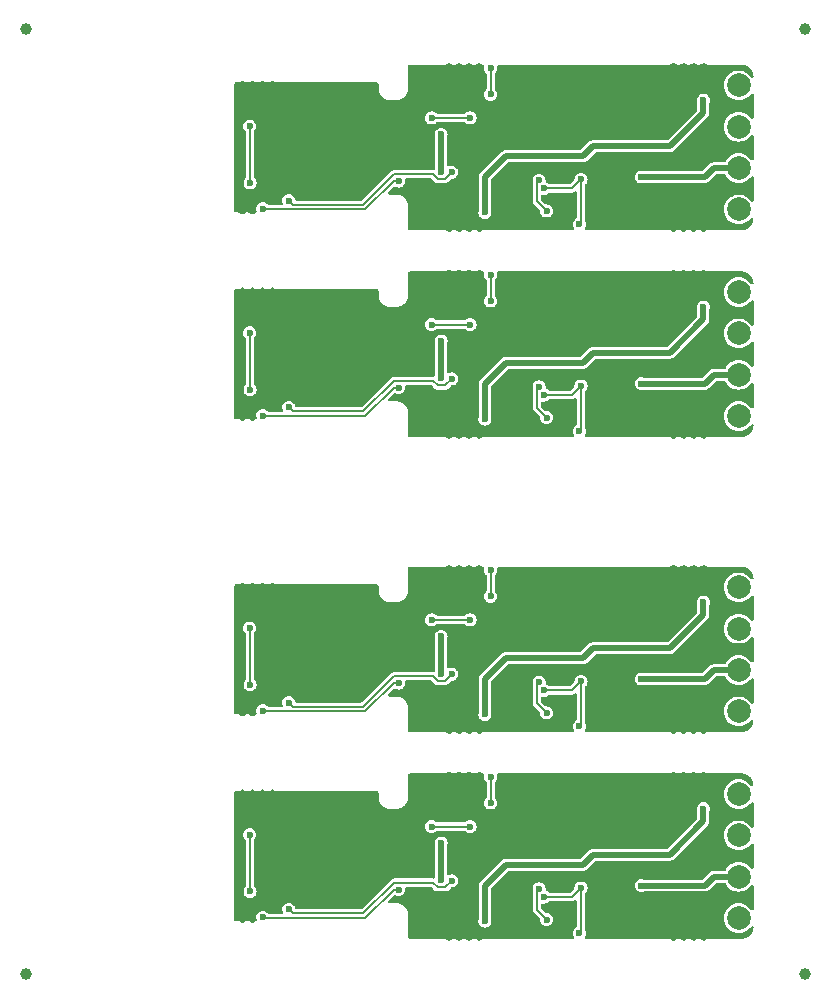
<source format=gbl>
G04 #@! TF.GenerationSoftware,KiCad,Pcbnew,8.0.1*
G04 #@! TF.CreationDate,2025-05-23T10:36:48+02:00*
G04 #@! TF.ProjectId,panel-4,70616e65-6c2d-4342-9e6b-696361645f70,F*
G04 #@! TF.SameCoordinates,Original*
G04 #@! TF.FileFunction,Copper,L2,Bot*
G04 #@! TF.FilePolarity,Positive*
%FSLAX46Y46*%
G04 Gerber Fmt 4.6, Leading zero omitted, Abs format (unit mm)*
G04 Created by KiCad (PCBNEW 8.0.1) date 2025-05-23 10:36:48*
%MOMM*%
%LPD*%
G01*
G04 APERTURE LIST*
G04 #@! TA.AperFunction,ComponentPad*
%ADD10C,2.000000*%
G04 #@! TD*
G04 #@! TA.AperFunction,SMDPad,CuDef*
%ADD11C,1.000000*%
G04 #@! TD*
G04 #@! TA.AperFunction,ViaPad*
%ADD12C,0.600000*%
G04 #@! TD*
G04 #@! TA.AperFunction,Conductor*
%ADD13C,0.500000*%
G04 #@! TD*
G04 #@! TA.AperFunction,Conductor*
%ADD14C,0.200000*%
G04 #@! TD*
G04 APERTURE END LIST*
D10*
G04 #@! TO.P,0-J5,1,Pin_1*
G04 #@! TO.N,0--LED*
X64875000Y-19750000D03*
G04 #@! TD*
G04 #@! TO.P,0-J2,1,Pin_1*
G04 #@! TO.N,0-+BATT*
X64875000Y-9250000D03*
G04 #@! TD*
G04 #@! TO.P,2-J2,1,Pin_1*
G04 #@! TO.N,2-+BATT*
X64875000Y-51750000D03*
G04 #@! TD*
G04 #@! TO.P,3-J4,1,Pin_1*
G04 #@! TO.N,3-+LED*
X64875000Y-76250000D03*
G04 #@! TD*
G04 #@! TO.P,0-J4,1,Pin_1*
G04 #@! TO.N,0-+LED*
X64875000Y-16250000D03*
G04 #@! TD*
G04 #@! TO.P,3-J3,1,Pin_1*
G04 #@! TO.N,3--BATT*
X64875000Y-72750000D03*
G04 #@! TD*
G04 #@! TO.P,1-J4,1,Pin_1*
G04 #@! TO.N,1-+LED*
X64875000Y-33750000D03*
G04 #@! TD*
G04 #@! TO.P,2-J4,1,Pin_1*
G04 #@! TO.N,2-+LED*
X64875000Y-58750000D03*
G04 #@! TD*
G04 #@! TO.P,2-J3,1,Pin_1*
G04 #@! TO.N,2--BATT*
X64875000Y-55250000D03*
G04 #@! TD*
G04 #@! TO.P,2-J5,1,Pin_1*
G04 #@! TO.N,2--LED*
X64875000Y-62250000D03*
G04 #@! TD*
G04 #@! TO.P,1-J2,1,Pin_1*
G04 #@! TO.N,1-+BATT*
X64875000Y-26750000D03*
G04 #@! TD*
G04 #@! TO.P,0-J3,1,Pin_1*
G04 #@! TO.N,0--BATT*
X64875000Y-12750000D03*
G04 #@! TD*
G04 #@! TO.P,3-J2,1,Pin_1*
G04 #@! TO.N,3-+BATT*
X64875000Y-69250000D03*
G04 #@! TD*
G04 #@! TO.P,1-J3,1,Pin_1*
G04 #@! TO.N,1--BATT*
X64875000Y-30250000D03*
G04 #@! TD*
G04 #@! TO.P,1-J5,1,Pin_1*
G04 #@! TO.N,1--LED*
X64875000Y-37250000D03*
G04 #@! TD*
G04 #@! TO.P,3-J5,1,Pin_1*
G04 #@! TO.N,3--LED*
X64875000Y-79750000D03*
G04 #@! TD*
D11*
G04 #@! TO.P,KiKit_FID_B_1,*
G04 #@! TO.N,*
X4500000Y-4500000D03*
G04 #@! TD*
G04 #@! TO.P,KiKit_FID_B_4,*
G04 #@! TO.N,*
X70500000Y-84500000D03*
G04 #@! TD*
G04 #@! TO.P,KiKit_FID_B_3,*
G04 #@! TO.N,*
X4500000Y-84500000D03*
G04 #@! TD*
G04 #@! TO.P,KiKit_FID_B_2,*
G04 #@! TO.N,*
X70500000Y-4500000D03*
G04 #@! TD*
D12*
G04 #@! TO.N,0-+BATT*
X39675000Y-13400000D03*
X43875000Y-10000000D03*
X43875000Y-7800000D03*
X39675000Y-16550000D03*
G04 #@! TO.N,0-+LED*
X56625000Y-17000000D03*
G04 #@! TO.N,0-GND*
X34425000Y-17050000D03*
X42475000Y-17300000D03*
X23125000Y-10500000D03*
X34075000Y-9300000D03*
X50625000Y-16250000D03*
X30775000Y-18650000D03*
X38875000Y-18000000D03*
X23125000Y-9500000D03*
X46575000Y-14400000D03*
X53375000Y-16000000D03*
X59375000Y-18250000D03*
X25125000Y-9500000D03*
X49625000Y-19750000D03*
X36975000Y-16000000D03*
X50375000Y-14450000D03*
X46625000Y-10000000D03*
X49625000Y-16250000D03*
X47125000Y-12500000D03*
X28375000Y-17500000D03*
X32075000Y-9300000D03*
X55375000Y-20750000D03*
X36275000Y-13400000D03*
X42125000Y-10000000D03*
X61875000Y-9250000D03*
X38625000Y-16000000D03*
X59625000Y-12250000D03*
X55375000Y-20000000D03*
X53375000Y-17000000D03*
X26125000Y-17500000D03*
X35375000Y-16100000D03*
X41575000Y-15800000D03*
X59375000Y-20750000D03*
X24125000Y-10500000D03*
X44375000Y-17250000D03*
X47175000Y-16200000D03*
X59625000Y-11500000D03*
X36275000Y-12000000D03*
X25125000Y-10500000D03*
X49625000Y-13500000D03*
X38875000Y-14200000D03*
X45125000Y-18000000D03*
X50375000Y-8750000D03*
X36975000Y-17400000D03*
X41575000Y-14750000D03*
X37325000Y-11300000D03*
X24125000Y-9500000D03*
X48875000Y-16250000D03*
X56625000Y-13150000D03*
X32775000Y-18650000D03*
G04 #@! TO.N,0-GND1*
X61875000Y-10500000D03*
X43375000Y-20000000D03*
G04 #@! TO.N,0-Net-(D2-A)*
X24575000Y-19700000D03*
X36083177Y-17350000D03*
G04 #@! TO.N,0-Net-(D2-K)*
X26775000Y-19000000D03*
X40575000Y-16600000D03*
G04 #@! TO.N,0-Net-(R5-Pad1)*
X38875000Y-12000000D03*
X23475000Y-12700000D03*
X42125000Y-12000000D03*
X23500000Y-17500000D03*
G04 #@! TO.N,0-Net-(U3-EN)*
X48376702Y-17975000D03*
X51512500Y-17200000D03*
X51375000Y-21000000D03*
G04 #@! TO.N,0-Net-(U3-FB)*
X48603474Y-19875000D03*
X47965358Y-17278025D03*
G04 #@! TO.N,1-+BATT*
X39675000Y-30900000D03*
X43875000Y-27500000D03*
X39675000Y-34050000D03*
X43875000Y-25300000D03*
G04 #@! TO.N,1-+LED*
X56625000Y-34500000D03*
G04 #@! TO.N,1-GND*
X49625000Y-31000000D03*
X48875000Y-33750000D03*
X55375000Y-38250000D03*
X32075000Y-26800000D03*
X34425000Y-34550000D03*
X37325000Y-28800000D03*
X32775000Y-36150000D03*
X50625000Y-33750000D03*
X36275000Y-29500000D03*
X24125000Y-27000000D03*
X26125000Y-35000000D03*
X47175000Y-33700000D03*
X42125000Y-27500000D03*
X28375000Y-35000000D03*
X55375000Y-37500000D03*
X38875000Y-31700000D03*
X50375000Y-26250000D03*
X41575000Y-33300000D03*
X44375000Y-34750000D03*
X61875000Y-26750000D03*
X25125000Y-28000000D03*
X59375000Y-38250000D03*
X23125000Y-28000000D03*
X35375000Y-33600000D03*
X50375000Y-31950000D03*
X59375000Y-35750000D03*
X36975000Y-33500000D03*
X41575000Y-32250000D03*
X47125000Y-30000000D03*
X59625000Y-29750000D03*
X49625000Y-37250000D03*
X59625000Y-29000000D03*
X36275000Y-30900000D03*
X34075000Y-26800000D03*
X46575000Y-31900000D03*
X46625000Y-27500000D03*
X49625000Y-33750000D03*
X25125000Y-27000000D03*
X38875000Y-35500000D03*
X36975000Y-34900000D03*
X23125000Y-27000000D03*
X45125000Y-35500000D03*
X30775000Y-36150000D03*
X56625000Y-30650000D03*
X24125000Y-28000000D03*
X53375000Y-33500000D03*
X38625000Y-33500000D03*
X53375000Y-34500000D03*
X42475000Y-34800000D03*
G04 #@! TO.N,1-GND1*
X61875000Y-28000000D03*
X43375000Y-37500000D03*
G04 #@! TO.N,1-Net-(D2-A)*
X36083177Y-34850000D03*
X24575000Y-37200000D03*
G04 #@! TO.N,1-Net-(D2-K)*
X40575000Y-34100000D03*
X26775000Y-36500000D03*
G04 #@! TO.N,1-Net-(R5-Pad1)*
X23475000Y-30200000D03*
X23500000Y-35000000D03*
X42125000Y-29500000D03*
X38875000Y-29500000D03*
G04 #@! TO.N,1-Net-(U3-EN)*
X51512500Y-34700000D03*
X51375000Y-38500000D03*
X48376702Y-35475000D03*
G04 #@! TO.N,1-Net-(U3-FB)*
X47965358Y-34778025D03*
X48603474Y-37375000D03*
G04 #@! TO.N,2-+BATT*
X39675000Y-55900000D03*
X43875000Y-52500000D03*
X39675000Y-59050000D03*
X43875000Y-50300000D03*
G04 #@! TO.N,2-+LED*
X56625000Y-59500000D03*
G04 #@! TO.N,2-GND*
X46625000Y-52500000D03*
X36275000Y-55900000D03*
X50625000Y-58750000D03*
X36975000Y-58500000D03*
X26125000Y-60000000D03*
X42125000Y-52500000D03*
X59375000Y-60750000D03*
X53375000Y-58500000D03*
X47125000Y-55000000D03*
X59625000Y-54000000D03*
X38875000Y-56700000D03*
X59375000Y-63250000D03*
X44375000Y-59750000D03*
X49625000Y-58750000D03*
X28375000Y-60000000D03*
X34425000Y-59550000D03*
X41575000Y-58300000D03*
X36975000Y-59900000D03*
X59625000Y-54750000D03*
X24125000Y-53000000D03*
X34075000Y-51800000D03*
X32775000Y-61150000D03*
X49625000Y-56000000D03*
X56625000Y-55650000D03*
X45125000Y-60500000D03*
X46575000Y-56900000D03*
X35375000Y-58600000D03*
X38875000Y-60500000D03*
X41575000Y-57250000D03*
X25125000Y-52000000D03*
X23125000Y-52000000D03*
X30775000Y-61150000D03*
X50375000Y-51250000D03*
X38625000Y-58500000D03*
X49625000Y-62250000D03*
X50375000Y-56950000D03*
X55375000Y-62500000D03*
X24125000Y-52000000D03*
X47175000Y-58700000D03*
X25125000Y-53000000D03*
X32075000Y-51800000D03*
X37325000Y-53800000D03*
X55375000Y-63250000D03*
X42475000Y-59800000D03*
X23125000Y-53000000D03*
X48875000Y-58750000D03*
X61875000Y-51750000D03*
X36275000Y-54500000D03*
X53375000Y-59500000D03*
G04 #@! TO.N,2-GND1*
X61875000Y-53000000D03*
X43375000Y-62500000D03*
G04 #@! TO.N,2-Net-(D2-A)*
X24575000Y-62200000D03*
X36083177Y-59850000D03*
G04 #@! TO.N,2-Net-(D2-K)*
X40575000Y-59100000D03*
X26775000Y-61500000D03*
G04 #@! TO.N,2-Net-(R5-Pad1)*
X23500000Y-60000000D03*
X38875000Y-54500000D03*
X42125000Y-54500000D03*
X23475000Y-55200000D03*
G04 #@! TO.N,2-Net-(U3-EN)*
X51375000Y-63500000D03*
X48376702Y-60475000D03*
X51512500Y-59700000D03*
G04 #@! TO.N,2-Net-(U3-FB)*
X48603474Y-62375000D03*
X47965358Y-59778025D03*
G04 #@! TO.N,3-+BATT*
X39675000Y-73400000D03*
X43875000Y-70000000D03*
X43875000Y-67800000D03*
X39675000Y-76550000D03*
G04 #@! TO.N,3-+LED*
X56625000Y-77000000D03*
G04 #@! TO.N,3-GND*
X25125000Y-69500000D03*
X59625000Y-71500000D03*
X44375000Y-77250000D03*
X38875000Y-74200000D03*
X50375000Y-74450000D03*
X38625000Y-76000000D03*
X34075000Y-69300000D03*
X53375000Y-76000000D03*
X59375000Y-80750000D03*
X24125000Y-70500000D03*
X48875000Y-76250000D03*
X25125000Y-70500000D03*
X35375000Y-76100000D03*
X23125000Y-69500000D03*
X49625000Y-76250000D03*
X41575000Y-75800000D03*
X49625000Y-79750000D03*
X24125000Y-69500000D03*
X47125000Y-72500000D03*
X23125000Y-70500000D03*
X41575000Y-74750000D03*
X55375000Y-80000000D03*
X59375000Y-78250000D03*
X55375000Y-80750000D03*
X26125000Y-77500000D03*
X42125000Y-70000000D03*
X36275000Y-72000000D03*
X36275000Y-73400000D03*
X32775000Y-78650000D03*
X59625000Y-72250000D03*
X46625000Y-70000000D03*
X50375000Y-68750000D03*
X36975000Y-77400000D03*
X47175000Y-76200000D03*
X42475000Y-77300000D03*
X38875000Y-78000000D03*
X50625000Y-76250000D03*
X28375000Y-77500000D03*
X45125000Y-78000000D03*
X46575000Y-74400000D03*
X36975000Y-76000000D03*
X56625000Y-73150000D03*
X49625000Y-73500000D03*
X30775000Y-78650000D03*
X37325000Y-71300000D03*
X34425000Y-77050000D03*
X61875000Y-69250000D03*
X53375000Y-77000000D03*
X32075000Y-69300000D03*
G04 #@! TO.N,3-GND1*
X61875000Y-70500000D03*
X43375000Y-80000000D03*
G04 #@! TO.N,3-Net-(D2-A)*
X36083177Y-77350000D03*
X24575000Y-79700000D03*
G04 #@! TO.N,3-Net-(D2-K)*
X40575000Y-76600000D03*
X26775000Y-79000000D03*
G04 #@! TO.N,3-Net-(R5-Pad1)*
X23500000Y-77500000D03*
X38875000Y-72000000D03*
X42125000Y-72000000D03*
X23475000Y-72700000D03*
G04 #@! TO.N,3-Net-(U3-EN)*
X48376702Y-77975000D03*
X51375000Y-81000000D03*
X51512500Y-77200000D03*
G04 #@! TO.N,3-Net-(U3-FB)*
X47965358Y-77278025D03*
X48603474Y-79875000D03*
G04 #@! TD*
D13*
G04 #@! TO.N,0-+BATT*
X39625000Y-16541203D02*
X39633797Y-16550000D01*
X39675000Y-16550000D02*
X39675000Y-13400000D01*
D14*
X43875000Y-10000000D02*
X43875000Y-7800000D01*
D13*
G04 #@! TO.N,0-+LED*
X62775000Y-16250000D02*
X64875000Y-16250000D01*
X56625000Y-17000000D02*
X62025000Y-17000000D01*
X62025000Y-17000000D02*
X62775000Y-16250000D01*
G04 #@! TO.N,0-GND1*
X51675000Y-15250000D02*
X45125000Y-15250000D01*
X52525000Y-14400000D02*
X51675000Y-15250000D01*
X45125000Y-15250000D02*
X43375000Y-17000000D01*
X43375000Y-17000000D02*
X43375000Y-20000000D01*
X61875000Y-11550000D02*
X59025000Y-14400000D01*
X59025000Y-14400000D02*
X52525000Y-14400000D01*
X61875000Y-10500000D02*
X61875000Y-11550000D01*
D14*
G04 #@! TO.N,0-Net-(D2-A)*
X35658510Y-17350000D02*
X36083177Y-17350000D01*
X33258510Y-19750000D02*
X35658510Y-17350000D01*
X24625000Y-19750000D02*
X24575000Y-19700000D01*
X33258510Y-19750000D02*
X24625000Y-19750000D01*
G04 #@! TO.N,0-Net-(D2-K)*
X35692824Y-16750000D02*
X38975000Y-16750000D01*
X38975000Y-16750000D02*
X39375000Y-17150000D01*
X33092824Y-19350000D02*
X27125000Y-19350000D01*
X33092824Y-19350000D02*
X35692824Y-16750000D01*
X40025000Y-17150000D02*
X40575000Y-16600000D01*
X39375000Y-17150000D02*
X40025000Y-17150000D01*
X27125000Y-19350000D02*
X26775000Y-19000000D01*
G04 #@! TO.N,0-Net-(R5-Pad1)*
X23475000Y-12700000D02*
X23475000Y-17475000D01*
X23475000Y-17475000D02*
X23500000Y-17500000D01*
X38875000Y-12000000D02*
X42125000Y-12000000D01*
G04 #@! TO.N,0-Net-(U3-EN)*
X50737500Y-17975000D02*
X51512500Y-17200000D01*
X51512500Y-17200000D02*
X51512500Y-20862500D01*
X48376702Y-17975000D02*
X50737500Y-17975000D01*
X51512500Y-20862500D02*
X51375000Y-21000000D01*
G04 #@! TO.N,0-Net-(U3-FB)*
X47776702Y-19048228D02*
X48603474Y-19875000D01*
X47776702Y-17466681D02*
X47776702Y-19048228D01*
X47965358Y-17278025D02*
X47776702Y-17466681D01*
G04 #@! TO.N,1-+BATT*
X43875000Y-27500000D02*
X43875000Y-25300000D01*
D13*
X39675000Y-34050000D02*
X39675000Y-30900000D01*
X39625000Y-34041203D02*
X39633797Y-34050000D01*
G04 #@! TO.N,1-+LED*
X62775000Y-33750000D02*
X64875000Y-33750000D01*
X56625000Y-34500000D02*
X62025000Y-34500000D01*
X62025000Y-34500000D02*
X62775000Y-33750000D01*
G04 #@! TO.N,1-GND1*
X43375000Y-34500000D02*
X43375000Y-37500000D01*
X45125000Y-32750000D02*
X43375000Y-34500000D01*
X59025000Y-31900000D02*
X52525000Y-31900000D01*
X51675000Y-32750000D02*
X45125000Y-32750000D01*
X52525000Y-31900000D02*
X51675000Y-32750000D01*
X61875000Y-29050000D02*
X59025000Y-31900000D01*
X61875000Y-28000000D02*
X61875000Y-29050000D01*
D14*
G04 #@! TO.N,1-Net-(D2-A)*
X33258510Y-37250000D02*
X35658510Y-34850000D01*
X33258510Y-37250000D02*
X24625000Y-37250000D01*
X35658510Y-34850000D02*
X36083177Y-34850000D01*
X24625000Y-37250000D02*
X24575000Y-37200000D01*
G04 #@! TO.N,1-Net-(D2-K)*
X40025000Y-34650000D02*
X40575000Y-34100000D01*
X39375000Y-34650000D02*
X40025000Y-34650000D01*
X33092824Y-36850000D02*
X27125000Y-36850000D01*
X27125000Y-36850000D02*
X26775000Y-36500000D01*
X35692824Y-34250000D02*
X38975000Y-34250000D01*
X38975000Y-34250000D02*
X39375000Y-34650000D01*
X33092824Y-36850000D02*
X35692824Y-34250000D01*
G04 #@! TO.N,1-Net-(R5-Pad1)*
X23475000Y-30200000D02*
X23475000Y-34975000D01*
X38875000Y-29500000D02*
X42125000Y-29500000D01*
X23475000Y-34975000D02*
X23500000Y-35000000D01*
G04 #@! TO.N,1-Net-(U3-EN)*
X48376702Y-35475000D02*
X50737500Y-35475000D01*
X51512500Y-38362500D02*
X51375000Y-38500000D01*
X51512500Y-34700000D02*
X51512500Y-38362500D01*
X50737500Y-35475000D02*
X51512500Y-34700000D01*
G04 #@! TO.N,1-Net-(U3-FB)*
X47776702Y-34966681D02*
X47776702Y-36548228D01*
X47965358Y-34778025D02*
X47776702Y-34966681D01*
X47776702Y-36548228D02*
X48603474Y-37375000D01*
D13*
G04 #@! TO.N,2-+BATT*
X39625000Y-59041203D02*
X39633797Y-59050000D01*
D14*
X43875000Y-52500000D02*
X43875000Y-50300000D01*
D13*
X39675000Y-59050000D02*
X39675000Y-55900000D01*
G04 #@! TO.N,2-+LED*
X62775000Y-58750000D02*
X64875000Y-58750000D01*
X62025000Y-59500000D02*
X62775000Y-58750000D01*
X56625000Y-59500000D02*
X62025000Y-59500000D01*
G04 #@! TO.N,2-GND1*
X59025000Y-56900000D02*
X52525000Y-56900000D01*
X43375000Y-59500000D02*
X43375000Y-62500000D01*
X52525000Y-56900000D02*
X51675000Y-57750000D01*
X51675000Y-57750000D02*
X45125000Y-57750000D01*
X45125000Y-57750000D02*
X43375000Y-59500000D01*
X61875000Y-54050000D02*
X59025000Y-56900000D01*
X61875000Y-53000000D02*
X61875000Y-54050000D01*
D14*
G04 #@! TO.N,2-Net-(D2-A)*
X35658510Y-59850000D02*
X36083177Y-59850000D01*
X33258510Y-62250000D02*
X35658510Y-59850000D01*
X24625000Y-62250000D02*
X24575000Y-62200000D01*
X33258510Y-62250000D02*
X24625000Y-62250000D01*
G04 #@! TO.N,2-Net-(D2-K)*
X38975000Y-59250000D02*
X39375000Y-59650000D01*
X33092824Y-61850000D02*
X27125000Y-61850000D01*
X27125000Y-61850000D02*
X26775000Y-61500000D01*
X39375000Y-59650000D02*
X40025000Y-59650000D01*
X40025000Y-59650000D02*
X40575000Y-59100000D01*
X33092824Y-61850000D02*
X35692824Y-59250000D01*
X35692824Y-59250000D02*
X38975000Y-59250000D01*
G04 #@! TO.N,2-Net-(R5-Pad1)*
X23475000Y-59975000D02*
X23500000Y-60000000D01*
X23475000Y-55200000D02*
X23475000Y-59975000D01*
X38875000Y-54500000D02*
X42125000Y-54500000D01*
G04 #@! TO.N,2-Net-(U3-EN)*
X51512500Y-63362500D02*
X51375000Y-63500000D01*
X48376702Y-60475000D02*
X50737500Y-60475000D01*
X50737500Y-60475000D02*
X51512500Y-59700000D01*
X51512500Y-59700000D02*
X51512500Y-63362500D01*
G04 #@! TO.N,2-Net-(U3-FB)*
X47776702Y-61548228D02*
X48603474Y-62375000D01*
X47776702Y-59966681D02*
X47776702Y-61548228D01*
X47965358Y-59778025D02*
X47776702Y-59966681D01*
G04 #@! TO.N,3-+BATT*
X43875000Y-70000000D02*
X43875000Y-67800000D01*
D13*
X39625000Y-76541203D02*
X39633797Y-76550000D01*
X39675000Y-76550000D02*
X39675000Y-73400000D01*
G04 #@! TO.N,3-+LED*
X62025000Y-77000000D02*
X62775000Y-76250000D01*
X62775000Y-76250000D02*
X64875000Y-76250000D01*
X56625000Y-77000000D02*
X62025000Y-77000000D01*
G04 #@! TO.N,3-GND1*
X52525000Y-74400000D02*
X51675000Y-75250000D01*
X59025000Y-74400000D02*
X52525000Y-74400000D01*
X51675000Y-75250000D02*
X45125000Y-75250000D01*
X45125000Y-75250000D02*
X43375000Y-77000000D01*
X61875000Y-70500000D02*
X61875000Y-71550000D01*
X61875000Y-71550000D02*
X59025000Y-74400000D01*
X43375000Y-77000000D02*
X43375000Y-80000000D01*
D14*
G04 #@! TO.N,3-Net-(D2-A)*
X33258510Y-79750000D02*
X24625000Y-79750000D01*
X33258510Y-79750000D02*
X35658510Y-77350000D01*
X35658510Y-77350000D02*
X36083177Y-77350000D01*
X24625000Y-79750000D02*
X24575000Y-79700000D01*
G04 #@! TO.N,3-Net-(D2-K)*
X40025000Y-77150000D02*
X40575000Y-76600000D01*
X33092824Y-79350000D02*
X27125000Y-79350000D01*
X39375000Y-77150000D02*
X40025000Y-77150000D01*
X33092824Y-79350000D02*
X35692824Y-76750000D01*
X38975000Y-76750000D02*
X39375000Y-77150000D01*
X35692824Y-76750000D02*
X38975000Y-76750000D01*
X27125000Y-79350000D02*
X26775000Y-79000000D01*
G04 #@! TO.N,3-Net-(R5-Pad1)*
X23475000Y-77475000D02*
X23500000Y-77500000D01*
X38875000Y-72000000D02*
X42125000Y-72000000D01*
X23475000Y-72700000D02*
X23475000Y-77475000D01*
G04 #@! TO.N,3-Net-(U3-EN)*
X50737500Y-77975000D02*
X51512500Y-77200000D01*
X51512500Y-77200000D02*
X51512500Y-80862500D01*
X48376702Y-77975000D02*
X50737500Y-77975000D01*
X51512500Y-80862500D02*
X51375000Y-81000000D01*
G04 #@! TO.N,3-Net-(U3-FB)*
X47776702Y-79048228D02*
X48603474Y-79875000D01*
X47965358Y-77278025D02*
X47776702Y-77466681D01*
X47776702Y-77466681D02*
X47776702Y-79048228D01*
G04 #@! TD*
G04 #@! TA.AperFunction,Conductor*
G04 #@! TO.N,2-GND*
G36*
X61944088Y-49841780D02*
G01*
X61988437Y-49870281D01*
X62018687Y-49900531D01*
X62090027Y-49941719D01*
X62132092Y-49966006D01*
X62132815Y-49966423D01*
X62260109Y-50000531D01*
X62260111Y-50000531D01*
X62391892Y-50000531D01*
X62391893Y-50000531D01*
X62417214Y-49993745D01*
X62465409Y-49992365D01*
X62465486Y-49991322D01*
X62468908Y-49991574D01*
X62472813Y-49992153D01*
X62474498Y-49992105D01*
X62477941Y-49992819D01*
X62482360Y-49993217D01*
X62482364Y-49993218D01*
X62482367Y-49993217D01*
X62483479Y-49993318D01*
X62495113Y-49993506D01*
X62496510Y-49993609D01*
X62508575Y-49995098D01*
X62509984Y-49995342D01*
X62521321Y-49997986D01*
X62522417Y-49998157D01*
X62522425Y-49998160D01*
X62522432Y-49998160D01*
X62526798Y-49998844D01*
X62539328Y-49999357D01*
X62539317Y-49999620D01*
X62554648Y-49999932D01*
X62559177Y-50000527D01*
X62559183Y-50000529D01*
X62559188Y-50000528D01*
X62560870Y-50000750D01*
X62572458Y-50001462D01*
X62580279Y-50002427D01*
X62580286Y-50002425D01*
X62583710Y-50002398D01*
X62605817Y-50001673D01*
X62629462Y-50003418D01*
X62629468Y-50003416D01*
X62632826Y-50003225D01*
X62654930Y-50001411D01*
X62678665Y-50001994D01*
X62678670Y-50001992D01*
X62685831Y-50001228D01*
X62698989Y-50000526D01*
X65117078Y-50000499D01*
X65120217Y-50000539D01*
X65124403Y-50000645D01*
X65172471Y-50001862D01*
X65178728Y-50002179D01*
X65222977Y-50005549D01*
X65229192Y-50006181D01*
X65273258Y-50011793D01*
X65279389Y-50012732D01*
X65323105Y-50020568D01*
X65329235Y-50021828D01*
X65372437Y-50031854D01*
X65378488Y-50033419D01*
X65421171Y-50045633D01*
X65427093Y-50047491D01*
X65469132Y-50061861D01*
X65474993Y-50064033D01*
X65516171Y-50080480D01*
X65521940Y-50082955D01*
X65562269Y-50101486D01*
X65567889Y-50104243D01*
X65607212Y-50124784D01*
X65612669Y-50127812D01*
X65650920Y-50150330D01*
X65656195Y-50153617D01*
X65693310Y-50178077D01*
X65698418Y-50181633D01*
X65734169Y-50207887D01*
X65739119Y-50211719D01*
X65773505Y-50239756D01*
X65778273Y-50243849D01*
X65811179Y-50273578D01*
X65815733Y-50277907D01*
X65847089Y-50309263D01*
X65851418Y-50313817D01*
X65881148Y-50346724D01*
X65885241Y-50351492D01*
X65913275Y-50385874D01*
X65917120Y-50390841D01*
X65943359Y-50426574D01*
X65946947Y-50431729D01*
X65971348Y-50468753D01*
X65974672Y-50474085D01*
X65997179Y-50512319D01*
X66000227Y-50517812D01*
X66020748Y-50557097D01*
X66023515Y-50562736D01*
X66042038Y-50603048D01*
X66044516Y-50608824D01*
X66060963Y-50649999D01*
X66063144Y-50655887D01*
X66077490Y-50697855D01*
X66079371Y-50703851D01*
X66091571Y-50746487D01*
X66093139Y-50752543D01*
X66102676Y-50793638D01*
X66103168Y-50795757D01*
X66104432Y-50801909D01*
X66112260Y-50845582D01*
X66113211Y-50851794D01*
X66118812Y-50895774D01*
X66119448Y-50902022D01*
X66122817Y-50946256D01*
X66123135Y-50952519D01*
X66123226Y-50956096D01*
X66105253Y-51023615D01*
X66053629Y-51070698D01*
X65984746Y-51082397D01*
X65920473Y-51054998D01*
X65897691Y-51030373D01*
X65836599Y-50943124D01*
X65762584Y-50869109D01*
X65681877Y-50788402D01*
X65516939Y-50672911D01*
X65502638Y-50662897D01*
X65386677Y-50608824D01*
X65304330Y-50570425D01*
X65304326Y-50570424D01*
X65304322Y-50570422D01*
X65092977Y-50513793D01*
X64875002Y-50494723D01*
X64874998Y-50494723D01*
X64729682Y-50507436D01*
X64657023Y-50513793D01*
X64657020Y-50513793D01*
X64445677Y-50570422D01*
X64445668Y-50570426D01*
X64247361Y-50662898D01*
X64247357Y-50662900D01*
X64068121Y-50788402D01*
X63913402Y-50943121D01*
X63787900Y-51122357D01*
X63787898Y-51122361D01*
X63721377Y-51265016D01*
X63701578Y-51307476D01*
X63695426Y-51320668D01*
X63695422Y-51320677D01*
X63638793Y-51532020D01*
X63638793Y-51532023D01*
X63619723Y-51750000D01*
X63636999Y-51947476D01*
X63638793Y-51967975D01*
X63638793Y-51967979D01*
X63695422Y-52179322D01*
X63695424Y-52179326D01*
X63695425Y-52179330D01*
X63728322Y-52249877D01*
X63787897Y-52377638D01*
X63803422Y-52399809D01*
X63913402Y-52556877D01*
X64068123Y-52711598D01*
X64247361Y-52837102D01*
X64445670Y-52929575D01*
X64445676Y-52929576D01*
X64445677Y-52929577D01*
X64474179Y-52937214D01*
X64657023Y-52986207D01*
X64836068Y-53001871D01*
X64874998Y-53005277D01*
X64875000Y-53005277D01*
X64875002Y-53005277D01*
X64908982Y-53002304D01*
X65092977Y-52986207D01*
X65304330Y-52929575D01*
X65502639Y-52837102D01*
X65681877Y-52711598D01*
X65836598Y-52556877D01*
X65898926Y-52467862D01*
X65953502Y-52424239D01*
X66023000Y-52417046D01*
X66085355Y-52448568D01*
X66120769Y-52508798D01*
X66124500Y-52538987D01*
X66124500Y-54461012D01*
X66104815Y-54528051D01*
X66052011Y-54573806D01*
X65982853Y-54583750D01*
X65919297Y-54554725D01*
X65898925Y-54532135D01*
X65836599Y-54443124D01*
X65836596Y-54443121D01*
X65681877Y-54288402D01*
X65502639Y-54162898D01*
X65502640Y-54162898D01*
X65502638Y-54162897D01*
X65383578Y-54107379D01*
X65304330Y-54070425D01*
X65304326Y-54070424D01*
X65304322Y-54070422D01*
X65092977Y-54013793D01*
X64875002Y-53994723D01*
X64874998Y-53994723D01*
X64729682Y-54007436D01*
X64657023Y-54013793D01*
X64657020Y-54013793D01*
X64445677Y-54070422D01*
X64445668Y-54070426D01*
X64247361Y-54162898D01*
X64247357Y-54162900D01*
X64068121Y-54288402D01*
X63913402Y-54443121D01*
X63787900Y-54622357D01*
X63787898Y-54622361D01*
X63695426Y-54820668D01*
X63695422Y-54820677D01*
X63638793Y-55032020D01*
X63638793Y-55032024D01*
X63619723Y-55249997D01*
X63619723Y-55250002D01*
X63638793Y-55467975D01*
X63638793Y-55467979D01*
X63695422Y-55679322D01*
X63695424Y-55679326D01*
X63695425Y-55679330D01*
X63731311Y-55756287D01*
X63787897Y-55877638D01*
X63787898Y-55877639D01*
X63913402Y-56056877D01*
X64068123Y-56211598D01*
X64247361Y-56337102D01*
X64445670Y-56429575D01*
X64657023Y-56486207D01*
X64839926Y-56502208D01*
X64874998Y-56505277D01*
X64875000Y-56505277D01*
X64875002Y-56505277D01*
X64903254Y-56502805D01*
X65092977Y-56486207D01*
X65304330Y-56429575D01*
X65502639Y-56337102D01*
X65681877Y-56211598D01*
X65836598Y-56056877D01*
X65898926Y-55967862D01*
X65953502Y-55924239D01*
X66023000Y-55917046D01*
X66085355Y-55948568D01*
X66120769Y-56008798D01*
X66124500Y-56038987D01*
X66124500Y-57961012D01*
X66104815Y-58028051D01*
X66052011Y-58073806D01*
X65982853Y-58083750D01*
X65919297Y-58054725D01*
X65898925Y-58032135D01*
X65836599Y-57943124D01*
X65836596Y-57943121D01*
X65681877Y-57788402D01*
X65502639Y-57662898D01*
X65502640Y-57662898D01*
X65502638Y-57662897D01*
X65403484Y-57616661D01*
X65304330Y-57570425D01*
X65304326Y-57570424D01*
X65304322Y-57570422D01*
X65092977Y-57513793D01*
X64875002Y-57494723D01*
X64874998Y-57494723D01*
X64729682Y-57507436D01*
X64657023Y-57513793D01*
X64657020Y-57513793D01*
X64445677Y-57570422D01*
X64445668Y-57570426D01*
X64247361Y-57662898D01*
X64247357Y-57662900D01*
X64068121Y-57788402D01*
X63913402Y-57943121D01*
X63787898Y-58122360D01*
X63787895Y-58122366D01*
X63761998Y-58177904D01*
X63715826Y-58230344D01*
X63649616Y-58249500D01*
X62709107Y-58249500D01*
X62581812Y-58283608D01*
X62467686Y-58349500D01*
X62467683Y-58349502D01*
X61854005Y-58963181D01*
X61792682Y-58996666D01*
X61766324Y-58999500D01*
X56879876Y-58999500D01*
X56832427Y-58990062D01*
X56768709Y-58963670D01*
X56768708Y-58963669D01*
X56768706Y-58963669D01*
X56625001Y-58944750D01*
X56624999Y-58944750D01*
X56481291Y-58963670D01*
X56481287Y-58963671D01*
X56347377Y-59019137D01*
X56232379Y-59107379D01*
X56144137Y-59222377D01*
X56088671Y-59356287D01*
X56088670Y-59356291D01*
X56070722Y-59492620D01*
X56069750Y-59500000D01*
X56087698Y-59636329D01*
X56088670Y-59643708D01*
X56088671Y-59643712D01*
X56144137Y-59777622D01*
X56144138Y-59777624D01*
X56144139Y-59777625D01*
X56232379Y-59892621D01*
X56347375Y-59980861D01*
X56347376Y-59980861D01*
X56347377Y-59980862D01*
X56379431Y-59994139D01*
X56481291Y-60036330D01*
X56608280Y-60053048D01*
X56624999Y-60055250D01*
X56625000Y-60055250D01*
X56625001Y-60055250D01*
X56660927Y-60050520D01*
X56768709Y-60036330D01*
X56832427Y-60009937D01*
X56879876Y-60000500D01*
X62090890Y-60000500D01*
X62090892Y-60000500D01*
X62218186Y-59966392D01*
X62332314Y-59900500D01*
X62945995Y-59286819D01*
X63007318Y-59253334D01*
X63033676Y-59250500D01*
X63649616Y-59250500D01*
X63716655Y-59270185D01*
X63761997Y-59322095D01*
X63787898Y-59377639D01*
X63913402Y-59556877D01*
X64068123Y-59711598D01*
X64247361Y-59837102D01*
X64445670Y-59929575D01*
X64445676Y-59929576D01*
X64445677Y-59929577D01*
X64449021Y-59930473D01*
X64657023Y-59986207D01*
X64839926Y-60002208D01*
X64874998Y-60005277D01*
X64875000Y-60005277D01*
X64875002Y-60005277D01*
X64903254Y-60002805D01*
X65092977Y-59986207D01*
X65304330Y-59929575D01*
X65502639Y-59837102D01*
X65681877Y-59711598D01*
X65836598Y-59556877D01*
X65898926Y-59467862D01*
X65953502Y-59424239D01*
X66023000Y-59417046D01*
X66085355Y-59448568D01*
X66120769Y-59508798D01*
X66124500Y-59538987D01*
X66124500Y-61461012D01*
X66104815Y-61528051D01*
X66052011Y-61573806D01*
X65982853Y-61583750D01*
X65919297Y-61554725D01*
X65898925Y-61532135D01*
X65836599Y-61443124D01*
X65760306Y-61366831D01*
X65681877Y-61288402D01*
X65511312Y-61168971D01*
X65502638Y-61162897D01*
X65386220Y-61108611D01*
X65304330Y-61070425D01*
X65304326Y-61070424D01*
X65304322Y-61070422D01*
X65092977Y-61013793D01*
X64875002Y-60994723D01*
X64874998Y-60994723D01*
X64742831Y-61006286D01*
X64657023Y-61013793D01*
X64657020Y-61013793D01*
X64445677Y-61070422D01*
X64445670Y-61070424D01*
X64445670Y-61070425D01*
X64440144Y-61073002D01*
X64247361Y-61162898D01*
X64247357Y-61162900D01*
X64068121Y-61288402D01*
X63913402Y-61443121D01*
X63787900Y-61622357D01*
X63787898Y-61622361D01*
X63695426Y-61820668D01*
X63695422Y-61820677D01*
X63638793Y-62032020D01*
X63638793Y-62032024D01*
X63619723Y-62249997D01*
X63619723Y-62250002D01*
X63629022Y-62356291D01*
X63634032Y-62413562D01*
X63638793Y-62467975D01*
X63638793Y-62467979D01*
X63695422Y-62679322D01*
X63695424Y-62679326D01*
X63695425Y-62679330D01*
X63721559Y-62735374D01*
X63787897Y-62877638D01*
X63802371Y-62898309D01*
X63913402Y-63056877D01*
X64068123Y-63211598D01*
X64247361Y-63337102D01*
X64445670Y-63429575D01*
X64445676Y-63429576D01*
X64445677Y-63429577D01*
X64454287Y-63431884D01*
X64657023Y-63486207D01*
X64831485Y-63501470D01*
X64874998Y-63505277D01*
X64875000Y-63505277D01*
X64875002Y-63505277D01*
X64903254Y-63502805D01*
X65092977Y-63486207D01*
X65304330Y-63429575D01*
X65502639Y-63337102D01*
X65681877Y-63211598D01*
X65836598Y-63056877D01*
X65897693Y-62969624D01*
X65952268Y-62926001D01*
X66021766Y-62918807D01*
X66084121Y-62950330D01*
X66119535Y-63010560D01*
X66123226Y-63043904D01*
X66123135Y-63047479D01*
X66122817Y-63053741D01*
X66119448Y-63097975D01*
X66118812Y-63104223D01*
X66113211Y-63148203D01*
X66112260Y-63154415D01*
X66104432Y-63198088D01*
X66103168Y-63204240D01*
X66100684Y-63214946D01*
X66093142Y-63247444D01*
X66091571Y-63253510D01*
X66079371Y-63296146D01*
X66077490Y-63302142D01*
X66063144Y-63344110D01*
X66060963Y-63349998D01*
X66044513Y-63391180D01*
X66042036Y-63396952D01*
X66023529Y-63437233D01*
X66020760Y-63442878D01*
X66000222Y-63482194D01*
X65997175Y-63487685D01*
X65974669Y-63525917D01*
X65971347Y-63531247D01*
X65953392Y-63558492D01*
X65946947Y-63568271D01*
X65943355Y-63573431D01*
X65917121Y-63609155D01*
X65913278Y-63614119D01*
X65885241Y-63648505D01*
X65881148Y-63653273D01*
X65851417Y-63686181D01*
X65847090Y-63690734D01*
X65815753Y-63722072D01*
X65811198Y-63726401D01*
X65778273Y-63756148D01*
X65773504Y-63760243D01*
X65739119Y-63788279D01*
X65734155Y-63792121D01*
X65698443Y-63818346D01*
X65693286Y-63821936D01*
X65656223Y-63846362D01*
X65650900Y-63849680D01*
X65612686Y-63872175D01*
X65607194Y-63875223D01*
X65567907Y-63895745D01*
X65562269Y-63898511D01*
X65521951Y-63917037D01*
X65516171Y-63919517D01*
X65474993Y-63935964D01*
X65469109Y-63938144D01*
X65449592Y-63944815D01*
X65427129Y-63952494D01*
X65421145Y-63954372D01*
X65378504Y-63966573D01*
X65372422Y-63968147D01*
X65329242Y-63978167D01*
X65323090Y-63979432D01*
X65279419Y-63987260D01*
X65273219Y-63988209D01*
X65247489Y-63991486D01*
X65229221Y-63993813D01*
X65222974Y-63994448D01*
X65178741Y-63997817D01*
X65172465Y-63998135D01*
X65120170Y-63999460D01*
X65117029Y-63999500D01*
X62698989Y-63999500D01*
X62685821Y-63998799D01*
X62678656Y-63998033D01*
X62654918Y-63998615D01*
X62632768Y-63996800D01*
X62629458Y-63996610D01*
X62629456Y-63996610D01*
X62629453Y-63996610D01*
X62629451Y-63996610D01*
X62605808Y-63998354D01*
X62583634Y-63997629D01*
X62580270Y-63997601D01*
X62580269Y-63997601D01*
X62580265Y-63997601D01*
X62572437Y-63998567D01*
X62560846Y-63999279D01*
X62554642Y-64000096D01*
X62539297Y-64000410D01*
X62539308Y-64000673D01*
X62526777Y-64001184D01*
X62521333Y-64002037D01*
X62509967Y-64004686D01*
X62508560Y-64004930D01*
X62496483Y-64006419D01*
X62495085Y-64006522D01*
X62483446Y-64006712D01*
X62477922Y-64007210D01*
X62474481Y-64007924D01*
X62472825Y-64007876D01*
X62468960Y-64008450D01*
X62465538Y-64008704D01*
X62465460Y-64007665D01*
X62417210Y-64006284D01*
X62416023Y-64005966D01*
X62391891Y-63999500D01*
X62260107Y-63999500D01*
X62132811Y-64033608D01*
X62018685Y-64099500D01*
X62018682Y-64099502D01*
X61988430Y-64129755D01*
X61927107Y-64163240D01*
X61857415Y-64158256D01*
X61813068Y-64129755D01*
X61782815Y-64099502D01*
X61782813Y-64099500D01*
X61725749Y-64066554D01*
X61668686Y-64033608D01*
X61589815Y-64012475D01*
X61541391Y-63999500D01*
X61409607Y-63999500D01*
X61282311Y-64033608D01*
X61168185Y-64099500D01*
X61168181Y-64099503D01*
X61137929Y-64129755D01*
X61076605Y-64163240D01*
X61006914Y-64158254D01*
X60962568Y-64129754D01*
X60932316Y-64099502D01*
X60932314Y-64099500D01*
X60875250Y-64066554D01*
X60818187Y-64033608D01*
X60739316Y-64012475D01*
X60690892Y-63999500D01*
X60559108Y-63999500D01*
X60431812Y-64033608D01*
X60317686Y-64099500D01*
X60317683Y-64099502D01*
X60287431Y-64129755D01*
X60226108Y-64163240D01*
X60156416Y-64158256D01*
X60112069Y-64129755D01*
X60081816Y-64099502D01*
X60081814Y-64099500D01*
X60024750Y-64066554D01*
X59967687Y-64033608D01*
X59888816Y-64012475D01*
X59840392Y-63999500D01*
X59708608Y-63999500D01*
X59581312Y-64033608D01*
X59467186Y-64099500D01*
X59467183Y-64099502D01*
X59436931Y-64129755D01*
X59375608Y-64163240D01*
X59305916Y-64158256D01*
X59261569Y-64129755D01*
X59231316Y-64099502D01*
X59231314Y-64099500D01*
X59174250Y-64066554D01*
X59117187Y-64033608D01*
X59038316Y-64012475D01*
X58989892Y-63999500D01*
X58858108Y-63999500D01*
X58858106Y-63999500D01*
X58832779Y-64006286D01*
X58784523Y-64007672D01*
X58784447Y-64008702D01*
X58781068Y-64008452D01*
X58777227Y-64007882D01*
X58775530Y-64007931D01*
X58772071Y-64007214D01*
X58766557Y-64006716D01*
X58754959Y-64006525D01*
X58753507Y-64006418D01*
X58741449Y-64004932D01*
X58740012Y-64004683D01*
X58728674Y-64002042D01*
X58723212Y-64001186D01*
X58710703Y-64000673D01*
X58710713Y-64000414D01*
X58695363Y-64000099D01*
X58689125Y-63999278D01*
X58677551Y-63998567D01*
X58669720Y-63997600D01*
X58666431Y-63997627D01*
X58644181Y-63998354D01*
X58620522Y-63996609D01*
X58617203Y-63996799D01*
X58595046Y-63998616D01*
X58571314Y-63998034D01*
X58564160Y-63998799D01*
X58550992Y-63999500D01*
X51937057Y-63999500D01*
X51870018Y-63979815D01*
X51824263Y-63927011D01*
X51814319Y-63857853D01*
X51838682Y-63800013D01*
X51855860Y-63777626D01*
X51855859Y-63777626D01*
X51855861Y-63777625D01*
X51911330Y-63643709D01*
X51930250Y-63500000D01*
X51930090Y-63498788D01*
X51925801Y-63466206D01*
X51911330Y-63356291D01*
X51872439Y-63262398D01*
X51863000Y-63214946D01*
X51863000Y-60186092D01*
X51882685Y-60119053D01*
X51900614Y-60099609D01*
X51899374Y-60098369D01*
X51905119Y-60092623D01*
X51905121Y-60092621D01*
X51993361Y-59977625D01*
X52048830Y-59843709D01*
X52067750Y-59700000D01*
X52048830Y-59556291D01*
X51993361Y-59422375D01*
X51905121Y-59307379D01*
X51790125Y-59219139D01*
X51790124Y-59219138D01*
X51790122Y-59219137D01*
X51656212Y-59163671D01*
X51656210Y-59163670D01*
X51656209Y-59163670D01*
X51584354Y-59154210D01*
X51512501Y-59144750D01*
X51512499Y-59144750D01*
X51368791Y-59163670D01*
X51368787Y-59163671D01*
X51234877Y-59219137D01*
X51119879Y-59307379D01*
X51031637Y-59422377D01*
X50976171Y-59556287D01*
X50976170Y-59556291D01*
X50957250Y-59700000D01*
X50957250Y-59708128D01*
X50953956Y-59708128D01*
X50944692Y-59762588D01*
X50920939Y-59795877D01*
X50628635Y-60088182D01*
X50567315Y-60121666D01*
X50540956Y-60124500D01*
X48862794Y-60124500D01*
X48795755Y-60104815D01*
X48776289Y-60086913D01*
X48775074Y-60088129D01*
X48769329Y-60082384D01*
X48769323Y-60082379D01*
X48654327Y-59994139D01*
X48654323Y-59994137D01*
X48588448Y-59966851D01*
X48534044Y-59923010D01*
X48511979Y-59856716D01*
X48512960Y-59836111D01*
X48520608Y-59778025D01*
X48501688Y-59634316D01*
X48446219Y-59500400D01*
X48357979Y-59385404D01*
X48242983Y-59297164D01*
X48242982Y-59297163D01*
X48242980Y-59297162D01*
X48109070Y-59241696D01*
X48109068Y-59241695D01*
X48109067Y-59241695D01*
X48037212Y-59232235D01*
X47965359Y-59222775D01*
X47965357Y-59222775D01*
X47821649Y-59241695D01*
X47821645Y-59241696D01*
X47687735Y-59297162D01*
X47572737Y-59385404D01*
X47484495Y-59500402D01*
X47429029Y-59634312D01*
X47429028Y-59634316D01*
X47410108Y-59778024D01*
X47410108Y-59778026D01*
X47425405Y-59894218D01*
X47425407Y-59912411D01*
X47426202Y-59912411D01*
X47426202Y-61594371D01*
X47447375Y-61673393D01*
X47450087Y-61683514D01*
X47450089Y-61683519D01*
X47496229Y-61763436D01*
X47496233Y-61763441D01*
X48011914Y-62279122D01*
X48045399Y-62340445D01*
X48046541Y-62366873D01*
X48048224Y-62366873D01*
X48048224Y-62374999D01*
X48048224Y-62375000D01*
X48065445Y-62505807D01*
X48067144Y-62518708D01*
X48067145Y-62518712D01*
X48122611Y-62652622D01*
X48122612Y-62652624D01*
X48122613Y-62652625D01*
X48210853Y-62767621D01*
X48325849Y-62855861D01*
X48325850Y-62855861D01*
X48325851Y-62855862D01*
X48368806Y-62873654D01*
X48459765Y-62911330D01*
X48586754Y-62928048D01*
X48603473Y-62930250D01*
X48603474Y-62930250D01*
X48603475Y-62930250D01*
X48618451Y-62928278D01*
X48747183Y-62911330D01*
X48881099Y-62855861D01*
X48996095Y-62767621D01*
X49084335Y-62652625D01*
X49139804Y-62518709D01*
X49158724Y-62375000D01*
X49139804Y-62231291D01*
X49084335Y-62097375D01*
X48996095Y-61982379D01*
X48881099Y-61894139D01*
X48881098Y-61894138D01*
X48881096Y-61894137D01*
X48747186Y-61838671D01*
X48747184Y-61838670D01*
X48747183Y-61838670D01*
X48622190Y-61822214D01*
X48603475Y-61819750D01*
X48595347Y-61819750D01*
X48595347Y-61816243D01*
X48542087Y-61807772D01*
X48507596Y-61783440D01*
X48163521Y-61439365D01*
X48130036Y-61378042D01*
X48127202Y-61351684D01*
X48127202Y-61138797D01*
X48146887Y-61071758D01*
X48199691Y-61026003D01*
X48267387Y-61015858D01*
X48341022Y-61025552D01*
X48376701Y-61030250D01*
X48376702Y-61030250D01*
X48376703Y-61030250D01*
X48399276Y-61027278D01*
X48520411Y-61011330D01*
X48654327Y-60955861D01*
X48769323Y-60867621D01*
X48769325Y-60867617D01*
X48769329Y-60867615D01*
X48775074Y-60861871D01*
X48777590Y-60864387D01*
X48820885Y-60832797D01*
X48862794Y-60825500D01*
X50783642Y-60825500D01*
X50783644Y-60825500D01*
X50872788Y-60801614D01*
X50952712Y-60755470D01*
X50952716Y-60755465D01*
X50959157Y-60750524D01*
X50960516Y-60752294D01*
X51011642Y-60724378D01*
X51081334Y-60729362D01*
X51137267Y-60771234D01*
X51161684Y-60836698D01*
X51162000Y-60845544D01*
X51162000Y-62910236D01*
X51142315Y-62977275D01*
X51103728Y-63014069D01*
X51103823Y-63014192D01*
X51102681Y-63015068D01*
X51100004Y-63017621D01*
X51097379Y-63019136D01*
X51097375Y-63019138D01*
X51097375Y-63019139D01*
X51048194Y-63056877D01*
X50982379Y-63107379D01*
X50894137Y-63222377D01*
X50838671Y-63356287D01*
X50838670Y-63356291D01*
X50819750Y-63499999D01*
X50819750Y-63500000D01*
X50838670Y-63643708D01*
X50838671Y-63643712D01*
X50894138Y-63777623D01*
X50894139Y-63777626D01*
X50911318Y-63800013D01*
X50936513Y-63865182D01*
X50922475Y-63933627D01*
X50873662Y-63983617D01*
X50812943Y-63999500D01*
X43699395Y-63999500D01*
X43686228Y-63998799D01*
X43679064Y-63998033D01*
X43655348Y-63998615D01*
X43633243Y-63996802D01*
X43629878Y-63996609D01*
X43606234Y-63998353D01*
X43584061Y-63997628D01*
X43580698Y-63997600D01*
X43580697Y-63997600D01*
X43580694Y-63997600D01*
X43572847Y-63998568D01*
X43561249Y-63999280D01*
X43555057Y-64000095D01*
X43539721Y-64000408D01*
X43539732Y-64000671D01*
X43527205Y-64001182D01*
X43521752Y-64002036D01*
X43510445Y-64004674D01*
X43509238Y-64004884D01*
X43509070Y-64004913D01*
X43496905Y-64006415D01*
X43495504Y-64006519D01*
X43483887Y-64006707D01*
X43478356Y-64007206D01*
X43474645Y-64007976D01*
X43472888Y-64007925D01*
X43469379Y-64008446D01*
X43465960Y-64008699D01*
X43465887Y-64007724D01*
X43417387Y-64006331D01*
X43391894Y-63999500D01*
X43391891Y-63999500D01*
X43260107Y-63999500D01*
X43132811Y-64033608D01*
X43018685Y-64099500D01*
X43018682Y-64099502D01*
X42988430Y-64129755D01*
X42927107Y-64163240D01*
X42857415Y-64158256D01*
X42813068Y-64129755D01*
X42782815Y-64099502D01*
X42782813Y-64099500D01*
X42725749Y-64066554D01*
X42668686Y-64033608D01*
X42589815Y-64012475D01*
X42541391Y-63999500D01*
X42409607Y-63999500D01*
X42282311Y-64033608D01*
X42168185Y-64099500D01*
X42168181Y-64099503D01*
X42137929Y-64129755D01*
X42076605Y-64163240D01*
X42006914Y-64158254D01*
X41962568Y-64129754D01*
X41932316Y-64099502D01*
X41932314Y-64099500D01*
X41875250Y-64066554D01*
X41818187Y-64033608D01*
X41739316Y-64012475D01*
X41690892Y-63999500D01*
X41559108Y-63999500D01*
X41431812Y-64033608D01*
X41317686Y-64099500D01*
X41317683Y-64099502D01*
X41287431Y-64129755D01*
X41226108Y-64163240D01*
X41156416Y-64158256D01*
X41112069Y-64129755D01*
X41081816Y-64099502D01*
X41081814Y-64099500D01*
X41024750Y-64066554D01*
X40967687Y-64033608D01*
X40888816Y-64012475D01*
X40840392Y-63999500D01*
X40708608Y-63999500D01*
X40581312Y-64033608D01*
X40467186Y-64099500D01*
X40467183Y-64099502D01*
X40436931Y-64129755D01*
X40375608Y-64163240D01*
X40305916Y-64158256D01*
X40261569Y-64129755D01*
X40231316Y-64099502D01*
X40231314Y-64099500D01*
X40174250Y-64066554D01*
X40117187Y-64033608D01*
X40038316Y-64012475D01*
X39989892Y-63999500D01*
X39858108Y-63999500D01*
X39858102Y-63999500D01*
X39832595Y-64006335D01*
X39784081Y-64007724D01*
X39784009Y-64008700D01*
X39780619Y-64008449D01*
X39777089Y-64007925D01*
X39775320Y-64007976D01*
X39771607Y-64007205D01*
X39766111Y-64006710D01*
X39754413Y-64006516D01*
X39752982Y-64006410D01*
X39741003Y-64004934D01*
X39740210Y-64004796D01*
X39739657Y-64004701D01*
X39728233Y-64002039D01*
X39722773Y-64001184D01*
X39710220Y-64000670D01*
X39710230Y-64000407D01*
X39694904Y-64000094D01*
X39688708Y-63999278D01*
X39677126Y-63998567D01*
X39669286Y-63997599D01*
X39666030Y-63997626D01*
X39643740Y-63998355D01*
X39625519Y-63997011D01*
X39620080Y-63996611D01*
X39620079Y-63996611D01*
X39616739Y-63996802D01*
X39594620Y-63998615D01*
X39570897Y-63998033D01*
X39563733Y-63998799D01*
X39550566Y-63999500D01*
X36999500Y-63999500D01*
X36932461Y-63979815D01*
X36886706Y-63927011D01*
X36875500Y-63875500D01*
X36875500Y-62500000D01*
X42819750Y-62500000D01*
X42832828Y-62599339D01*
X42838670Y-62643708D01*
X42838671Y-62643712D01*
X42894137Y-62777622D01*
X42894138Y-62777624D01*
X42894139Y-62777625D01*
X42982379Y-62892621D01*
X43097375Y-62980861D01*
X43097376Y-62980861D01*
X43097377Y-62980862D01*
X43128157Y-62993611D01*
X43231291Y-63036330D01*
X43358280Y-63053048D01*
X43374999Y-63055250D01*
X43375000Y-63055250D01*
X43375001Y-63055250D01*
X43389977Y-63053278D01*
X43518709Y-63036330D01*
X43652625Y-62980861D01*
X43767621Y-62892621D01*
X43855861Y-62777625D01*
X43911330Y-62643709D01*
X43930250Y-62500000D01*
X43930142Y-62499183D01*
X43911330Y-62356293D01*
X43911330Y-62356291D01*
X43884937Y-62292572D01*
X43875500Y-62245124D01*
X43875500Y-59758676D01*
X43895185Y-59691637D01*
X43911819Y-59670995D01*
X45295995Y-58286819D01*
X45357318Y-58253334D01*
X45383676Y-58250500D01*
X51740890Y-58250500D01*
X51740892Y-58250500D01*
X51868186Y-58216392D01*
X51982314Y-58150500D01*
X52695995Y-57436819D01*
X52757318Y-57403334D01*
X52783676Y-57400500D01*
X59090890Y-57400500D01*
X59090892Y-57400500D01*
X59218186Y-57366392D01*
X59332314Y-57300500D01*
X62275500Y-54357314D01*
X62341392Y-54243186D01*
X62375500Y-54115892D01*
X62375500Y-53984107D01*
X62375500Y-53254875D01*
X62384939Y-53207422D01*
X62411330Y-53143709D01*
X62430250Y-53000000D01*
X62429945Y-52997687D01*
X62426599Y-52972270D01*
X62411330Y-52856291D01*
X62372882Y-52763467D01*
X62355862Y-52722377D01*
X62355861Y-52722376D01*
X62355861Y-52722375D01*
X62267621Y-52607379D01*
X62152625Y-52519139D01*
X62152624Y-52519138D01*
X62152622Y-52519137D01*
X62018712Y-52463671D01*
X62018710Y-52463670D01*
X62018709Y-52463670D01*
X61920528Y-52450744D01*
X61875001Y-52444750D01*
X61874999Y-52444750D01*
X61731291Y-52463670D01*
X61731287Y-52463671D01*
X61597377Y-52519137D01*
X61482379Y-52607379D01*
X61394137Y-52722377D01*
X61338671Y-52856287D01*
X61338670Y-52856291D01*
X61320055Y-52997687D01*
X61319750Y-53000000D01*
X61319930Y-53001371D01*
X61338670Y-53143708D01*
X61338670Y-53143709D01*
X61365061Y-53207422D01*
X61374500Y-53254875D01*
X61374500Y-53791324D01*
X61354815Y-53858363D01*
X61338181Y-53879005D01*
X58854005Y-56363181D01*
X58792682Y-56396666D01*
X58766324Y-56399500D01*
X52459108Y-56399500D01*
X52331814Y-56433608D01*
X52331811Y-56433609D01*
X52240710Y-56486207D01*
X52217689Y-56499498D01*
X52217683Y-56499502D01*
X51504005Y-57213181D01*
X51442682Y-57246666D01*
X51416324Y-57249500D01*
X45059108Y-57249500D01*
X44931812Y-57283608D01*
X44817686Y-57349500D01*
X44817683Y-57349502D01*
X42974502Y-59192683D01*
X42974500Y-59192686D01*
X42908608Y-59306812D01*
X42874500Y-59434108D01*
X42874500Y-62245124D01*
X42865062Y-62292572D01*
X42855345Y-62316033D01*
X42838669Y-62356293D01*
X42819857Y-62499189D01*
X42819750Y-62500000D01*
X36875500Y-62500000D01*
X36875500Y-62073261D01*
X36876200Y-62060104D01*
X36876966Y-62052917D01*
X36876968Y-62052909D01*
X36876384Y-62029195D01*
X36878189Y-62007194D01*
X36878387Y-62003732D01*
X36878389Y-62003725D01*
X36876644Y-61980081D01*
X36877369Y-61957962D01*
X36877396Y-61954549D01*
X36877398Y-61954542D01*
X36876432Y-61946707D01*
X36875719Y-61935108D01*
X36874905Y-61928923D01*
X36874592Y-61913583D01*
X36874328Y-61913594D01*
X36873814Y-61901048D01*
X36873128Y-61896672D01*
X36873128Y-61896668D01*
X36873126Y-61896663D01*
X36872954Y-61895562D01*
X36870305Y-61884195D01*
X36870068Y-61882828D01*
X36868587Y-61870852D01*
X36868562Y-61870522D01*
X36868482Y-61869443D01*
X36868288Y-61857732D01*
X36867790Y-61852204D01*
X36866664Y-61846776D01*
X36863452Y-61835522D01*
X36863150Y-61834175D01*
X36861077Y-61822214D01*
X36860902Y-61820794D01*
X36860142Y-61809189D01*
X36859987Y-61808080D01*
X36859987Y-61808076D01*
X36859985Y-61808071D01*
X36859376Y-61803711D01*
X36857989Y-61798363D01*
X36854237Y-61787302D01*
X36853852Y-61785909D01*
X36851208Y-61774135D01*
X36850969Y-61772758D01*
X36849634Y-61761160D01*
X36848594Y-61755701D01*
X36846950Y-61750434D01*
X36842668Y-61739603D01*
X36842223Y-61738257D01*
X36838979Y-61726533D01*
X36838660Y-61725109D01*
X36836769Y-61713651D01*
X36836505Y-61712562D01*
X36836505Y-61712554D01*
X36836501Y-61712546D01*
X36835467Y-61708264D01*
X36833564Y-61703079D01*
X36828767Y-61692498D01*
X36828243Y-61691139D01*
X36824409Y-61679527D01*
X36824041Y-61678195D01*
X36821587Y-61666822D01*
X36820031Y-61661538D01*
X36817871Y-61656442D01*
X36812544Y-61646071D01*
X36811985Y-61644810D01*
X36807615Y-61633485D01*
X36807163Y-61632118D01*
X36804145Y-61620861D01*
X36802318Y-61615622D01*
X36800407Y-61611665D01*
X36800406Y-61611661D01*
X36800403Y-61611657D01*
X36799922Y-61610660D01*
X36794090Y-61600557D01*
X36793435Y-61599256D01*
X36788530Y-61588188D01*
X36788034Y-61586903D01*
X36784461Y-61575784D01*
X36782376Y-61570633D01*
X36779726Y-61565771D01*
X36773386Y-61555934D01*
X36772700Y-61554722D01*
X36767282Y-61543962D01*
X36766715Y-61542685D01*
X36762587Y-61531722D01*
X36760253Y-61526681D01*
X36757949Y-61522908D01*
X36757948Y-61522905D01*
X36757945Y-61522902D01*
X36757368Y-61521956D01*
X36750577Y-61512478D01*
X36749826Y-61511292D01*
X36743821Y-61500689D01*
X36743185Y-61499425D01*
X36738555Y-61488744D01*
X36735997Y-61483864D01*
X36732877Y-61479275D01*
X36725607Y-61470110D01*
X36724791Y-61468950D01*
X36718325Y-61458733D01*
X36717623Y-61457494D01*
X36712474Y-61447054D01*
X36709668Y-61442284D01*
X36706338Y-61437870D01*
X36698629Y-61429077D01*
X36697768Y-61427973D01*
X36690799Y-61418078D01*
X36690024Y-61416854D01*
X36684372Y-61406681D01*
X36681328Y-61402044D01*
X36678503Y-61398659D01*
X36678501Y-61398656D01*
X36678497Y-61398653D01*
X36677785Y-61397799D01*
X36669647Y-61389387D01*
X36668723Y-61388315D01*
X36661276Y-61378770D01*
X36660481Y-61377641D01*
X36654311Y-61367720D01*
X36651057Y-61363255D01*
X36647316Y-61359195D01*
X36638824Y-61351243D01*
X36637872Y-61350244D01*
X36629858Y-61340955D01*
X36628983Y-61339833D01*
X36622368Y-61330271D01*
X36618920Y-61326000D01*
X36614957Y-61322100D01*
X36606088Y-61314574D01*
X36605042Y-61313578D01*
X36596685Y-61304802D01*
X36595789Y-61303764D01*
X36588668Y-61294486D01*
X36584984Y-61290354D01*
X36580857Y-61286674D01*
X36571591Y-61279563D01*
X36570537Y-61278653D01*
X36561754Y-61270291D01*
X36560753Y-61269240D01*
X36553209Y-61260350D01*
X36549335Y-61256413D01*
X36545022Y-61252932D01*
X36535444Y-61246299D01*
X36534275Y-61245386D01*
X36525140Y-61237507D01*
X36524157Y-61236572D01*
X36516146Y-61228022D01*
X36512074Y-61224270D01*
X36507594Y-61221004D01*
X36497691Y-61214846D01*
X36496582Y-61214065D01*
X36486952Y-61206548D01*
X36485848Y-61205595D01*
X36477524Y-61197536D01*
X36473272Y-61193988D01*
X36468681Y-61190974D01*
X36458508Y-61185322D01*
X36457277Y-61184542D01*
X36447269Y-61177492D01*
X36446163Y-61176629D01*
X36437436Y-61168971D01*
X36433028Y-61165646D01*
X36428268Y-61162846D01*
X36417793Y-61157678D01*
X36416572Y-61156986D01*
X36406303Y-61150481D01*
X36405146Y-61149666D01*
X36396044Y-61142442D01*
X36391461Y-61139326D01*
X36386581Y-61136768D01*
X36375905Y-61132139D01*
X36374633Y-61131499D01*
X36364013Y-61125484D01*
X36362810Y-61124722D01*
X36353358Y-61117948D01*
X36348643Y-61115069D01*
X36343612Y-61112739D01*
X36332653Y-61108611D01*
X36331351Y-61108033D01*
X36320590Y-61102615D01*
X36319392Y-61101937D01*
X36309553Y-61095596D01*
X36304685Y-61092942D01*
X36299560Y-61090868D01*
X36288467Y-61087305D01*
X36287165Y-61086803D01*
X36275977Y-61081841D01*
X36274721Y-61081208D01*
X36264669Y-61075401D01*
X36259703Y-61073002D01*
X36254465Y-61071176D01*
X36243167Y-61068146D01*
X36241813Y-61067698D01*
X36230486Y-61063324D01*
X36229219Y-61062762D01*
X36218859Y-61057440D01*
X36213788Y-61055291D01*
X36208463Y-61053723D01*
X36197087Y-61051265D01*
X36195703Y-61050882D01*
X36184098Y-61047044D01*
X36182786Y-61046537D01*
X36172230Y-61041751D01*
X36167058Y-61039853D01*
X36161673Y-61038550D01*
X36150187Y-61036653D01*
X36148798Y-61036341D01*
X36137154Y-61033123D01*
X36136708Y-61032976D01*
X36135790Y-61032673D01*
X36124905Y-61028376D01*
X36123834Y-61028041D01*
X36123833Y-61028041D01*
X36123830Y-61028040D01*
X36119614Y-61026724D01*
X36114185Y-61025690D01*
X36102554Y-61024349D01*
X36101169Y-61024108D01*
X36089417Y-61021470D01*
X36088431Y-61021197D01*
X36088066Y-61021096D01*
X36076972Y-61017334D01*
X36071611Y-61015944D01*
X36066146Y-61015178D01*
X36054519Y-61014417D01*
X36053138Y-61014247D01*
X36041093Y-61012157D01*
X36039705Y-61011845D01*
X36028513Y-61008648D01*
X36023126Y-61007531D01*
X36017592Y-61007031D01*
X36005984Y-61006841D01*
X36004533Y-61006734D01*
X35992406Y-61005236D01*
X35991049Y-61005000D01*
X35979750Y-61002364D01*
X35974268Y-61001505D01*
X35961738Y-61000992D01*
X35961748Y-61000731D01*
X35946418Y-61000417D01*
X35940187Y-60999597D01*
X35928628Y-60998887D01*
X35920797Y-60997920D01*
X35917571Y-60997947D01*
X35895244Y-60998676D01*
X35871580Y-60996931D01*
X35868165Y-60997127D01*
X35846120Y-60998934D01*
X35822413Y-60998352D01*
X35822412Y-60998352D01*
X35822411Y-60998352D01*
X35822409Y-60998352D01*
X35815221Y-60999120D01*
X35802060Y-60999820D01*
X35448174Y-60999820D01*
X35435006Y-60999119D01*
X35427841Y-60998353D01*
X35404107Y-60998935D01*
X35381924Y-60997117D01*
X35378634Y-60996928D01*
X35355019Y-60998671D01*
X35332978Y-60997949D01*
X35329497Y-60997921D01*
X35329496Y-60997921D01*
X35326001Y-60998352D01*
X35321652Y-60998888D01*
X35306479Y-60999820D01*
X35303733Y-60999820D01*
X35236694Y-60980135D01*
X35190939Y-60927331D01*
X35180995Y-60858173D01*
X35210020Y-60794617D01*
X35216052Y-60788139D01*
X35279813Y-60724378D01*
X35654448Y-60349742D01*
X35715769Y-60316259D01*
X35785460Y-60321243D01*
X35804130Y-60330040D01*
X35805548Y-60330858D01*
X35805552Y-60330861D01*
X35939468Y-60386330D01*
X36066457Y-60403048D01*
X36083176Y-60405250D01*
X36083177Y-60405250D01*
X36083178Y-60405250D01*
X36098154Y-60403278D01*
X36226886Y-60386330D01*
X36360802Y-60330861D01*
X36475798Y-60242621D01*
X36564038Y-60127625D01*
X36619507Y-59993709D01*
X36638427Y-59850000D01*
X36624035Y-59740685D01*
X36634800Y-59671651D01*
X36681180Y-59619395D01*
X36746974Y-59600500D01*
X38778456Y-59600500D01*
X38845495Y-59620185D01*
X38866137Y-59636819D01*
X38981956Y-59752637D01*
X39094531Y-59865212D01*
X39159788Y-59930469D01*
X39159791Y-59930470D01*
X39159794Y-59930473D01*
X39239706Y-59976611D01*
X39239707Y-59976611D01*
X39239712Y-59976614D01*
X39328856Y-60000500D01*
X39328858Y-60000500D01*
X40071142Y-60000500D01*
X40071144Y-60000500D01*
X40160288Y-59976614D01*
X40177993Y-59966392D01*
X40240212Y-59930470D01*
X40479124Y-59691556D01*
X40540443Y-59658074D01*
X40566871Y-59657144D01*
X40566871Y-59655250D01*
X40575000Y-59655250D01*
X40718709Y-59636330D01*
X40852625Y-59580861D01*
X40967621Y-59492621D01*
X41055861Y-59377625D01*
X41111330Y-59243709D01*
X41130250Y-59100000D01*
X41111330Y-58956291D01*
X41066482Y-58848017D01*
X41055862Y-58822377D01*
X41055861Y-58822376D01*
X41055861Y-58822375D01*
X40967621Y-58707379D01*
X40852625Y-58619139D01*
X40852624Y-58619138D01*
X40852622Y-58619137D01*
X40718712Y-58563671D01*
X40718710Y-58563670D01*
X40718709Y-58563670D01*
X40646854Y-58554210D01*
X40575001Y-58544750D01*
X40574999Y-58544750D01*
X40431291Y-58563670D01*
X40346951Y-58598604D01*
X40277482Y-58606072D01*
X40215003Y-58574796D01*
X40179351Y-58514707D01*
X40175500Y-58484042D01*
X40175500Y-56154875D01*
X40184939Y-56107422D01*
X40211330Y-56043709D01*
X40230250Y-55900000D01*
X40211330Y-55756291D01*
X40155861Y-55622375D01*
X40067621Y-55507379D01*
X39952625Y-55419139D01*
X39952624Y-55419138D01*
X39952622Y-55419137D01*
X39818712Y-55363671D01*
X39818710Y-55363670D01*
X39818709Y-55363670D01*
X39746854Y-55354210D01*
X39675001Y-55344750D01*
X39674999Y-55344750D01*
X39531291Y-55363670D01*
X39531287Y-55363671D01*
X39397377Y-55419137D01*
X39282379Y-55507379D01*
X39194137Y-55622377D01*
X39138671Y-55756287D01*
X39138670Y-55756291D01*
X39119750Y-55899999D01*
X39119750Y-55900000D01*
X39138670Y-56043708D01*
X39138670Y-56043709D01*
X39165061Y-56107422D01*
X39174500Y-56154875D01*
X39174500Y-58778992D01*
X39154815Y-58846031D01*
X39102011Y-58891786D01*
X39032853Y-58901730D01*
X39023484Y-58899808D01*
X39021145Y-58899500D01*
X39021144Y-58899500D01*
X35646680Y-58899500D01*
X35557536Y-58923386D01*
X35557535Y-58923386D01*
X35557533Y-58923387D01*
X35557530Y-58923388D01*
X35477618Y-58969526D01*
X35477609Y-58969533D01*
X32983961Y-61463181D01*
X32922638Y-61496666D01*
X32896280Y-61499500D01*
X27438929Y-61499500D01*
X27371890Y-61479815D01*
X27326135Y-61427011D01*
X27315990Y-61391686D01*
X27314289Y-61378770D01*
X27311330Y-61356291D01*
X27267592Y-61250697D01*
X27255862Y-61222377D01*
X27255861Y-61222376D01*
X27255861Y-61222375D01*
X27167621Y-61107379D01*
X27052625Y-61019139D01*
X27052624Y-61019138D01*
X27052622Y-61019137D01*
X26918712Y-60963671D01*
X26918710Y-60963670D01*
X26918709Y-60963670D01*
X26846854Y-60954210D01*
X26775001Y-60944750D01*
X26774999Y-60944750D01*
X26631291Y-60963670D01*
X26631287Y-60963671D01*
X26497377Y-61019137D01*
X26382379Y-61107379D01*
X26294137Y-61222377D01*
X26238671Y-61356287D01*
X26238670Y-61356291D01*
X26222479Y-61479275D01*
X26219750Y-61500000D01*
X26235859Y-61622361D01*
X26238670Y-61643708D01*
X26238671Y-61643712D01*
X26255158Y-61683516D01*
X26267640Y-61713651D01*
X26273604Y-61728048D01*
X26281073Y-61797517D01*
X26249798Y-61859996D01*
X26189709Y-61895648D01*
X26159043Y-61899500D01*
X25099458Y-61899500D01*
X25032419Y-61879815D01*
X25001083Y-61850987D01*
X24979004Y-61822214D01*
X24967621Y-61807379D01*
X24852625Y-61719139D01*
X24852624Y-61719138D01*
X24852622Y-61719137D01*
X24718712Y-61663671D01*
X24718710Y-61663670D01*
X24718709Y-61663670D01*
X24634428Y-61652574D01*
X24575001Y-61644750D01*
X24574999Y-61644750D01*
X24431291Y-61663670D01*
X24431287Y-61663671D01*
X24297377Y-61719137D01*
X24182379Y-61807379D01*
X24094137Y-61922377D01*
X24038671Y-62056287D01*
X24038670Y-62056291D01*
X24019750Y-62199999D01*
X24019750Y-62200000D01*
X24038670Y-62343708D01*
X24038671Y-62343712D01*
X24044617Y-62358067D01*
X24052086Y-62427537D01*
X24020810Y-62490016D01*
X23962151Y-62525293D01*
X23931813Y-62533422D01*
X23931812Y-62533422D01*
X23817684Y-62599315D01*
X23817680Y-62599318D01*
X23787422Y-62629576D01*
X23726098Y-62663061D01*
X23656407Y-62658075D01*
X23612061Y-62629575D01*
X23581814Y-62599328D01*
X23581812Y-62599326D01*
X23524748Y-62566380D01*
X23467685Y-62533434D01*
X23372549Y-62507943D01*
X23340390Y-62499326D01*
X23208606Y-62499326D01*
X23081310Y-62533434D01*
X22967184Y-62599326D01*
X22967180Y-62599329D01*
X22936922Y-62629587D01*
X22875598Y-62663072D01*
X22805907Y-62658086D01*
X22761561Y-62629586D01*
X22731314Y-62599339D01*
X22731312Y-62599337D01*
X22674248Y-62566391D01*
X22617185Y-62533445D01*
X22522008Y-62507943D01*
X22489890Y-62499337D01*
X22358106Y-62499337D01*
X22358100Y-62499337D01*
X22332774Y-62506123D01*
X22275536Y-62507770D01*
X22273851Y-62507421D01*
X22212197Y-62474549D01*
X22178102Y-62413562D01*
X22175000Y-62385998D01*
X22175000Y-55200000D01*
X22919750Y-55200000D01*
X22938670Y-55343708D01*
X22938671Y-55343712D01*
X22994138Y-55477623D01*
X22994139Y-55477625D01*
X23082380Y-55592623D01*
X23088126Y-55598369D01*
X23085574Y-55600920D01*
X23117091Y-55643873D01*
X23124500Y-55686092D01*
X23124500Y-59542974D01*
X23104815Y-59610013D01*
X23098882Y-59618452D01*
X23058061Y-59671651D01*
X23019137Y-59722377D01*
X22963671Y-59856287D01*
X22963670Y-59856291D01*
X22947270Y-59980862D01*
X22944750Y-60000000D01*
X22961552Y-60127625D01*
X22963670Y-60143708D01*
X22963671Y-60143712D01*
X23019137Y-60277622D01*
X23019138Y-60277624D01*
X23019139Y-60277625D01*
X23107379Y-60392621D01*
X23222375Y-60480861D01*
X23356291Y-60536330D01*
X23483280Y-60553048D01*
X23499999Y-60555250D01*
X23500000Y-60555250D01*
X23500001Y-60555250D01*
X23514977Y-60553278D01*
X23643709Y-60536330D01*
X23777625Y-60480861D01*
X23892621Y-60392621D01*
X23980861Y-60277625D01*
X24036330Y-60143709D01*
X24055250Y-60000000D01*
X24036330Y-59856291D01*
X23980861Y-59722375D01*
X23892621Y-59607379D01*
X23874010Y-59593098D01*
X23832810Y-59536670D01*
X23825500Y-59494725D01*
X23825500Y-55686092D01*
X23845185Y-55619053D01*
X23863114Y-55599609D01*
X23861874Y-55598369D01*
X23867619Y-55592623D01*
X23867621Y-55592621D01*
X23955861Y-55477625D01*
X24011330Y-55343709D01*
X24030250Y-55200000D01*
X24011330Y-55056291D01*
X23955861Y-54922375D01*
X23867621Y-54807379D01*
X23752625Y-54719139D01*
X23752624Y-54719138D01*
X23752622Y-54719137D01*
X23618712Y-54663671D01*
X23618710Y-54663670D01*
X23618709Y-54663670D01*
X23546854Y-54654210D01*
X23475001Y-54644750D01*
X23474999Y-54644750D01*
X23331291Y-54663670D01*
X23331287Y-54663671D01*
X23197377Y-54719137D01*
X23082379Y-54807379D01*
X22994137Y-54922377D01*
X22938671Y-55056287D01*
X22938670Y-55056291D01*
X22919750Y-55199999D01*
X22919750Y-55200000D01*
X22175000Y-55200000D01*
X22175000Y-54500000D01*
X38319750Y-54500000D01*
X38335859Y-54622361D01*
X38338670Y-54643708D01*
X38338671Y-54643712D01*
X38394137Y-54777622D01*
X38394138Y-54777624D01*
X38394139Y-54777625D01*
X38482379Y-54892621D01*
X38597375Y-54980861D01*
X38731291Y-55036330D01*
X38858280Y-55053048D01*
X38874999Y-55055250D01*
X38875000Y-55055250D01*
X38875001Y-55055250D01*
X38889977Y-55053278D01*
X39018709Y-55036330D01*
X39152625Y-54980861D01*
X39267621Y-54892621D01*
X39267623Y-54892617D01*
X39267627Y-54892615D01*
X39273372Y-54886871D01*
X39275888Y-54889387D01*
X39319183Y-54857797D01*
X39361092Y-54850500D01*
X41638908Y-54850500D01*
X41705947Y-54870185D01*
X41725412Y-54888086D01*
X41726628Y-54886871D01*
X41732372Y-54892615D01*
X41732377Y-54892619D01*
X41732379Y-54892621D01*
X41847375Y-54980861D01*
X41981291Y-55036330D01*
X42108280Y-55053048D01*
X42124999Y-55055250D01*
X42125000Y-55055250D01*
X42125001Y-55055250D01*
X42139977Y-55053278D01*
X42268709Y-55036330D01*
X42402625Y-54980861D01*
X42517621Y-54892621D01*
X42605861Y-54777625D01*
X42661330Y-54643709D01*
X42680250Y-54500000D01*
X42661330Y-54356291D01*
X42624350Y-54267013D01*
X42605862Y-54222377D01*
X42605861Y-54222376D01*
X42605861Y-54222375D01*
X42517621Y-54107379D01*
X42402625Y-54019139D01*
X42402624Y-54019138D01*
X42402622Y-54019137D01*
X42268712Y-53963671D01*
X42268710Y-53963670D01*
X42268709Y-53963670D01*
X42196854Y-53954210D01*
X42125001Y-53944750D01*
X42124999Y-53944750D01*
X41981291Y-53963670D01*
X41981287Y-53963671D01*
X41847377Y-54019137D01*
X41732372Y-54107384D01*
X41726628Y-54113129D01*
X41724111Y-54110612D01*
X41680817Y-54142203D01*
X41638908Y-54149500D01*
X39361092Y-54149500D01*
X39294053Y-54129815D01*
X39274587Y-54111913D01*
X39273372Y-54113129D01*
X39267627Y-54107384D01*
X39267621Y-54107379D01*
X39152625Y-54019139D01*
X39152624Y-54019138D01*
X39152622Y-54019137D01*
X39018712Y-53963671D01*
X39018710Y-53963670D01*
X39018709Y-53963670D01*
X38946854Y-53954210D01*
X38875001Y-53944750D01*
X38874999Y-53944750D01*
X38731291Y-53963670D01*
X38731287Y-53963671D01*
X38597377Y-54019137D01*
X38482379Y-54107379D01*
X38394137Y-54222377D01*
X38338671Y-54356287D01*
X38338670Y-54356291D01*
X38319750Y-54500000D01*
X22175000Y-54500000D01*
X22175000Y-51613999D01*
X22194685Y-51546960D01*
X22247489Y-51501205D01*
X22273836Y-51492579D01*
X22275520Y-51492230D01*
X22332776Y-51493874D01*
X22358106Y-51500662D01*
X22358108Y-51500662D01*
X22489888Y-51500662D01*
X22489890Y-51500662D01*
X22617184Y-51466554D01*
X22731312Y-51400662D01*
X22761562Y-51370411D01*
X22822882Y-51336927D01*
X22892574Y-51341911D01*
X22936923Y-51370412D01*
X22967184Y-51400673D01*
X23081312Y-51466565D01*
X23208606Y-51500673D01*
X23208608Y-51500673D01*
X23340388Y-51500673D01*
X23340390Y-51500673D01*
X23467684Y-51466565D01*
X23581812Y-51400673D01*
X23612062Y-51370422D01*
X23673382Y-51336938D01*
X23743074Y-51341922D01*
X23787423Y-51370423D01*
X23817684Y-51400684D01*
X23931812Y-51466576D01*
X24059106Y-51500684D01*
X24059108Y-51500684D01*
X24190888Y-51500684D01*
X24190890Y-51500684D01*
X24318184Y-51466576D01*
X24432312Y-51400684D01*
X24462562Y-51370433D01*
X24523882Y-51336949D01*
X24593574Y-51341933D01*
X24637923Y-51370434D01*
X24668184Y-51400695D01*
X24782312Y-51466587D01*
X24909606Y-51500695D01*
X24909608Y-51500695D01*
X25041388Y-51500695D01*
X25041390Y-51500695D01*
X25168684Y-51466587D01*
X25282812Y-51400695D01*
X25313062Y-51370444D01*
X25374382Y-51336960D01*
X25444074Y-51341944D01*
X25488423Y-51370445D01*
X25518684Y-51400706D01*
X25617519Y-51457769D01*
X25632451Y-51466390D01*
X25632812Y-51466598D01*
X25760106Y-51500706D01*
X25760108Y-51500706D01*
X25891887Y-51500706D01*
X25891890Y-51500706D01*
X25917271Y-51493904D01*
X25965581Y-51492520D01*
X25965656Y-51491507D01*
X25969045Y-51491756D01*
X25972806Y-51492313D01*
X25974549Y-51492264D01*
X25978092Y-51492999D01*
X25982490Y-51493395D01*
X25982499Y-51493397D01*
X25982507Y-51493396D01*
X25983622Y-51493497D01*
X25995230Y-51493686D01*
X25996682Y-51493793D01*
X26008727Y-51495279D01*
X26010094Y-51495516D01*
X26021447Y-51498163D01*
X26022559Y-51498337D01*
X26022562Y-51498338D01*
X26022564Y-51498338D01*
X26026942Y-51499024D01*
X26031351Y-51499204D01*
X26031353Y-51499205D01*
X26031354Y-51499204D01*
X26039483Y-51499538D01*
X26039472Y-51499802D01*
X26054828Y-51500115D01*
X26059318Y-51500706D01*
X26059328Y-51500709D01*
X26059338Y-51500709D01*
X26061031Y-51500932D01*
X26072574Y-51501642D01*
X26075832Y-51502043D01*
X26080414Y-51502609D01*
X26080421Y-51502607D01*
X26083721Y-51502581D01*
X26105967Y-51501852D01*
X26129638Y-51503598D01*
X26129639Y-51503597D01*
X26129642Y-51503598D01*
X26133070Y-51503401D01*
X26155092Y-51501595D01*
X26178801Y-51502178D01*
X26178809Y-51502176D01*
X26185975Y-51501411D01*
X26199142Y-51500710D01*
X34250620Y-51500814D01*
X34317658Y-51520499D01*
X34363412Y-51573304D01*
X34374617Y-51624775D01*
X34374713Y-51927135D01*
X34374017Y-51940294D01*
X34373252Y-51947476D01*
X34373842Y-51971188D01*
X34372042Y-51993216D01*
X34371847Y-51996640D01*
X34371847Y-51996642D01*
X34371847Y-51996643D01*
X34373596Y-52020275D01*
X34372877Y-52042459D01*
X34372850Y-52045807D01*
X34373823Y-52053677D01*
X34374541Y-52065319D01*
X34375350Y-52071444D01*
X34375670Y-52086783D01*
X34375932Y-52086773D01*
X34376449Y-52099322D01*
X34377308Y-52104790D01*
X34379963Y-52116162D01*
X34380195Y-52117496D01*
X34381691Y-52129589D01*
X34381791Y-52130940D01*
X34381986Y-52142648D01*
X34382483Y-52148133D01*
X34383611Y-52153563D01*
X34386804Y-52164723D01*
X34387106Y-52166063D01*
X34389201Y-52178102D01*
X34389368Y-52179454D01*
X34390135Y-52191099D01*
X34390909Y-52196619D01*
X34392286Y-52201926D01*
X34396057Y-52213027D01*
X34396415Y-52214319D01*
X34399096Y-52226255D01*
X34399326Y-52227582D01*
X34400661Y-52239175D01*
X34401695Y-52244599D01*
X34403350Y-52249892D01*
X34407660Y-52260797D01*
X34408055Y-52261990D01*
X34408089Y-52262092D01*
X34411322Y-52273774D01*
X34411610Y-52275055D01*
X34413525Y-52286635D01*
X34414820Y-52291991D01*
X34416740Y-52297218D01*
X34421570Y-52307874D01*
X34422045Y-52309105D01*
X34425856Y-52320629D01*
X34426229Y-52321975D01*
X34428700Y-52333400D01*
X34430265Y-52338714D01*
X34432420Y-52343795D01*
X34437759Y-52354188D01*
X34438324Y-52355462D01*
X34442701Y-52366802D01*
X34443115Y-52368054D01*
X34446151Y-52379371D01*
X34447976Y-52384603D01*
X34450385Y-52389590D01*
X34456282Y-52399809D01*
X34456880Y-52400999D01*
X34461757Y-52412005D01*
X34462249Y-52413279D01*
X34465835Y-52424429D01*
X34467920Y-52429580D01*
X34470564Y-52434428D01*
X34476917Y-52444278D01*
X34477576Y-52445441D01*
X34483028Y-52456263D01*
X34483566Y-52457475D01*
X34487718Y-52468496D01*
X34490034Y-52473498D01*
X34492948Y-52478268D01*
X34499764Y-52487780D01*
X34500478Y-52488908D01*
X34506432Y-52499413D01*
X34507050Y-52500639D01*
X34511721Y-52511403D01*
X34514291Y-52516305D01*
X34517411Y-52520893D01*
X34524644Y-52530002D01*
X34525430Y-52531117D01*
X34531960Y-52541421D01*
X34532049Y-52541578D01*
X34532627Y-52542597D01*
X34537800Y-52553084D01*
X34540614Y-52557868D01*
X34543952Y-52562291D01*
X34551681Y-52571103D01*
X34552504Y-52572158D01*
X34559508Y-52582107D01*
X34560241Y-52583265D01*
X34565903Y-52593454D01*
X34568948Y-52598093D01*
X34572488Y-52602334D01*
X34580622Y-52610736D01*
X34581503Y-52611757D01*
X34589038Y-52621415D01*
X34589795Y-52622491D01*
X34595949Y-52632392D01*
X34599212Y-52636868D01*
X34602968Y-52640942D01*
X34611539Y-52648972D01*
X34612442Y-52649921D01*
X34620341Y-52659077D01*
X34621193Y-52660168D01*
X34627868Y-52669809D01*
X34631338Y-52674107D01*
X34634497Y-52677215D01*
X34634502Y-52677221D01*
X34634507Y-52677225D01*
X34635285Y-52677990D01*
X34644165Y-52685522D01*
X34645169Y-52686477D01*
X34653630Y-52695367D01*
X34654501Y-52696378D01*
X34661581Y-52705610D01*
X34665262Y-52709739D01*
X34669399Y-52713427D01*
X34678664Y-52720534D01*
X34679666Y-52721398D01*
X34688500Y-52729808D01*
X34689452Y-52730808D01*
X34697004Y-52739709D01*
X34700891Y-52743661D01*
X34705195Y-52747134D01*
X34714800Y-52753782D01*
X34715879Y-52754624D01*
X34725081Y-52762560D01*
X34726034Y-52763467D01*
X34734055Y-52772029D01*
X34734856Y-52772767D01*
X34734860Y-52772772D01*
X34734864Y-52772775D01*
X34738135Y-52775790D01*
X34742621Y-52779060D01*
X34752562Y-52785241D01*
X34753647Y-52786005D01*
X34763217Y-52793474D01*
X34764235Y-52794352D01*
X34772666Y-52802512D01*
X34776908Y-52806053D01*
X34781535Y-52809090D01*
X34791706Y-52814740D01*
X34792886Y-52815487D01*
X34802884Y-52822529D01*
X34803975Y-52823380D01*
X34812737Y-52831069D01*
X34817135Y-52834386D01*
X34820963Y-52836638D01*
X34820966Y-52836641D01*
X34820969Y-52836642D01*
X34821910Y-52837196D01*
X34832340Y-52842337D01*
X34833517Y-52843004D01*
X34843842Y-52849540D01*
X34844977Y-52850339D01*
X34854111Y-52857592D01*
X34858684Y-52860703D01*
X34862610Y-52862761D01*
X34862613Y-52862763D01*
X34862615Y-52862763D01*
X34863579Y-52863269D01*
X34874277Y-52867907D01*
X34875525Y-52868535D01*
X34886084Y-52874515D01*
X34887241Y-52875248D01*
X34896739Y-52882056D01*
X34901497Y-52884963D01*
X34906502Y-52887280D01*
X34917464Y-52891406D01*
X34918662Y-52891937D01*
X34929611Y-52897453D01*
X34930790Y-52898122D01*
X34940582Y-52904441D01*
X34945422Y-52907080D01*
X34949544Y-52908747D01*
X34949550Y-52908751D01*
X34949555Y-52908752D01*
X34950568Y-52909162D01*
X34961708Y-52912744D01*
X34962998Y-52913242D01*
X34974070Y-52918152D01*
X34975265Y-52918754D01*
X34985418Y-52924617D01*
X34986393Y-52925088D01*
X34986396Y-52925090D01*
X34986398Y-52925090D01*
X34990395Y-52927022D01*
X34994591Y-52928485D01*
X34994597Y-52928488D01*
X34994602Y-52928489D01*
X34995629Y-52928847D01*
X35006936Y-52931879D01*
X35008203Y-52932298D01*
X35019485Y-52936651D01*
X35020756Y-52937214D01*
X35031200Y-52942577D01*
X35032209Y-52943004D01*
X35032211Y-52943006D01*
X35032213Y-52943006D01*
X35036280Y-52944731D01*
X35040529Y-52945982D01*
X35040537Y-52945986D01*
X35040545Y-52945987D01*
X35041607Y-52946300D01*
X35053012Y-52948766D01*
X35054012Y-52949043D01*
X35054366Y-52949141D01*
X35065883Y-52952948D01*
X35067118Y-52953424D01*
X35077784Y-52958259D01*
X35078810Y-52958636D01*
X35078816Y-52958639D01*
X35078821Y-52958640D01*
X35082991Y-52960172D01*
X35087304Y-52961215D01*
X35087316Y-52961220D01*
X35087328Y-52961221D01*
X35088385Y-52961477D01*
X35099945Y-52963389D01*
X35101226Y-52963677D01*
X35112908Y-52966910D01*
X35114187Y-52967333D01*
X35125095Y-52971645D01*
X35130402Y-52973304D01*
X35134763Y-52974135D01*
X35134765Y-52974136D01*
X35134766Y-52974136D01*
X35135831Y-52974339D01*
X35147489Y-52975683D01*
X35148809Y-52975913D01*
X35160649Y-52978575D01*
X35161935Y-52978931D01*
X35173061Y-52982709D01*
X35178391Y-52984092D01*
X35183900Y-52984864D01*
X35195520Y-52985626D01*
X35196869Y-52985793D01*
X35208915Y-52987887D01*
X35209951Y-52988120D01*
X35210248Y-52988187D01*
X35221425Y-52991385D01*
X35222512Y-52991610D01*
X35222516Y-52991612D01*
X35222520Y-52991612D01*
X35226869Y-52992515D01*
X35231273Y-52992914D01*
X35231277Y-52992915D01*
X35231280Y-52992914D01*
X35232363Y-52993013D01*
X35244045Y-52993206D01*
X35245386Y-52993305D01*
X35257448Y-52994793D01*
X35258805Y-52995029D01*
X35270193Y-52997687D01*
X35271285Y-52997858D01*
X35271290Y-52997860D01*
X35271295Y-52997860D01*
X35275687Y-52998550D01*
X35280111Y-52998732D01*
X35280114Y-52998733D01*
X35280116Y-52998732D01*
X35288240Y-52999068D01*
X35288229Y-52999332D01*
X35303569Y-52999651D01*
X35309694Y-53000459D01*
X35321340Y-53001177D01*
X35329191Y-53002148D01*
X35329193Y-53002147D01*
X35329196Y-53002148D01*
X35332630Y-53002121D01*
X35354731Y-53001402D01*
X35375598Y-53002947D01*
X35378356Y-53003152D01*
X35378356Y-53003151D01*
X35378357Y-53003152D01*
X35378357Y-53003151D01*
X35381813Y-53002954D01*
X35403818Y-53001156D01*
X35427520Y-53001746D01*
X35427529Y-53001743D01*
X35434682Y-53000982D01*
X35447852Y-53000284D01*
X35801753Y-53000397D01*
X35814912Y-53001102D01*
X35822080Y-53001869D01*
X35822086Y-53001871D01*
X35822091Y-53001870D01*
X35822093Y-53001871D01*
X35828598Y-53001712D01*
X35845805Y-53001295D01*
X35867930Y-53003116D01*
X35871284Y-53003309D01*
X35871289Y-53003310D01*
X35894951Y-53001571D01*
X35917129Y-53002304D01*
X35920488Y-53002331D01*
X35920496Y-53002333D01*
X35928323Y-53001369D01*
X35939867Y-53000664D01*
X35941557Y-53000441D01*
X35941562Y-53000442D01*
X35941565Y-53000440D01*
X35946105Y-52999845D01*
X35961460Y-52999536D01*
X35961450Y-52999273D01*
X35969568Y-52998942D01*
X35969572Y-52998943D01*
X35969575Y-52998942D01*
X35973983Y-52998763D01*
X35978329Y-52998083D01*
X35978333Y-52998083D01*
X35978336Y-52998082D01*
X35979449Y-52997908D01*
X35990831Y-52995260D01*
X35991943Y-52995067D01*
X35992248Y-52995015D01*
X36004263Y-52993539D01*
X36005705Y-52993433D01*
X36017329Y-52993248D01*
X36022828Y-52992753D01*
X36027141Y-52991859D01*
X36027151Y-52991859D01*
X36027159Y-52991856D01*
X36028251Y-52991630D01*
X36039447Y-52988437D01*
X36040868Y-52988118D01*
X36052788Y-52986051D01*
X36054200Y-52985878D01*
X36065828Y-52985119D01*
X36066951Y-52984962D01*
X36066958Y-52984962D01*
X36066964Y-52984960D01*
X36071331Y-52984350D01*
X36075592Y-52983246D01*
X36075605Y-52983245D01*
X36075616Y-52983240D01*
X36076695Y-52982961D01*
X36087700Y-52979227D01*
X36089071Y-52978848D01*
X36100955Y-52976185D01*
X36102411Y-52975933D01*
X36113945Y-52974610D01*
X36115048Y-52974400D01*
X36115050Y-52974400D01*
X36115050Y-52974399D01*
X36119356Y-52973581D01*
X36123555Y-52972270D01*
X36123560Y-52972270D01*
X36123563Y-52972268D01*
X36124632Y-52971935D01*
X36135388Y-52967685D01*
X36136824Y-52967211D01*
X36148599Y-52963956D01*
X36149979Y-52963647D01*
X36161403Y-52961767D01*
X36162495Y-52961502D01*
X36162505Y-52961502D01*
X36162513Y-52961498D01*
X36166813Y-52960460D01*
X36170937Y-52958947D01*
X36170944Y-52958946D01*
X36170949Y-52958942D01*
X36171994Y-52958560D01*
X36182600Y-52953755D01*
X36183894Y-52953257D01*
X36195468Y-52949437D01*
X36196897Y-52949042D01*
X36208225Y-52946601D01*
X36209313Y-52946280D01*
X36209318Y-52946280D01*
X36209321Y-52946278D01*
X36213544Y-52945036D01*
X36217585Y-52943324D01*
X36217590Y-52943323D01*
X36217594Y-52943320D01*
X36218620Y-52942886D01*
X36228973Y-52937572D01*
X36230360Y-52936957D01*
X36241606Y-52932622D01*
X36242974Y-52932170D01*
X36254284Y-52929140D01*
X36255325Y-52928776D01*
X36255335Y-52928775D01*
X36255343Y-52928770D01*
X36259474Y-52927331D01*
X36263451Y-52925410D01*
X36263454Y-52925410D01*
X36263456Y-52925408D01*
X36264489Y-52924910D01*
X36274539Y-52919111D01*
X36275852Y-52918451D01*
X36286920Y-52913549D01*
X36288277Y-52913025D01*
X36299320Y-52909481D01*
X36304485Y-52907392D01*
X36309312Y-52904763D01*
X36319094Y-52898456D01*
X36320356Y-52897742D01*
X36331241Y-52892268D01*
X36332583Y-52891674D01*
X36343424Y-52887600D01*
X36344440Y-52887129D01*
X36344443Y-52887129D01*
X36344445Y-52887127D01*
X36348445Y-52885277D01*
X36352197Y-52882986D01*
X36352207Y-52882982D01*
X36352214Y-52882975D01*
X36353153Y-52882403D01*
X36362581Y-52875647D01*
X36363836Y-52874853D01*
X36374446Y-52868844D01*
X36375715Y-52868206D01*
X36386406Y-52863577D01*
X36387383Y-52863065D01*
X36387386Y-52863064D01*
X36387388Y-52863062D01*
X36391279Y-52861024D01*
X36395881Y-52857895D01*
X36404942Y-52850702D01*
X36406144Y-52849856D01*
X36416443Y-52843339D01*
X36417701Y-52842626D01*
X36428110Y-52837498D01*
X36432871Y-52834698D01*
X36436376Y-52832054D01*
X36436382Y-52832051D01*
X36436386Y-52832046D01*
X36437298Y-52831359D01*
X36446070Y-52823671D01*
X36447214Y-52822780D01*
X36457063Y-52815847D01*
X36457650Y-52815475D01*
X36458302Y-52815062D01*
X36468487Y-52809403D01*
X36473116Y-52806366D01*
X36476489Y-52803552D01*
X36476496Y-52803548D01*
X36476501Y-52803542D01*
X36477360Y-52802826D01*
X36485712Y-52794745D01*
X36486838Y-52793774D01*
X36496384Y-52786326D01*
X36497555Y-52785502D01*
X36507444Y-52779355D01*
X36508351Y-52778693D01*
X36508358Y-52778690D01*
X36508363Y-52778685D01*
X36511936Y-52776081D01*
X36515172Y-52773100D01*
X36515175Y-52773099D01*
X36515177Y-52773096D01*
X36515991Y-52772347D01*
X36523994Y-52763807D01*
X36525025Y-52762826D01*
X36534161Y-52754949D01*
X36535323Y-52754043D01*
X36544914Y-52747407D01*
X36545787Y-52746702D01*
X36545793Y-52746699D01*
X36545797Y-52746694D01*
X36549196Y-52743953D01*
X36552290Y-52740807D01*
X36552298Y-52740802D01*
X36552303Y-52740794D01*
X36553105Y-52739980D01*
X36560621Y-52731127D01*
X36561666Y-52730029D01*
X36570414Y-52721704D01*
X36571463Y-52720799D01*
X36580730Y-52713690D01*
X36581561Y-52712948D01*
X36581567Y-52712945D01*
X36581571Y-52712940D01*
X36584856Y-52710012D01*
X36587793Y-52706719D01*
X36587799Y-52706714D01*
X36587803Y-52706707D01*
X36588546Y-52705875D01*
X36595634Y-52696641D01*
X36596560Y-52695567D01*
X36604918Y-52686792D01*
X36605992Y-52685769D01*
X36614848Y-52678257D01*
X36615659Y-52677459D01*
X36615666Y-52677454D01*
X36615671Y-52677447D01*
X36618813Y-52674357D01*
X36621555Y-52670958D01*
X36621565Y-52670950D01*
X36621571Y-52670939D01*
X36622278Y-52670064D01*
X36628892Y-52660508D01*
X36629811Y-52659332D01*
X36637716Y-52650172D01*
X36638708Y-52649130D01*
X36647227Y-52641152D01*
X36650964Y-52637098D01*
X36654233Y-52632615D01*
X36660373Y-52622743D01*
X36661188Y-52621586D01*
X36668672Y-52611997D01*
X36669647Y-52610868D01*
X36677708Y-52602543D01*
X36678430Y-52601677D01*
X36678433Y-52601675D01*
X36678435Y-52601671D01*
X36681258Y-52598289D01*
X36684282Y-52593684D01*
X36689925Y-52583529D01*
X36690707Y-52582295D01*
X36697723Y-52572336D01*
X36698632Y-52571173D01*
X36706272Y-52562467D01*
X36709603Y-52558051D01*
X36712396Y-52553307D01*
X36717578Y-52542807D01*
X36718275Y-52541578D01*
X36724726Y-52531391D01*
X36725575Y-52530185D01*
X36732824Y-52521052D01*
X36733456Y-52520122D01*
X36733462Y-52520116D01*
X36733465Y-52520108D01*
X36735943Y-52516467D01*
X36737983Y-52512574D01*
X36737986Y-52512570D01*
X36737987Y-52512565D01*
X36738513Y-52511563D01*
X36743151Y-52500869D01*
X36743808Y-52499563D01*
X36749748Y-52489079D01*
X36750525Y-52487852D01*
X36757321Y-52478369D01*
X36757906Y-52477410D01*
X36757911Y-52477405D01*
X36757913Y-52477398D01*
X36760205Y-52473648D01*
X36762527Y-52468633D01*
X36766597Y-52457811D01*
X36766746Y-52457475D01*
X36767184Y-52456485D01*
X36772696Y-52445537D01*
X36773413Y-52444271D01*
X36779693Y-52434539D01*
X36780228Y-52433556D01*
X36780232Y-52433552D01*
X36780234Y-52433546D01*
X36782339Y-52429686D01*
X36784408Y-52424574D01*
X36787951Y-52413543D01*
X36788053Y-52413279D01*
X36788479Y-52412174D01*
X36793418Y-52401027D01*
X36794073Y-52399726D01*
X36799882Y-52389670D01*
X36800368Y-52388662D01*
X36800371Y-52388659D01*
X36800372Y-52388655D01*
X36802289Y-52384688D01*
X36803738Y-52380532D01*
X36803740Y-52380529D01*
X36803740Y-52380525D01*
X36804106Y-52379478D01*
X36807113Y-52368253D01*
X36807179Y-52368054D01*
X36807568Y-52366877D01*
X36811963Y-52355486D01*
X36812551Y-52354161D01*
X36817856Y-52343841D01*
X36818285Y-52342826D01*
X36818288Y-52342823D01*
X36818289Y-52342818D01*
X36820005Y-52338770D01*
X36821249Y-52334543D01*
X36821253Y-52334536D01*
X36821254Y-52334527D01*
X36821574Y-52333442D01*
X36824024Y-52322099D01*
X36824407Y-52320715D01*
X36828232Y-52309140D01*
X36828748Y-52307803D01*
X36833545Y-52297221D01*
X36833934Y-52296159D01*
X36833937Y-52296155D01*
X36833938Y-52296150D01*
X36835450Y-52292032D01*
X36836485Y-52287751D01*
X36836487Y-52287746D01*
X36836487Y-52287740D01*
X36836751Y-52286651D01*
X36838637Y-52275220D01*
X36838966Y-52273759D01*
X36842220Y-52262008D01*
X36842677Y-52260625D01*
X36846929Y-52249877D01*
X36847263Y-52248804D01*
X36847267Y-52248798D01*
X36847268Y-52248790D01*
X36848582Y-52244584D01*
X36849403Y-52240274D01*
X36849405Y-52240270D01*
X36849405Y-52240265D01*
X36849615Y-52239165D01*
X36850949Y-52227581D01*
X36851194Y-52226171D01*
X36853848Y-52214352D01*
X36853857Y-52214319D01*
X36854237Y-52212944D01*
X36857979Y-52201924D01*
X36859368Y-52196567D01*
X36860135Y-52191089D01*
X36860891Y-52179529D01*
X36861068Y-52178090D01*
X36863151Y-52166071D01*
X36863467Y-52164659D01*
X36866658Y-52153494D01*
X36866885Y-52152398D01*
X36866888Y-52152391D01*
X36866888Y-52152383D01*
X36867784Y-52148069D01*
X36868180Y-52143680D01*
X36868182Y-52143672D01*
X36868181Y-52143663D01*
X36868282Y-52142552D01*
X36868472Y-52130911D01*
X36868577Y-52129495D01*
X36870062Y-52117457D01*
X36870317Y-52115985D01*
X36872955Y-52104682D01*
X36873127Y-52103578D01*
X36873129Y-52103575D01*
X36873129Y-52103571D01*
X36873811Y-52099220D01*
X36874325Y-52086689D01*
X36874587Y-52086699D01*
X36874901Y-52071346D01*
X36875498Y-52066803D01*
X36875500Y-52066800D01*
X36875500Y-52066796D01*
X36875720Y-52065125D01*
X36876433Y-52053530D01*
X36877397Y-52045717D01*
X36877395Y-52045709D01*
X36877368Y-52042273D01*
X36876645Y-52020176D01*
X36878390Y-51996538D01*
X36878197Y-51993183D01*
X36876383Y-51971067D01*
X36876967Y-51947330D01*
X36876965Y-51947324D01*
X36876200Y-51940149D01*
X36875500Y-51926989D01*
X36875500Y-50124815D01*
X36895185Y-50057776D01*
X36947989Y-50012021D01*
X36999496Y-50000815D01*
X39551015Y-50000786D01*
X39564177Y-50001487D01*
X39571338Y-50002251D01*
X39571340Y-50002250D01*
X39571345Y-50002252D01*
X39595074Y-50001669D01*
X39617199Y-50003485D01*
X39620542Y-50003675D01*
X39620549Y-50003677D01*
X39644194Y-50001932D01*
X39666319Y-50002656D01*
X39669722Y-50002683D01*
X39669730Y-50002685D01*
X39675828Y-50001932D01*
X39677571Y-50001718D01*
X39689161Y-50001005D01*
X39690831Y-50000785D01*
X39690839Y-50000785D01*
X39690846Y-50000782D01*
X39695340Y-50000191D01*
X39710714Y-49999876D01*
X39710704Y-49999614D01*
X39718827Y-49999280D01*
X39718832Y-49999281D01*
X39718836Y-49999280D01*
X39723227Y-49999100D01*
X39727578Y-49998418D01*
X39727585Y-49998418D01*
X39727591Y-49998416D01*
X39728709Y-49998241D01*
X39739994Y-49995608D01*
X39741427Y-49995359D01*
X39753512Y-49993866D01*
X39754237Y-49993812D01*
X39754879Y-49993764D01*
X39766545Y-49993574D01*
X39767665Y-49993472D01*
X39767670Y-49993473D01*
X39767674Y-49993472D01*
X39772071Y-49993075D01*
X39775508Y-49992362D01*
X39777216Y-49992410D01*
X39781139Y-49991829D01*
X39784526Y-49991580D01*
X39784602Y-49992622D01*
X39832794Y-49993999D01*
X39858110Y-50000783D01*
X39858113Y-50000783D01*
X39989892Y-50000783D01*
X39989894Y-50000783D01*
X40117188Y-49966675D01*
X40231316Y-49900783D01*
X40261576Y-49870522D01*
X40322896Y-49837038D01*
X40392588Y-49842022D01*
X40436937Y-49870523D01*
X40467188Y-49900774D01*
X40538107Y-49941719D01*
X40581298Y-49966656D01*
X40581316Y-49966666D01*
X40708610Y-50000774D01*
X40708612Y-50000774D01*
X40840392Y-50000774D01*
X40840394Y-50000774D01*
X40967688Y-49966666D01*
X41081816Y-49900774D01*
X41112076Y-49870514D01*
X41173399Y-49837029D01*
X41243091Y-49842013D01*
X41287438Y-49870514D01*
X41317688Y-49900764D01*
X41388624Y-49941719D01*
X41431798Y-49966646D01*
X41431816Y-49966656D01*
X41559110Y-50000764D01*
X41559112Y-50000764D01*
X41690892Y-50000764D01*
X41690894Y-50000764D01*
X41818188Y-49966656D01*
X41932316Y-49900764D01*
X41962576Y-49870504D01*
X42023899Y-49837019D01*
X42093591Y-49842003D01*
X42137938Y-49870504D01*
X42168188Y-49900754D01*
X42267023Y-49957817D01*
X42282298Y-49966636D01*
X42282316Y-49966646D01*
X42409610Y-50000754D01*
X42409612Y-50000754D01*
X42541392Y-50000754D01*
X42541394Y-50000754D01*
X42668688Y-49966646D01*
X42782816Y-49900754D01*
X42813075Y-49870495D01*
X42874398Y-49837010D01*
X42944090Y-49841994D01*
X42988437Y-49870495D01*
X43018687Y-49900745D01*
X43089656Y-49941719D01*
X43132506Y-49966459D01*
X43132815Y-49966637D01*
X43252520Y-49998711D01*
X43312178Y-50035074D01*
X43342708Y-50097921D01*
X43340202Y-50150569D01*
X43338671Y-50156284D01*
X43338670Y-50156290D01*
X43338670Y-50156291D01*
X43337612Y-50164329D01*
X43322691Y-50277665D01*
X43319750Y-50300000D01*
X43336494Y-50427184D01*
X43338670Y-50443708D01*
X43338671Y-50443712D01*
X43394138Y-50577623D01*
X43394139Y-50577625D01*
X43482380Y-50692623D01*
X43488126Y-50698369D01*
X43485574Y-50700920D01*
X43517091Y-50743873D01*
X43524500Y-50786092D01*
X43524500Y-52013908D01*
X43504815Y-52080947D01*
X43486913Y-52100412D01*
X43488129Y-52101628D01*
X43482384Y-52107372D01*
X43394137Y-52222377D01*
X43338671Y-52356287D01*
X43338670Y-52356291D01*
X43326923Y-52445520D01*
X43319750Y-52500000D01*
X43338225Y-52640332D01*
X43338670Y-52643708D01*
X43338671Y-52643712D01*
X43394137Y-52777622D01*
X43394138Y-52777624D01*
X43394139Y-52777625D01*
X43482379Y-52892621D01*
X43597375Y-52980861D01*
X43597376Y-52980861D01*
X43597377Y-52980862D01*
X43626476Y-52992915D01*
X43731291Y-53036330D01*
X43858280Y-53053048D01*
X43874999Y-53055250D01*
X43875000Y-53055250D01*
X43875001Y-53055250D01*
X43889977Y-53053278D01*
X44018709Y-53036330D01*
X44152625Y-52980861D01*
X44267621Y-52892621D01*
X44355861Y-52777625D01*
X44411330Y-52643709D01*
X44430250Y-52500000D01*
X44411330Y-52356291D01*
X44358018Y-52227582D01*
X44355862Y-52222377D01*
X44355861Y-52222376D01*
X44355861Y-52222375D01*
X44267621Y-52107379D01*
X44267619Y-52107377D01*
X44267615Y-52107372D01*
X44261871Y-52101628D01*
X44264387Y-52099111D01*
X44232797Y-52055817D01*
X44225500Y-52013908D01*
X44225500Y-50786092D01*
X44245185Y-50719053D01*
X44263114Y-50699609D01*
X44261874Y-50698369D01*
X44267619Y-50692623D01*
X44286161Y-50668459D01*
X44355861Y-50577625D01*
X44411330Y-50443709D01*
X44430250Y-50300000D01*
X44427309Y-50277665D01*
X44412388Y-50164329D01*
X44411330Y-50156291D01*
X44411329Y-50156290D01*
X44410269Y-50148234D01*
X44411657Y-50148051D01*
X44413110Y-50086894D01*
X44452270Y-50029030D01*
X44516497Y-50001523D01*
X44531206Y-50000645D01*
X58550602Y-50000571D01*
X58563772Y-50001272D01*
X58570922Y-50002035D01*
X58570929Y-50002037D01*
X58594658Y-50001454D01*
X58616796Y-50003270D01*
X58620132Y-50003461D01*
X58620133Y-50003462D01*
X58620133Y-50003461D01*
X58620135Y-50003462D01*
X58628776Y-50002824D01*
X58643758Y-50001718D01*
X58665813Y-50002441D01*
X58669289Y-50002468D01*
X58669297Y-50002470D01*
X58677138Y-50001502D01*
X58688753Y-50000789D01*
X58690408Y-50000571D01*
X58690419Y-50000571D01*
X58690429Y-50000568D01*
X58694904Y-49999979D01*
X58710256Y-49999665D01*
X58710246Y-49999401D01*
X58718370Y-49999067D01*
X58718375Y-49999068D01*
X58718378Y-49999067D01*
X58722798Y-49998886D01*
X58727159Y-49998203D01*
X58727166Y-49998203D01*
X58727172Y-49998201D01*
X58728265Y-49998030D01*
X58739653Y-49995375D01*
X58741054Y-49995132D01*
X58753033Y-49993655D01*
X58753680Y-49993607D01*
X58754386Y-49993554D01*
X58766130Y-49993361D01*
X58767228Y-49993261D01*
X58767229Y-49993262D01*
X58767229Y-49993261D01*
X58771621Y-49992866D01*
X58775311Y-49992100D01*
X58777096Y-49992151D01*
X58780731Y-49991612D01*
X58784122Y-49991363D01*
X58784194Y-49992353D01*
X58832612Y-49993736D01*
X58858110Y-50000569D01*
X58858111Y-50000569D01*
X58989892Y-50000569D01*
X58989894Y-50000569D01*
X59117188Y-49966461D01*
X59231316Y-49900569D01*
X59261576Y-49870308D01*
X59322896Y-49836824D01*
X59392588Y-49841808D01*
X59436937Y-49870309D01*
X59467188Y-49900560D01*
X59566023Y-49957623D01*
X59581298Y-49966442D01*
X59581316Y-49966452D01*
X59708610Y-50000560D01*
X59708612Y-50000560D01*
X59840392Y-50000560D01*
X59840394Y-50000560D01*
X59967688Y-49966452D01*
X60081816Y-49900560D01*
X60112076Y-49870300D01*
X60173399Y-49836815D01*
X60243091Y-49841799D01*
X60287438Y-49870300D01*
X60317688Y-49900550D01*
X60388995Y-49941719D01*
X60431798Y-49966432D01*
X60431816Y-49966442D01*
X60559110Y-50000550D01*
X60559112Y-50000550D01*
X60690892Y-50000550D01*
X60690894Y-50000550D01*
X60818188Y-49966442D01*
X60932316Y-49900550D01*
X60962576Y-49870289D01*
X61023896Y-49836805D01*
X61093588Y-49841789D01*
X61137937Y-49870290D01*
X61168188Y-49900541D01*
X61267023Y-49957604D01*
X61282298Y-49966423D01*
X61282316Y-49966433D01*
X61409610Y-50000541D01*
X61409612Y-50000541D01*
X61541392Y-50000541D01*
X61541394Y-50000541D01*
X61668688Y-49966433D01*
X61782816Y-49900541D01*
X61813076Y-49870280D01*
X61874396Y-49836796D01*
X61944088Y-49841780D01*
G37*
G04 #@! TD.AperFunction*
G04 #@! TD*
G04 #@! TA.AperFunction,Conductor*
G04 #@! TO.N,3-GND*
G36*
X61944088Y-67341780D02*
G01*
X61988437Y-67370281D01*
X62018687Y-67400531D01*
X62090027Y-67441719D01*
X62132092Y-67466006D01*
X62132815Y-67466423D01*
X62260109Y-67500531D01*
X62260111Y-67500531D01*
X62391892Y-67500531D01*
X62391893Y-67500531D01*
X62417195Y-67493750D01*
X62465346Y-67492372D01*
X62465424Y-67491322D01*
X62468816Y-67491571D01*
X62472785Y-67492159D01*
X62474481Y-67492111D01*
X62477895Y-67492819D01*
X62482297Y-67493216D01*
X62482301Y-67493217D01*
X62482304Y-67493216D01*
X62483403Y-67493316D01*
X62495085Y-67493507D01*
X62496476Y-67493610D01*
X62508531Y-67495097D01*
X62509931Y-67495340D01*
X62521282Y-67497987D01*
X62522375Y-67498158D01*
X62522381Y-67498160D01*
X62522387Y-67498160D01*
X62526745Y-67498843D01*
X62531153Y-67499023D01*
X62531155Y-67499024D01*
X62531156Y-67499023D01*
X62539286Y-67499357D01*
X62539275Y-67499620D01*
X62554607Y-67499932D01*
X62559136Y-67500528D01*
X62559140Y-67500529D01*
X62559143Y-67500528D01*
X62560830Y-67500751D01*
X62572415Y-67501462D01*
X62574085Y-67501668D01*
X62580236Y-67502427D01*
X62580236Y-67502426D01*
X62580237Y-67502427D01*
X62583621Y-67502399D01*
X62605775Y-67501674D01*
X62629417Y-67503418D01*
X62629417Y-67503417D01*
X62629419Y-67503418D01*
X62632748Y-67503227D01*
X62654888Y-67501410D01*
X62678623Y-67501993D01*
X62678632Y-67501990D01*
X62685773Y-67501228D01*
X62698934Y-67500526D01*
X65117078Y-67500499D01*
X65120217Y-67500539D01*
X65124403Y-67500645D01*
X65172471Y-67501862D01*
X65178728Y-67502179D01*
X65222977Y-67505549D01*
X65229192Y-67506181D01*
X65273258Y-67511793D01*
X65279389Y-67512732D01*
X65323105Y-67520568D01*
X65329235Y-67521828D01*
X65372437Y-67531854D01*
X65378488Y-67533419D01*
X65421171Y-67545633D01*
X65427093Y-67547491D01*
X65469132Y-67561861D01*
X65474993Y-67564033D01*
X65516171Y-67580480D01*
X65521940Y-67582955D01*
X65562269Y-67601486D01*
X65567889Y-67604243D01*
X65607212Y-67624784D01*
X65612669Y-67627812D01*
X65650920Y-67650330D01*
X65656195Y-67653617D01*
X65693310Y-67678077D01*
X65698418Y-67681633D01*
X65734169Y-67707887D01*
X65739119Y-67711719D01*
X65773505Y-67739756D01*
X65778273Y-67743849D01*
X65811179Y-67773578D01*
X65815733Y-67777907D01*
X65847089Y-67809263D01*
X65851418Y-67813817D01*
X65881148Y-67846724D01*
X65885241Y-67851491D01*
X65904975Y-67875694D01*
X65913268Y-67885864D01*
X65917112Y-67890830D01*
X65943360Y-67926574D01*
X65946950Y-67931733D01*
X65971349Y-67968755D01*
X65974672Y-67974085D01*
X65997179Y-68012319D01*
X66000227Y-68017812D01*
X66020748Y-68057097D01*
X66023515Y-68062736D01*
X66042038Y-68103048D01*
X66044516Y-68108824D01*
X66060963Y-68149999D01*
X66063144Y-68155887D01*
X66077490Y-68197855D01*
X66079371Y-68203851D01*
X66091571Y-68246487D01*
X66093139Y-68252543D01*
X66102676Y-68293638D01*
X66103168Y-68295757D01*
X66104432Y-68301909D01*
X66112260Y-68345582D01*
X66113211Y-68351794D01*
X66118812Y-68395774D01*
X66119448Y-68402022D01*
X66122817Y-68446256D01*
X66123135Y-68452519D01*
X66123226Y-68456096D01*
X66105253Y-68523615D01*
X66053629Y-68570698D01*
X65984746Y-68582397D01*
X65920473Y-68554998D01*
X65897691Y-68530373D01*
X65836599Y-68443124D01*
X65762584Y-68369109D01*
X65681877Y-68288402D01*
X65516939Y-68172911D01*
X65502638Y-68162897D01*
X65386677Y-68108824D01*
X65304330Y-68070425D01*
X65304326Y-68070424D01*
X65304322Y-68070422D01*
X65092977Y-68013793D01*
X64875002Y-67994723D01*
X64874998Y-67994723D01*
X64729682Y-68007436D01*
X64657023Y-68013793D01*
X64657020Y-68013793D01*
X64445677Y-68070422D01*
X64445668Y-68070426D01*
X64247361Y-68162898D01*
X64247357Y-68162900D01*
X64068121Y-68288402D01*
X63913402Y-68443121D01*
X63787900Y-68622357D01*
X63787898Y-68622361D01*
X63721377Y-68765016D01*
X63701578Y-68807476D01*
X63695426Y-68820668D01*
X63695422Y-68820677D01*
X63638793Y-69032020D01*
X63638793Y-69032023D01*
X63619723Y-69250000D01*
X63636999Y-69447476D01*
X63638793Y-69467975D01*
X63638793Y-69467979D01*
X63695422Y-69679322D01*
X63695424Y-69679326D01*
X63695425Y-69679330D01*
X63728322Y-69749877D01*
X63787897Y-69877638D01*
X63803422Y-69899809D01*
X63913402Y-70056877D01*
X64068123Y-70211598D01*
X64247361Y-70337102D01*
X64445670Y-70429575D01*
X64445676Y-70429576D01*
X64445677Y-70429577D01*
X64474179Y-70437214D01*
X64657023Y-70486207D01*
X64836068Y-70501871D01*
X64874998Y-70505277D01*
X64875000Y-70505277D01*
X64875002Y-70505277D01*
X64908982Y-70502304D01*
X65092977Y-70486207D01*
X65304330Y-70429575D01*
X65502639Y-70337102D01*
X65681877Y-70211598D01*
X65836598Y-70056877D01*
X65898926Y-69967862D01*
X65953502Y-69924239D01*
X66023000Y-69917046D01*
X66085355Y-69948568D01*
X66120769Y-70008798D01*
X66124500Y-70038987D01*
X66124500Y-71961012D01*
X66104815Y-72028051D01*
X66052011Y-72073806D01*
X65982853Y-72083750D01*
X65919297Y-72054725D01*
X65898925Y-72032135D01*
X65836599Y-71943124D01*
X65836596Y-71943121D01*
X65681877Y-71788402D01*
X65502639Y-71662898D01*
X65502640Y-71662898D01*
X65502638Y-71662897D01*
X65383578Y-71607379D01*
X65304330Y-71570425D01*
X65304326Y-71570424D01*
X65304322Y-71570422D01*
X65092977Y-71513793D01*
X64875002Y-71494723D01*
X64874998Y-71494723D01*
X64729682Y-71507436D01*
X64657023Y-71513793D01*
X64657020Y-71513793D01*
X64445677Y-71570422D01*
X64445668Y-71570426D01*
X64247361Y-71662898D01*
X64247357Y-71662900D01*
X64068121Y-71788402D01*
X63913402Y-71943121D01*
X63787900Y-72122357D01*
X63787898Y-72122361D01*
X63695426Y-72320668D01*
X63695422Y-72320677D01*
X63638793Y-72532020D01*
X63638793Y-72532024D01*
X63619723Y-72749997D01*
X63619723Y-72750002D01*
X63638793Y-72967975D01*
X63638793Y-72967979D01*
X63695422Y-73179322D01*
X63695424Y-73179326D01*
X63695425Y-73179330D01*
X63731311Y-73256287D01*
X63787897Y-73377638D01*
X63787898Y-73377639D01*
X63913402Y-73556877D01*
X64068123Y-73711598D01*
X64247361Y-73837102D01*
X64445670Y-73929575D01*
X64657023Y-73986207D01*
X64839926Y-74002208D01*
X64874998Y-74005277D01*
X64875000Y-74005277D01*
X64875002Y-74005277D01*
X64903254Y-74002805D01*
X65092977Y-73986207D01*
X65304330Y-73929575D01*
X65502639Y-73837102D01*
X65681877Y-73711598D01*
X65836598Y-73556877D01*
X65898926Y-73467862D01*
X65953502Y-73424239D01*
X66023000Y-73417046D01*
X66085355Y-73448568D01*
X66120769Y-73508798D01*
X66124500Y-73538987D01*
X66124500Y-75461012D01*
X66104815Y-75528051D01*
X66052011Y-75573806D01*
X65982853Y-75583750D01*
X65919297Y-75554725D01*
X65898925Y-75532135D01*
X65836599Y-75443124D01*
X65836596Y-75443121D01*
X65681877Y-75288402D01*
X65502639Y-75162898D01*
X65502640Y-75162898D01*
X65502638Y-75162897D01*
X65403484Y-75116661D01*
X65304330Y-75070425D01*
X65304326Y-75070424D01*
X65304322Y-75070422D01*
X65092977Y-75013793D01*
X64875002Y-74994723D01*
X64874998Y-74994723D01*
X64729682Y-75007436D01*
X64657023Y-75013793D01*
X64657020Y-75013793D01*
X64445677Y-75070422D01*
X64445668Y-75070426D01*
X64247361Y-75162898D01*
X64247357Y-75162900D01*
X64068121Y-75288402D01*
X63913402Y-75443121D01*
X63787898Y-75622360D01*
X63787895Y-75622366D01*
X63761998Y-75677904D01*
X63715826Y-75730344D01*
X63649616Y-75749500D01*
X62709107Y-75749500D01*
X62581812Y-75783608D01*
X62467686Y-75849500D01*
X62467683Y-75849502D01*
X61854005Y-76463181D01*
X61792682Y-76496666D01*
X61766324Y-76499500D01*
X56879876Y-76499500D01*
X56832427Y-76490062D01*
X56768709Y-76463670D01*
X56768708Y-76463669D01*
X56768706Y-76463669D01*
X56625001Y-76444750D01*
X56624999Y-76444750D01*
X56481291Y-76463670D01*
X56481287Y-76463671D01*
X56347377Y-76519137D01*
X56232379Y-76607379D01*
X56144137Y-76722377D01*
X56088671Y-76856287D01*
X56088670Y-76856291D01*
X56070722Y-76992620D01*
X56069750Y-77000000D01*
X56087698Y-77136329D01*
X56088670Y-77143708D01*
X56088671Y-77143712D01*
X56144137Y-77277622D01*
X56144138Y-77277624D01*
X56144139Y-77277625D01*
X56232379Y-77392621D01*
X56347375Y-77480861D01*
X56347376Y-77480861D01*
X56347377Y-77480862D01*
X56379431Y-77494139D01*
X56481291Y-77536330D01*
X56608280Y-77553048D01*
X56624999Y-77555250D01*
X56625000Y-77555250D01*
X56625001Y-77555250D01*
X56660927Y-77550520D01*
X56768709Y-77536330D01*
X56832427Y-77509937D01*
X56879876Y-77500500D01*
X62090890Y-77500500D01*
X62090892Y-77500500D01*
X62218186Y-77466392D01*
X62332314Y-77400500D01*
X62945995Y-76786819D01*
X63007318Y-76753334D01*
X63033676Y-76750500D01*
X63649616Y-76750500D01*
X63716655Y-76770185D01*
X63761997Y-76822095D01*
X63787898Y-76877639D01*
X63913402Y-77056877D01*
X64068123Y-77211598D01*
X64247361Y-77337102D01*
X64445670Y-77429575D01*
X64445676Y-77429576D01*
X64445677Y-77429577D01*
X64449021Y-77430473D01*
X64657023Y-77486207D01*
X64839926Y-77502208D01*
X64874998Y-77505277D01*
X64875000Y-77505277D01*
X64875002Y-77505277D01*
X64903254Y-77502805D01*
X65092977Y-77486207D01*
X65304330Y-77429575D01*
X65502639Y-77337102D01*
X65681877Y-77211598D01*
X65836598Y-77056877D01*
X65898926Y-76967862D01*
X65953502Y-76924239D01*
X66023000Y-76917046D01*
X66085355Y-76948568D01*
X66120769Y-77008798D01*
X66124500Y-77038987D01*
X66124500Y-78961012D01*
X66104815Y-79028051D01*
X66052011Y-79073806D01*
X65982853Y-79083750D01*
X65919297Y-79054725D01*
X65898925Y-79032135D01*
X65836599Y-78943124D01*
X65760306Y-78866831D01*
X65681877Y-78788402D01*
X65511312Y-78668971D01*
X65502638Y-78662897D01*
X65386220Y-78608611D01*
X65304330Y-78570425D01*
X65304326Y-78570424D01*
X65304322Y-78570422D01*
X65092977Y-78513793D01*
X64875002Y-78494723D01*
X64874998Y-78494723D01*
X64742831Y-78506286D01*
X64657023Y-78513793D01*
X64657020Y-78513793D01*
X64445677Y-78570422D01*
X64445670Y-78570424D01*
X64445670Y-78570425D01*
X64440144Y-78573002D01*
X64247361Y-78662898D01*
X64247357Y-78662900D01*
X64068121Y-78788402D01*
X63913402Y-78943121D01*
X63787900Y-79122357D01*
X63787898Y-79122361D01*
X63695426Y-79320668D01*
X63695422Y-79320677D01*
X63638793Y-79532020D01*
X63638793Y-79532024D01*
X63619723Y-79749997D01*
X63619723Y-79750002D01*
X63638793Y-79967975D01*
X63638793Y-79967979D01*
X63695422Y-80179322D01*
X63695424Y-80179326D01*
X63695425Y-80179330D01*
X63721559Y-80235374D01*
X63787897Y-80377638D01*
X63802371Y-80398309D01*
X63913402Y-80556877D01*
X64068123Y-80711598D01*
X64247361Y-80837102D01*
X64445670Y-80929575D01*
X64445676Y-80929576D01*
X64445677Y-80929577D01*
X64454287Y-80931884D01*
X64657023Y-80986207D01*
X64831485Y-81001470D01*
X64874998Y-81005277D01*
X64875000Y-81005277D01*
X64875002Y-81005277D01*
X64903254Y-81002805D01*
X65092977Y-80986207D01*
X65304330Y-80929575D01*
X65502639Y-80837102D01*
X65681877Y-80711598D01*
X65836598Y-80556877D01*
X65897693Y-80469624D01*
X65952268Y-80426001D01*
X66021766Y-80418807D01*
X66084121Y-80450330D01*
X66119535Y-80510560D01*
X66123226Y-80543904D01*
X66123135Y-80547479D01*
X66122817Y-80553741D01*
X66119448Y-80597975D01*
X66118812Y-80604223D01*
X66113211Y-80648203D01*
X66112260Y-80654415D01*
X66104432Y-80698088D01*
X66103168Y-80704240D01*
X66100684Y-80714946D01*
X66093142Y-80747444D01*
X66091571Y-80753510D01*
X66079371Y-80796146D01*
X66077490Y-80802142D01*
X66063144Y-80844110D01*
X66060963Y-80849998D01*
X66044516Y-80891173D01*
X66042038Y-80896949D01*
X66023515Y-80937261D01*
X66020748Y-80942900D01*
X66000227Y-80982185D01*
X65997179Y-80987678D01*
X65974669Y-81025917D01*
X65971347Y-81031246D01*
X65946954Y-81068260D01*
X65943361Y-81073422D01*
X65917117Y-81109159D01*
X65913276Y-81114121D01*
X65885242Y-81148504D01*
X65881148Y-81153273D01*
X65851417Y-81186181D01*
X65847090Y-81190734D01*
X65815753Y-81222072D01*
X65811198Y-81226401D01*
X65778273Y-81256148D01*
X65773504Y-81260243D01*
X65739119Y-81288279D01*
X65734155Y-81292121D01*
X65698443Y-81318346D01*
X65693286Y-81321936D01*
X65656223Y-81346362D01*
X65650900Y-81349680D01*
X65612686Y-81372175D01*
X65607194Y-81375223D01*
X65567907Y-81395745D01*
X65562269Y-81398511D01*
X65521951Y-81417037D01*
X65516171Y-81419517D01*
X65474993Y-81435964D01*
X65469109Y-81438144D01*
X65449592Y-81444815D01*
X65427129Y-81452494D01*
X65421145Y-81454372D01*
X65378504Y-81466573D01*
X65372422Y-81468147D01*
X65329242Y-81478167D01*
X65323090Y-81479432D01*
X65279419Y-81487260D01*
X65273219Y-81488209D01*
X65247489Y-81491486D01*
X65229221Y-81493813D01*
X65222974Y-81494448D01*
X65178741Y-81497817D01*
X65172465Y-81498135D01*
X65120170Y-81499460D01*
X65117029Y-81499500D01*
X62699135Y-81499500D01*
X62685968Y-81498799D01*
X62678803Y-81498033D01*
X62655083Y-81498615D01*
X62632952Y-81496801D01*
X62629618Y-81496609D01*
X62605961Y-81498354D01*
X62583722Y-81497626D01*
X62580418Y-81497599D01*
X62572579Y-81498567D01*
X62560988Y-81499279D01*
X62554797Y-81500094D01*
X62539466Y-81500409D01*
X62539477Y-81500671D01*
X62526929Y-81501184D01*
X62521479Y-81502038D01*
X62510132Y-81504685D01*
X62509759Y-81504749D01*
X62508784Y-81504918D01*
X62496696Y-81506411D01*
X62495247Y-81506518D01*
X62483584Y-81506710D01*
X62478101Y-81507204D01*
X62474539Y-81507943D01*
X62472822Y-81507893D01*
X62469085Y-81508448D01*
X62465696Y-81508699D01*
X62465621Y-81507687D01*
X62417273Y-81506300D01*
X62391896Y-81499500D01*
X62391891Y-81499500D01*
X62260107Y-81499500D01*
X62132811Y-81533608D01*
X62018685Y-81599500D01*
X62018682Y-81599502D01*
X61988430Y-81629755D01*
X61927107Y-81663240D01*
X61857415Y-81658256D01*
X61813068Y-81629755D01*
X61782815Y-81599502D01*
X61782813Y-81599500D01*
X61725749Y-81566554D01*
X61668686Y-81533608D01*
X61596141Y-81514170D01*
X61541391Y-81499500D01*
X61409607Y-81499500D01*
X61282311Y-81533608D01*
X61168185Y-81599500D01*
X61168181Y-81599503D01*
X61137929Y-81629755D01*
X61076605Y-81663240D01*
X61006914Y-81658254D01*
X60962568Y-81629754D01*
X60932316Y-81599502D01*
X60932314Y-81599500D01*
X60875250Y-81566554D01*
X60818187Y-81533608D01*
X60745642Y-81514170D01*
X60690892Y-81499500D01*
X60559108Y-81499500D01*
X60431812Y-81533608D01*
X60317686Y-81599500D01*
X60317683Y-81599502D01*
X60287431Y-81629755D01*
X60226108Y-81663240D01*
X60156416Y-81658256D01*
X60112069Y-81629755D01*
X60081816Y-81599502D01*
X60081814Y-81599500D01*
X60024750Y-81566554D01*
X59967687Y-81533608D01*
X59895142Y-81514170D01*
X59840392Y-81499500D01*
X59708608Y-81499500D01*
X59581312Y-81533608D01*
X59467186Y-81599500D01*
X59467183Y-81599502D01*
X59436931Y-81629755D01*
X59375608Y-81663240D01*
X59305916Y-81658256D01*
X59261569Y-81629755D01*
X59231316Y-81599502D01*
X59231314Y-81599500D01*
X59174250Y-81566554D01*
X59117187Y-81533608D01*
X59044642Y-81514170D01*
X58989892Y-81499500D01*
X58858108Y-81499500D01*
X58858100Y-81499501D01*
X58832810Y-81506277D01*
X58784604Y-81507660D01*
X58784527Y-81508705D01*
X58781123Y-81508453D01*
X58777209Y-81507872D01*
X58775545Y-81507920D01*
X58772117Y-81507209D01*
X58767715Y-81506812D01*
X58767714Y-81506812D01*
X58767712Y-81506812D01*
X58766603Y-81506712D01*
X58754909Y-81506518D01*
X58753506Y-81506414D01*
X58741458Y-81504924D01*
X58740051Y-81504680D01*
X58728716Y-81502038D01*
X58727633Y-81501868D01*
X58727632Y-81501868D01*
X58727630Y-81501867D01*
X58723265Y-81501184D01*
X58710747Y-81500672D01*
X58710757Y-81500412D01*
X58695416Y-81500097D01*
X58689202Y-81499279D01*
X58677610Y-81498567D01*
X58669778Y-81497600D01*
X58666403Y-81497628D01*
X58644243Y-81498353D01*
X58620602Y-81496609D01*
X58620599Y-81496609D01*
X58620597Y-81496609D01*
X58620594Y-81496609D01*
X58617346Y-81496795D01*
X58595128Y-81498615D01*
X58571393Y-81498033D01*
X58564229Y-81498799D01*
X58551061Y-81499500D01*
X51937057Y-81499500D01*
X51870018Y-81479815D01*
X51824263Y-81427011D01*
X51814319Y-81357853D01*
X51838682Y-81300013D01*
X51855860Y-81277626D01*
X51855859Y-81277626D01*
X51855861Y-81277625D01*
X51911330Y-81143709D01*
X51930250Y-81000000D01*
X51930090Y-80998788D01*
X51925801Y-80966206D01*
X51911330Y-80856291D01*
X51872439Y-80762398D01*
X51863000Y-80714946D01*
X51863000Y-77686092D01*
X51882685Y-77619053D01*
X51900614Y-77599609D01*
X51899374Y-77598369D01*
X51905119Y-77592623D01*
X51905121Y-77592621D01*
X51993361Y-77477625D01*
X52048830Y-77343709D01*
X52067750Y-77200000D01*
X52048830Y-77056291D01*
X51993361Y-76922375D01*
X51905121Y-76807379D01*
X51790125Y-76719139D01*
X51790124Y-76719138D01*
X51790122Y-76719137D01*
X51656212Y-76663671D01*
X51656210Y-76663670D01*
X51656209Y-76663670D01*
X51584354Y-76654210D01*
X51512501Y-76644750D01*
X51512499Y-76644750D01*
X51368791Y-76663670D01*
X51368787Y-76663671D01*
X51234877Y-76719137D01*
X51119879Y-76807379D01*
X51031637Y-76922377D01*
X50976171Y-77056287D01*
X50976170Y-77056291D01*
X50957250Y-77200000D01*
X50957250Y-77208128D01*
X50953956Y-77208128D01*
X50944692Y-77262588D01*
X50920939Y-77295877D01*
X50628635Y-77588182D01*
X50567315Y-77621666D01*
X50540956Y-77624500D01*
X48862794Y-77624500D01*
X48795755Y-77604815D01*
X48776289Y-77586913D01*
X48775074Y-77588129D01*
X48769329Y-77582384D01*
X48769323Y-77582379D01*
X48654327Y-77494139D01*
X48654323Y-77494137D01*
X48588448Y-77466851D01*
X48534044Y-77423010D01*
X48511979Y-77356716D01*
X48512960Y-77336111D01*
X48520608Y-77278025D01*
X48501688Y-77134316D01*
X48446219Y-77000400D01*
X48357979Y-76885404D01*
X48242983Y-76797164D01*
X48242982Y-76797163D01*
X48242980Y-76797162D01*
X48109070Y-76741696D01*
X48109068Y-76741695D01*
X48109067Y-76741695D01*
X48037212Y-76732235D01*
X47965359Y-76722775D01*
X47965357Y-76722775D01*
X47821649Y-76741695D01*
X47821645Y-76741696D01*
X47687735Y-76797162D01*
X47572737Y-76885404D01*
X47484495Y-77000402D01*
X47429029Y-77134312D01*
X47429028Y-77134316D01*
X47410108Y-77278024D01*
X47410108Y-77278026D01*
X47425405Y-77394218D01*
X47425407Y-77412411D01*
X47426202Y-77412411D01*
X47426202Y-79094371D01*
X47447375Y-79173393D01*
X47450087Y-79183514D01*
X47450089Y-79183519D01*
X47496229Y-79263436D01*
X47496233Y-79263441D01*
X48011914Y-79779122D01*
X48045399Y-79840445D01*
X48046541Y-79866873D01*
X48048224Y-79866873D01*
X48048224Y-79874999D01*
X48048224Y-79875000D01*
X48066394Y-80013016D01*
X48067144Y-80018708D01*
X48067145Y-80018712D01*
X48122611Y-80152622D01*
X48122612Y-80152624D01*
X48122613Y-80152625D01*
X48210853Y-80267621D01*
X48325849Y-80355861D01*
X48325850Y-80355861D01*
X48325851Y-80355862D01*
X48368806Y-80373654D01*
X48459765Y-80411330D01*
X48586754Y-80428048D01*
X48603473Y-80430250D01*
X48603474Y-80430250D01*
X48603475Y-80430250D01*
X48618451Y-80428278D01*
X48747183Y-80411330D01*
X48881099Y-80355861D01*
X48996095Y-80267621D01*
X49084335Y-80152625D01*
X49139804Y-80018709D01*
X49158724Y-79875000D01*
X49139804Y-79731291D01*
X49084335Y-79597375D01*
X48996095Y-79482379D01*
X48881099Y-79394139D01*
X48881098Y-79394138D01*
X48881096Y-79394137D01*
X48747186Y-79338671D01*
X48747184Y-79338670D01*
X48747183Y-79338670D01*
X48622190Y-79322214D01*
X48603475Y-79319750D01*
X48595347Y-79319750D01*
X48595347Y-79316243D01*
X48542087Y-79307772D01*
X48507596Y-79283440D01*
X48163521Y-78939365D01*
X48130036Y-78878042D01*
X48127202Y-78851684D01*
X48127202Y-78638797D01*
X48146887Y-78571758D01*
X48199691Y-78526003D01*
X48267387Y-78515858D01*
X48341022Y-78525552D01*
X48376701Y-78530250D01*
X48376702Y-78530250D01*
X48376703Y-78530250D01*
X48399276Y-78527278D01*
X48520411Y-78511330D01*
X48654327Y-78455861D01*
X48769323Y-78367621D01*
X48769325Y-78367617D01*
X48769329Y-78367615D01*
X48775074Y-78361871D01*
X48777590Y-78364387D01*
X48820885Y-78332797D01*
X48862794Y-78325500D01*
X50783642Y-78325500D01*
X50783644Y-78325500D01*
X50872788Y-78301614D01*
X50952712Y-78255470D01*
X50952716Y-78255465D01*
X50959157Y-78250524D01*
X50960516Y-78252294D01*
X51011642Y-78224378D01*
X51081334Y-78229362D01*
X51137267Y-78271234D01*
X51161684Y-78336698D01*
X51162000Y-78345544D01*
X51162000Y-80410236D01*
X51142315Y-80477275D01*
X51103728Y-80514069D01*
X51103823Y-80514192D01*
X51102681Y-80515068D01*
X51100004Y-80517621D01*
X51097379Y-80519136D01*
X51097375Y-80519138D01*
X51097375Y-80519139D01*
X51048194Y-80556877D01*
X50982379Y-80607379D01*
X50894137Y-80722377D01*
X50838671Y-80856287D01*
X50838670Y-80856291D01*
X50819910Y-80998788D01*
X50819750Y-81000000D01*
X50836115Y-81124306D01*
X50838670Y-81143708D01*
X50838671Y-81143712D01*
X50894138Y-81277623D01*
X50894139Y-81277626D01*
X50911318Y-81300013D01*
X50936513Y-81365182D01*
X50922475Y-81433627D01*
X50873662Y-81483617D01*
X50812943Y-81499500D01*
X43699721Y-81499500D01*
X43686546Y-81498798D01*
X43679414Y-81498035D01*
X43655685Y-81498617D01*
X43633501Y-81496797D01*
X43630205Y-81496608D01*
X43606578Y-81498351D01*
X43584462Y-81497627D01*
X43581049Y-81497599D01*
X43573186Y-81498568D01*
X43561558Y-81499282D01*
X43555403Y-81500092D01*
X43540075Y-81500405D01*
X43540086Y-81500669D01*
X43531971Y-81501000D01*
X43531970Y-81501000D01*
X43531968Y-81501000D01*
X43527537Y-81501181D01*
X43522104Y-81502032D01*
X43510724Y-81504685D01*
X43509341Y-81504925D01*
X43497221Y-81506417D01*
X43496947Y-81506437D01*
X43495899Y-81506515D01*
X43484234Y-81506704D01*
X43478712Y-81507202D01*
X43474799Y-81508014D01*
X43472991Y-81507962D01*
X43469728Y-81508446D01*
X43466297Y-81508700D01*
X43466228Y-81507768D01*
X43417536Y-81506371D01*
X43391894Y-81499500D01*
X43391891Y-81499500D01*
X43260107Y-81499500D01*
X43132811Y-81533608D01*
X43018685Y-81599500D01*
X43018682Y-81599502D01*
X42988430Y-81629755D01*
X42927107Y-81663240D01*
X42857415Y-81658256D01*
X42813068Y-81629755D01*
X42782815Y-81599502D01*
X42782813Y-81599500D01*
X42725749Y-81566554D01*
X42668686Y-81533608D01*
X42596141Y-81514170D01*
X42541391Y-81499500D01*
X42409607Y-81499500D01*
X42282311Y-81533608D01*
X42168185Y-81599500D01*
X42168181Y-81599503D01*
X42137929Y-81629755D01*
X42076605Y-81663240D01*
X42006914Y-81658254D01*
X41962568Y-81629754D01*
X41932316Y-81599502D01*
X41932314Y-81599500D01*
X41875250Y-81566554D01*
X41818187Y-81533608D01*
X41745642Y-81514170D01*
X41690892Y-81499500D01*
X41559108Y-81499500D01*
X41431812Y-81533608D01*
X41317686Y-81599500D01*
X41317683Y-81599502D01*
X41287431Y-81629755D01*
X41226108Y-81663240D01*
X41156416Y-81658256D01*
X41112069Y-81629755D01*
X41081816Y-81599502D01*
X41081814Y-81599500D01*
X41024750Y-81566554D01*
X40967687Y-81533608D01*
X40895142Y-81514170D01*
X40840392Y-81499500D01*
X40708608Y-81499500D01*
X40581312Y-81533608D01*
X40467186Y-81599500D01*
X40467183Y-81599502D01*
X40436931Y-81629755D01*
X40375608Y-81663240D01*
X40305916Y-81658256D01*
X40261569Y-81629755D01*
X40231316Y-81599502D01*
X40231314Y-81599500D01*
X40174250Y-81566554D01*
X40117187Y-81533608D01*
X40044642Y-81514170D01*
X39989892Y-81499500D01*
X39858108Y-81499500D01*
X39858100Y-81499501D01*
X39832810Y-81506277D01*
X39784604Y-81507660D01*
X39784527Y-81508705D01*
X39781123Y-81508453D01*
X39777209Y-81507872D01*
X39775545Y-81507920D01*
X39772117Y-81507209D01*
X39767715Y-81506812D01*
X39767714Y-81506812D01*
X39767712Y-81506812D01*
X39766603Y-81506712D01*
X39754909Y-81506518D01*
X39753506Y-81506414D01*
X39741458Y-81504924D01*
X39740051Y-81504680D01*
X39728716Y-81502038D01*
X39727633Y-81501868D01*
X39727632Y-81501868D01*
X39727630Y-81501867D01*
X39723265Y-81501184D01*
X39710747Y-81500672D01*
X39710757Y-81500412D01*
X39695416Y-81500097D01*
X39689202Y-81499279D01*
X39677610Y-81498567D01*
X39669778Y-81497600D01*
X39666403Y-81497628D01*
X39644243Y-81498353D01*
X39620602Y-81496609D01*
X39620599Y-81496609D01*
X39620597Y-81496609D01*
X39620594Y-81496609D01*
X39617346Y-81496795D01*
X39595128Y-81498615D01*
X39571393Y-81498033D01*
X39564229Y-81498799D01*
X39551061Y-81499500D01*
X36999500Y-81499500D01*
X36932461Y-81479815D01*
X36886706Y-81427011D01*
X36875500Y-81375500D01*
X36875500Y-80000000D01*
X42819750Y-80000000D01*
X42832828Y-80099339D01*
X42838670Y-80143708D01*
X42838671Y-80143712D01*
X42894137Y-80277622D01*
X42894138Y-80277624D01*
X42894139Y-80277625D01*
X42982379Y-80392621D01*
X43097375Y-80480861D01*
X43097376Y-80480861D01*
X43097377Y-80480862D01*
X43128157Y-80493611D01*
X43231291Y-80536330D01*
X43358280Y-80553048D01*
X43374999Y-80555250D01*
X43375000Y-80555250D01*
X43375001Y-80555250D01*
X43389977Y-80553278D01*
X43518709Y-80536330D01*
X43652625Y-80480861D01*
X43767621Y-80392621D01*
X43855861Y-80277625D01*
X43911330Y-80143709D01*
X43930250Y-80000000D01*
X43930142Y-79999183D01*
X43920600Y-79926702D01*
X43911330Y-79856291D01*
X43884937Y-79792572D01*
X43875500Y-79745124D01*
X43875500Y-77258676D01*
X43895185Y-77191637D01*
X43911819Y-77170995D01*
X45295995Y-75786819D01*
X45357318Y-75753334D01*
X45383676Y-75750500D01*
X51740890Y-75750500D01*
X51740892Y-75750500D01*
X51868186Y-75716392D01*
X51982314Y-75650500D01*
X52695995Y-74936819D01*
X52757318Y-74903334D01*
X52783676Y-74900500D01*
X59090890Y-74900500D01*
X59090892Y-74900500D01*
X59218186Y-74866392D01*
X59332314Y-74800500D01*
X62275500Y-71857314D01*
X62341392Y-71743186D01*
X62375500Y-71615892D01*
X62375500Y-71484107D01*
X62375500Y-70754875D01*
X62384939Y-70707422D01*
X62411330Y-70643709D01*
X62430250Y-70500000D01*
X62429945Y-70497687D01*
X62426599Y-70472270D01*
X62411330Y-70356291D01*
X62372882Y-70263467D01*
X62355862Y-70222377D01*
X62355861Y-70222376D01*
X62355861Y-70222375D01*
X62267621Y-70107379D01*
X62152625Y-70019139D01*
X62152624Y-70019138D01*
X62152622Y-70019137D01*
X62018712Y-69963671D01*
X62018710Y-69963670D01*
X62018709Y-69963670D01*
X61920528Y-69950744D01*
X61875001Y-69944750D01*
X61874999Y-69944750D01*
X61731291Y-69963670D01*
X61731287Y-69963671D01*
X61597377Y-70019137D01*
X61482379Y-70107379D01*
X61394137Y-70222377D01*
X61338671Y-70356287D01*
X61338670Y-70356291D01*
X61320055Y-70497687D01*
X61319750Y-70500000D01*
X61319930Y-70501371D01*
X61338670Y-70643708D01*
X61338670Y-70643709D01*
X61365061Y-70707422D01*
X61374500Y-70754875D01*
X61374500Y-71291324D01*
X61354815Y-71358363D01*
X61338181Y-71379005D01*
X58854005Y-73863181D01*
X58792682Y-73896666D01*
X58766324Y-73899500D01*
X52459108Y-73899500D01*
X52331814Y-73933608D01*
X52331811Y-73933609D01*
X52240710Y-73986207D01*
X52217689Y-73999498D01*
X52217683Y-73999502D01*
X51504005Y-74713181D01*
X51442682Y-74746666D01*
X51416324Y-74749500D01*
X45059108Y-74749500D01*
X44931812Y-74783608D01*
X44817686Y-74849500D01*
X44817683Y-74849502D01*
X42974502Y-76692683D01*
X42974500Y-76692686D01*
X42908608Y-76806812D01*
X42874500Y-76934108D01*
X42874500Y-79745124D01*
X42865062Y-79792572D01*
X42855345Y-79816033D01*
X42838669Y-79856293D01*
X42819857Y-79999189D01*
X42819750Y-80000000D01*
X36875500Y-80000000D01*
X36875500Y-79573261D01*
X36876200Y-79560104D01*
X36876966Y-79552917D01*
X36876968Y-79552909D01*
X36876384Y-79529195D01*
X36878189Y-79507194D01*
X36878387Y-79503732D01*
X36878389Y-79503725D01*
X36876644Y-79480081D01*
X36877369Y-79457962D01*
X36877396Y-79454549D01*
X36877398Y-79454542D01*
X36876432Y-79446707D01*
X36875719Y-79435108D01*
X36874905Y-79428923D01*
X36874592Y-79413583D01*
X36874328Y-79413594D01*
X36873814Y-79401048D01*
X36873128Y-79396672D01*
X36873128Y-79396668D01*
X36873126Y-79396663D01*
X36872954Y-79395562D01*
X36870305Y-79384195D01*
X36870068Y-79382828D01*
X36868587Y-79370852D01*
X36868562Y-79370522D01*
X36868482Y-79369443D01*
X36868288Y-79357732D01*
X36867790Y-79352204D01*
X36866664Y-79346776D01*
X36863452Y-79335522D01*
X36863150Y-79334175D01*
X36861077Y-79322214D01*
X36860902Y-79320794D01*
X36860142Y-79309189D01*
X36859987Y-79308080D01*
X36859987Y-79308076D01*
X36859985Y-79308071D01*
X36859376Y-79303711D01*
X36857989Y-79298363D01*
X36854237Y-79287302D01*
X36853852Y-79285909D01*
X36851208Y-79274135D01*
X36850969Y-79272758D01*
X36849634Y-79261160D01*
X36848594Y-79255701D01*
X36846950Y-79250434D01*
X36842668Y-79239603D01*
X36842223Y-79238257D01*
X36838979Y-79226533D01*
X36838660Y-79225109D01*
X36836769Y-79213651D01*
X36836505Y-79212562D01*
X36836505Y-79212554D01*
X36836501Y-79212546D01*
X36835467Y-79208264D01*
X36833564Y-79203079D01*
X36828767Y-79192498D01*
X36828243Y-79191139D01*
X36824409Y-79179527D01*
X36824041Y-79178195D01*
X36821587Y-79166822D01*
X36820031Y-79161538D01*
X36817871Y-79156442D01*
X36812544Y-79146071D01*
X36811985Y-79144810D01*
X36807615Y-79133485D01*
X36807163Y-79132118D01*
X36804145Y-79120861D01*
X36802318Y-79115622D01*
X36800407Y-79111665D01*
X36800406Y-79111661D01*
X36800403Y-79111657D01*
X36799922Y-79110660D01*
X36794090Y-79100557D01*
X36793435Y-79099256D01*
X36788530Y-79088188D01*
X36788034Y-79086903D01*
X36784461Y-79075784D01*
X36782376Y-79070633D01*
X36779726Y-79065771D01*
X36773386Y-79055934D01*
X36772700Y-79054722D01*
X36767282Y-79043962D01*
X36766715Y-79042685D01*
X36762587Y-79031722D01*
X36760253Y-79026681D01*
X36757949Y-79022908D01*
X36757948Y-79022905D01*
X36757945Y-79022902D01*
X36757368Y-79021956D01*
X36750577Y-79012478D01*
X36749826Y-79011292D01*
X36743821Y-79000689D01*
X36743185Y-78999425D01*
X36738555Y-78988744D01*
X36735997Y-78983864D01*
X36732877Y-78979275D01*
X36725607Y-78970110D01*
X36724791Y-78968950D01*
X36718325Y-78958733D01*
X36717623Y-78957494D01*
X36712474Y-78947054D01*
X36709668Y-78942284D01*
X36706338Y-78937870D01*
X36698629Y-78929077D01*
X36697768Y-78927973D01*
X36690799Y-78918078D01*
X36690024Y-78916854D01*
X36684372Y-78906681D01*
X36681328Y-78902044D01*
X36678503Y-78898659D01*
X36678501Y-78898656D01*
X36678497Y-78898653D01*
X36677785Y-78897799D01*
X36669647Y-78889387D01*
X36668723Y-78888315D01*
X36661276Y-78878770D01*
X36660481Y-78877641D01*
X36654311Y-78867720D01*
X36651057Y-78863255D01*
X36647316Y-78859195D01*
X36638824Y-78851243D01*
X36637872Y-78850244D01*
X36629858Y-78840955D01*
X36628983Y-78839833D01*
X36622368Y-78830271D01*
X36618920Y-78826000D01*
X36614957Y-78822100D01*
X36606088Y-78814574D01*
X36605042Y-78813578D01*
X36596685Y-78804802D01*
X36595789Y-78803764D01*
X36588668Y-78794486D01*
X36584984Y-78790354D01*
X36580857Y-78786674D01*
X36571591Y-78779563D01*
X36570537Y-78778653D01*
X36561754Y-78770291D01*
X36560753Y-78769240D01*
X36553209Y-78760350D01*
X36549335Y-78756413D01*
X36545022Y-78752932D01*
X36535444Y-78746299D01*
X36534275Y-78745386D01*
X36525140Y-78737507D01*
X36524157Y-78736572D01*
X36516146Y-78728022D01*
X36512074Y-78724270D01*
X36507594Y-78721004D01*
X36497691Y-78714846D01*
X36496582Y-78714065D01*
X36486952Y-78706548D01*
X36485848Y-78705595D01*
X36477524Y-78697536D01*
X36473272Y-78693988D01*
X36468681Y-78690974D01*
X36458508Y-78685322D01*
X36457277Y-78684542D01*
X36447269Y-78677492D01*
X36446163Y-78676629D01*
X36437436Y-78668971D01*
X36433028Y-78665646D01*
X36428268Y-78662846D01*
X36417793Y-78657678D01*
X36416572Y-78656986D01*
X36406303Y-78650481D01*
X36405146Y-78649666D01*
X36396044Y-78642442D01*
X36391461Y-78639326D01*
X36386581Y-78636768D01*
X36375905Y-78632139D01*
X36374633Y-78631499D01*
X36364013Y-78625484D01*
X36362810Y-78624722D01*
X36353358Y-78617948D01*
X36348643Y-78615069D01*
X36343612Y-78612739D01*
X36332653Y-78608611D01*
X36331351Y-78608033D01*
X36320590Y-78602615D01*
X36319392Y-78601937D01*
X36309553Y-78595596D01*
X36304685Y-78592942D01*
X36299560Y-78590868D01*
X36288467Y-78587305D01*
X36287165Y-78586803D01*
X36275977Y-78581841D01*
X36274721Y-78581208D01*
X36264669Y-78575401D01*
X36259703Y-78573002D01*
X36254465Y-78571176D01*
X36243167Y-78568146D01*
X36241813Y-78567698D01*
X36230486Y-78563324D01*
X36229219Y-78562762D01*
X36218859Y-78557440D01*
X36213788Y-78555291D01*
X36208463Y-78553723D01*
X36197087Y-78551265D01*
X36195703Y-78550882D01*
X36184098Y-78547044D01*
X36182786Y-78546537D01*
X36172230Y-78541751D01*
X36167058Y-78539853D01*
X36161673Y-78538550D01*
X36150187Y-78536653D01*
X36148798Y-78536341D01*
X36137154Y-78533123D01*
X36136708Y-78532976D01*
X36135790Y-78532673D01*
X36124905Y-78528376D01*
X36123834Y-78528041D01*
X36123833Y-78528041D01*
X36123830Y-78528040D01*
X36119614Y-78526724D01*
X36114185Y-78525690D01*
X36102554Y-78524349D01*
X36101169Y-78524108D01*
X36089417Y-78521470D01*
X36088431Y-78521197D01*
X36088066Y-78521096D01*
X36076972Y-78517334D01*
X36071611Y-78515944D01*
X36066146Y-78515178D01*
X36054519Y-78514417D01*
X36053138Y-78514247D01*
X36041093Y-78512157D01*
X36039705Y-78511845D01*
X36028513Y-78508648D01*
X36023126Y-78507531D01*
X36017592Y-78507031D01*
X36005984Y-78506841D01*
X36004533Y-78506734D01*
X35992406Y-78505236D01*
X35991049Y-78505000D01*
X35979750Y-78502364D01*
X35974268Y-78501505D01*
X35961738Y-78500992D01*
X35961748Y-78500731D01*
X35946418Y-78500417D01*
X35940187Y-78499597D01*
X35928628Y-78498887D01*
X35920797Y-78497920D01*
X35917571Y-78497947D01*
X35895244Y-78498676D01*
X35871580Y-78496931D01*
X35868165Y-78497127D01*
X35846120Y-78498934D01*
X35822413Y-78498352D01*
X35822412Y-78498352D01*
X35822411Y-78498352D01*
X35822409Y-78498352D01*
X35815221Y-78499120D01*
X35802060Y-78499820D01*
X35448174Y-78499820D01*
X35435006Y-78499119D01*
X35427841Y-78498353D01*
X35404107Y-78498935D01*
X35381924Y-78497117D01*
X35378634Y-78496928D01*
X35355019Y-78498671D01*
X35332978Y-78497949D01*
X35329497Y-78497921D01*
X35329496Y-78497921D01*
X35326001Y-78498352D01*
X35321652Y-78498888D01*
X35306479Y-78499820D01*
X35303733Y-78499820D01*
X35236694Y-78480135D01*
X35190939Y-78427331D01*
X35180995Y-78358173D01*
X35210020Y-78294617D01*
X35216052Y-78288139D01*
X35279813Y-78224378D01*
X35654448Y-77849742D01*
X35715769Y-77816259D01*
X35785460Y-77821243D01*
X35804130Y-77830040D01*
X35805548Y-77830858D01*
X35805552Y-77830861D01*
X35939468Y-77886330D01*
X36066457Y-77903048D01*
X36083176Y-77905250D01*
X36083177Y-77905250D01*
X36083178Y-77905250D01*
X36098154Y-77903278D01*
X36226886Y-77886330D01*
X36360802Y-77830861D01*
X36475798Y-77742621D01*
X36564038Y-77627625D01*
X36619507Y-77493709D01*
X36638427Y-77350000D01*
X36624035Y-77240685D01*
X36634800Y-77171651D01*
X36681180Y-77119395D01*
X36746974Y-77100500D01*
X38778456Y-77100500D01*
X38845495Y-77120185D01*
X38866137Y-77136819D01*
X38981956Y-77252637D01*
X39094531Y-77365212D01*
X39159788Y-77430469D01*
X39159791Y-77430470D01*
X39159794Y-77430473D01*
X39239706Y-77476611D01*
X39239707Y-77476611D01*
X39239712Y-77476614D01*
X39328856Y-77500500D01*
X39328858Y-77500500D01*
X40071142Y-77500500D01*
X40071144Y-77500500D01*
X40160288Y-77476614D01*
X40177993Y-77466392D01*
X40240212Y-77430470D01*
X40479124Y-77191556D01*
X40540443Y-77158074D01*
X40566871Y-77157144D01*
X40566871Y-77155250D01*
X40575000Y-77155250D01*
X40718709Y-77136330D01*
X40852625Y-77080861D01*
X40967621Y-76992621D01*
X41055861Y-76877625D01*
X41111330Y-76743709D01*
X41130250Y-76600000D01*
X41111330Y-76456291D01*
X41066482Y-76348017D01*
X41055862Y-76322377D01*
X41055861Y-76322376D01*
X41055861Y-76322375D01*
X40967621Y-76207379D01*
X40852625Y-76119139D01*
X40852624Y-76119138D01*
X40852622Y-76119137D01*
X40718712Y-76063671D01*
X40718710Y-76063670D01*
X40718709Y-76063670D01*
X40646854Y-76054210D01*
X40575001Y-76044750D01*
X40574999Y-76044750D01*
X40431291Y-76063670D01*
X40346951Y-76098604D01*
X40277482Y-76106072D01*
X40215003Y-76074796D01*
X40179351Y-76014707D01*
X40175500Y-75984042D01*
X40175500Y-73654875D01*
X40184939Y-73607422D01*
X40211330Y-73543709D01*
X40230250Y-73400000D01*
X40211330Y-73256291D01*
X40155861Y-73122375D01*
X40067621Y-73007379D01*
X39952625Y-72919139D01*
X39952624Y-72919138D01*
X39952622Y-72919137D01*
X39818712Y-72863671D01*
X39818710Y-72863670D01*
X39818709Y-72863670D01*
X39746854Y-72854210D01*
X39675001Y-72844750D01*
X39674999Y-72844750D01*
X39531291Y-72863670D01*
X39531287Y-72863671D01*
X39397377Y-72919137D01*
X39282379Y-73007379D01*
X39194137Y-73122377D01*
X39138671Y-73256287D01*
X39138670Y-73256291D01*
X39119750Y-73399999D01*
X39119750Y-73400000D01*
X39138670Y-73543708D01*
X39138670Y-73543709D01*
X39165061Y-73607422D01*
X39174500Y-73654875D01*
X39174500Y-76278992D01*
X39154815Y-76346031D01*
X39102011Y-76391786D01*
X39032853Y-76401730D01*
X39023484Y-76399808D01*
X39021145Y-76399500D01*
X39021144Y-76399500D01*
X35646680Y-76399500D01*
X35557536Y-76423386D01*
X35557535Y-76423386D01*
X35557533Y-76423387D01*
X35557530Y-76423388D01*
X35477618Y-76469526D01*
X35477609Y-76469533D01*
X32983961Y-78963181D01*
X32922638Y-78996666D01*
X32896280Y-78999500D01*
X27438929Y-78999500D01*
X27371890Y-78979815D01*
X27326135Y-78927011D01*
X27315990Y-78891686D01*
X27314289Y-78878770D01*
X27311330Y-78856291D01*
X27267592Y-78750697D01*
X27255862Y-78722377D01*
X27255861Y-78722376D01*
X27255861Y-78722375D01*
X27167621Y-78607379D01*
X27052625Y-78519139D01*
X27052624Y-78519138D01*
X27052622Y-78519137D01*
X26918712Y-78463671D01*
X26918710Y-78463670D01*
X26918709Y-78463670D01*
X26846854Y-78454210D01*
X26775001Y-78444750D01*
X26774999Y-78444750D01*
X26631291Y-78463670D01*
X26631287Y-78463671D01*
X26497377Y-78519137D01*
X26382379Y-78607379D01*
X26294137Y-78722377D01*
X26238671Y-78856287D01*
X26238670Y-78856291D01*
X26222479Y-78979275D01*
X26219750Y-79000000D01*
X26235859Y-79122361D01*
X26238670Y-79143708D01*
X26238671Y-79143712D01*
X26255158Y-79183516D01*
X26267640Y-79213651D01*
X26273604Y-79228048D01*
X26281073Y-79297517D01*
X26249798Y-79359996D01*
X26189709Y-79395648D01*
X26159043Y-79399500D01*
X25099458Y-79399500D01*
X25032419Y-79379815D01*
X25001083Y-79350987D01*
X24979004Y-79322214D01*
X24967621Y-79307379D01*
X24852625Y-79219139D01*
X24852624Y-79219138D01*
X24852622Y-79219137D01*
X24718712Y-79163671D01*
X24718710Y-79163670D01*
X24718709Y-79163670D01*
X24634428Y-79152574D01*
X24575001Y-79144750D01*
X24574999Y-79144750D01*
X24431291Y-79163670D01*
X24431287Y-79163671D01*
X24297377Y-79219137D01*
X24182379Y-79307379D01*
X24094137Y-79422377D01*
X24038671Y-79556287D01*
X24038670Y-79556291D01*
X24019750Y-79699999D01*
X24019750Y-79700000D01*
X24038670Y-79843708D01*
X24038671Y-79843712D01*
X24044617Y-79858067D01*
X24052086Y-79927537D01*
X24020810Y-79990016D01*
X23962151Y-80025293D01*
X23931813Y-80033422D01*
X23931812Y-80033422D01*
X23817684Y-80099315D01*
X23817680Y-80099318D01*
X23787422Y-80129576D01*
X23726098Y-80163061D01*
X23656407Y-80158075D01*
X23612061Y-80129575D01*
X23581814Y-80099328D01*
X23581812Y-80099326D01*
X23524748Y-80066380D01*
X23467685Y-80033434D01*
X23404037Y-80016380D01*
X23340390Y-79999326D01*
X23208606Y-79999326D01*
X23081310Y-80033434D01*
X22967184Y-80099326D01*
X22967180Y-80099329D01*
X22936922Y-80129587D01*
X22875598Y-80163072D01*
X22805907Y-80158086D01*
X22761561Y-80129586D01*
X22731314Y-80099339D01*
X22731312Y-80099337D01*
X22674248Y-80066391D01*
X22617185Y-80033445D01*
X22540941Y-80013016D01*
X22489890Y-79999337D01*
X22358106Y-79999337D01*
X22358103Y-79999337D01*
X22332702Y-80006143D01*
X22275454Y-80007788D01*
X22273842Y-80007454D01*
X22212191Y-79974577D01*
X22178101Y-79913589D01*
X22175000Y-79886033D01*
X22175000Y-72700000D01*
X22919750Y-72700000D01*
X22938670Y-72843708D01*
X22938671Y-72843712D01*
X22994138Y-72977623D01*
X22994139Y-72977625D01*
X23082380Y-73092623D01*
X23088126Y-73098369D01*
X23085574Y-73100920D01*
X23117091Y-73143873D01*
X23124500Y-73186092D01*
X23124500Y-77042974D01*
X23104815Y-77110013D01*
X23098882Y-77118452D01*
X23058061Y-77171651D01*
X23019137Y-77222377D01*
X22963671Y-77356287D01*
X22963670Y-77356291D01*
X22947270Y-77480862D01*
X22944750Y-77500000D01*
X22961552Y-77627625D01*
X22963670Y-77643708D01*
X22963671Y-77643712D01*
X23019137Y-77777622D01*
X23019138Y-77777624D01*
X23019139Y-77777625D01*
X23107379Y-77892621D01*
X23222375Y-77980861D01*
X23356291Y-78036330D01*
X23483280Y-78053048D01*
X23499999Y-78055250D01*
X23500000Y-78055250D01*
X23500001Y-78055250D01*
X23514977Y-78053278D01*
X23643709Y-78036330D01*
X23777625Y-77980861D01*
X23892621Y-77892621D01*
X23980861Y-77777625D01*
X24036330Y-77643709D01*
X24055250Y-77500000D01*
X24036330Y-77356291D01*
X23980861Y-77222375D01*
X23892621Y-77107379D01*
X23874010Y-77093098D01*
X23832810Y-77036670D01*
X23825500Y-76994725D01*
X23825500Y-73186092D01*
X23845185Y-73119053D01*
X23863114Y-73099609D01*
X23861874Y-73098369D01*
X23867619Y-73092623D01*
X23867621Y-73092621D01*
X23955861Y-72977625D01*
X24011330Y-72843709D01*
X24030250Y-72700000D01*
X24011330Y-72556291D01*
X23955861Y-72422375D01*
X23867621Y-72307379D01*
X23752625Y-72219139D01*
X23752624Y-72219138D01*
X23752622Y-72219137D01*
X23618712Y-72163671D01*
X23618710Y-72163670D01*
X23618709Y-72163670D01*
X23546854Y-72154210D01*
X23475001Y-72144750D01*
X23474999Y-72144750D01*
X23331291Y-72163670D01*
X23331287Y-72163671D01*
X23197377Y-72219137D01*
X23082379Y-72307379D01*
X22994137Y-72422377D01*
X22938671Y-72556287D01*
X22938670Y-72556291D01*
X22919750Y-72699999D01*
X22919750Y-72700000D01*
X22175000Y-72700000D01*
X22175000Y-72000000D01*
X38319750Y-72000000D01*
X38335859Y-72122361D01*
X38338670Y-72143708D01*
X38338671Y-72143712D01*
X38394137Y-72277622D01*
X38394138Y-72277624D01*
X38394139Y-72277625D01*
X38482379Y-72392621D01*
X38597375Y-72480861D01*
X38731291Y-72536330D01*
X38858280Y-72553048D01*
X38874999Y-72555250D01*
X38875000Y-72555250D01*
X38875001Y-72555250D01*
X38889977Y-72553278D01*
X39018709Y-72536330D01*
X39152625Y-72480861D01*
X39267621Y-72392621D01*
X39267623Y-72392617D01*
X39267627Y-72392615D01*
X39273372Y-72386871D01*
X39275888Y-72389387D01*
X39319183Y-72357797D01*
X39361092Y-72350500D01*
X41638908Y-72350500D01*
X41705947Y-72370185D01*
X41725412Y-72388086D01*
X41726628Y-72386871D01*
X41732372Y-72392615D01*
X41732377Y-72392619D01*
X41732379Y-72392621D01*
X41847375Y-72480861D01*
X41981291Y-72536330D01*
X42108280Y-72553048D01*
X42124999Y-72555250D01*
X42125000Y-72555250D01*
X42125001Y-72555250D01*
X42139977Y-72553278D01*
X42268709Y-72536330D01*
X42402625Y-72480861D01*
X42517621Y-72392621D01*
X42605861Y-72277625D01*
X42661330Y-72143709D01*
X42680250Y-72000000D01*
X42661330Y-71856291D01*
X42624350Y-71767013D01*
X42605862Y-71722377D01*
X42605861Y-71722376D01*
X42605861Y-71722375D01*
X42517621Y-71607379D01*
X42402625Y-71519139D01*
X42402624Y-71519138D01*
X42402622Y-71519137D01*
X42268712Y-71463671D01*
X42268710Y-71463670D01*
X42268709Y-71463670D01*
X42196854Y-71454210D01*
X42125001Y-71444750D01*
X42124999Y-71444750D01*
X41981291Y-71463670D01*
X41981287Y-71463671D01*
X41847377Y-71519137D01*
X41732372Y-71607384D01*
X41726628Y-71613129D01*
X41724111Y-71610612D01*
X41680817Y-71642203D01*
X41638908Y-71649500D01*
X39361092Y-71649500D01*
X39294053Y-71629815D01*
X39274587Y-71611913D01*
X39273372Y-71613129D01*
X39267627Y-71607384D01*
X39267621Y-71607379D01*
X39152625Y-71519139D01*
X39152624Y-71519138D01*
X39152622Y-71519137D01*
X39018712Y-71463671D01*
X39018710Y-71463670D01*
X39018709Y-71463670D01*
X38946854Y-71454210D01*
X38875001Y-71444750D01*
X38874999Y-71444750D01*
X38731291Y-71463670D01*
X38731287Y-71463671D01*
X38597377Y-71519137D01*
X38482379Y-71607379D01*
X38394137Y-71722377D01*
X38338671Y-71856287D01*
X38338670Y-71856291D01*
X38319750Y-72000000D01*
X22175000Y-72000000D01*
X22175000Y-69114011D01*
X22194685Y-69046972D01*
X22247489Y-69001217D01*
X22273795Y-68992600D01*
X22275505Y-68992245D01*
X22332803Y-68993881D01*
X22358106Y-69000662D01*
X22358108Y-69000662D01*
X22489888Y-69000662D01*
X22489890Y-69000662D01*
X22617184Y-68966554D01*
X22731312Y-68900662D01*
X22761562Y-68870411D01*
X22822882Y-68836927D01*
X22892574Y-68841911D01*
X22936923Y-68870412D01*
X22967184Y-68900673D01*
X23081312Y-68966565D01*
X23208606Y-69000673D01*
X23208608Y-69000673D01*
X23340388Y-69000673D01*
X23340390Y-69000673D01*
X23467684Y-68966565D01*
X23581812Y-68900673D01*
X23612062Y-68870422D01*
X23673382Y-68836938D01*
X23743074Y-68841922D01*
X23787423Y-68870423D01*
X23817684Y-68900684D01*
X23931812Y-68966576D01*
X24059106Y-69000684D01*
X24059108Y-69000684D01*
X24190888Y-69000684D01*
X24190890Y-69000684D01*
X24318184Y-68966576D01*
X24432312Y-68900684D01*
X24462562Y-68870433D01*
X24523882Y-68836949D01*
X24593574Y-68841933D01*
X24637923Y-68870434D01*
X24668184Y-68900695D01*
X24782312Y-68966587D01*
X24909606Y-69000695D01*
X24909608Y-69000695D01*
X25041388Y-69000695D01*
X25041390Y-69000695D01*
X25168684Y-68966587D01*
X25282812Y-68900695D01*
X25313062Y-68870444D01*
X25374382Y-68836960D01*
X25444074Y-68841944D01*
X25488423Y-68870445D01*
X25518684Y-68900706D01*
X25617519Y-68957769D01*
X25632451Y-68966390D01*
X25632812Y-68966598D01*
X25760106Y-69000706D01*
X25760108Y-69000706D01*
X25891888Y-69000706D01*
X25891890Y-69000706D01*
X25917200Y-68993923D01*
X25965389Y-68992546D01*
X25965466Y-68991501D01*
X25968838Y-68991749D01*
X25972787Y-68992334D01*
X25974496Y-68992286D01*
X25977941Y-68993001D01*
X25982314Y-68993395D01*
X25982317Y-68993396D01*
X25982319Y-68993395D01*
X25983418Y-68993495D01*
X25995077Y-68993684D01*
X25996472Y-68993787D01*
X26008531Y-68995273D01*
X26009249Y-68995397D01*
X26009919Y-68995513D01*
X26021296Y-68998165D01*
X26022393Y-68998336D01*
X26022397Y-68998338D01*
X26022400Y-68998338D01*
X26026778Y-68999024D01*
X26031188Y-68999204D01*
X26031190Y-68999205D01*
X26031191Y-68999204D01*
X26039321Y-68999538D01*
X26039310Y-68999801D01*
X26054646Y-69000114D01*
X26059163Y-69000708D01*
X26059164Y-69000709D01*
X26059165Y-69000709D01*
X26060828Y-69000928D01*
X26072424Y-69001640D01*
X26080272Y-69002608D01*
X26080279Y-69002606D01*
X26083714Y-69002579D01*
X26105807Y-69001855D01*
X26129453Y-69003600D01*
X26129460Y-69003598D01*
X26132891Y-69003402D01*
X26154935Y-69001595D01*
X26178631Y-69002178D01*
X26178632Y-69002177D01*
X26178638Y-69002178D01*
X26178643Y-69002176D01*
X26185805Y-69001412D01*
X26198979Y-69000710D01*
X34250620Y-69000814D01*
X34317658Y-69020499D01*
X34363412Y-69073304D01*
X34374617Y-69124775D01*
X34374713Y-69427135D01*
X34374017Y-69440294D01*
X34373252Y-69447476D01*
X34373842Y-69471188D01*
X34372042Y-69493216D01*
X34371847Y-69496640D01*
X34371847Y-69496642D01*
X34371847Y-69496643D01*
X34373596Y-69520275D01*
X34372877Y-69542459D01*
X34372850Y-69545807D01*
X34373823Y-69553677D01*
X34374541Y-69565319D01*
X34375350Y-69571444D01*
X34375670Y-69586783D01*
X34375932Y-69586773D01*
X34376449Y-69599322D01*
X34377308Y-69604790D01*
X34379963Y-69616162D01*
X34380195Y-69617496D01*
X34381691Y-69629589D01*
X34381791Y-69630940D01*
X34381986Y-69642648D01*
X34382483Y-69648133D01*
X34383611Y-69653563D01*
X34386804Y-69664723D01*
X34387106Y-69666063D01*
X34389201Y-69678102D01*
X34389368Y-69679454D01*
X34390135Y-69691099D01*
X34390909Y-69696619D01*
X34392286Y-69701926D01*
X34396057Y-69713027D01*
X34396415Y-69714319D01*
X34399096Y-69726255D01*
X34399326Y-69727582D01*
X34400661Y-69739175D01*
X34401695Y-69744599D01*
X34403350Y-69749892D01*
X34407660Y-69760797D01*
X34408055Y-69761990D01*
X34408089Y-69762092D01*
X34411322Y-69773774D01*
X34411610Y-69775055D01*
X34413525Y-69786635D01*
X34414820Y-69791991D01*
X34416740Y-69797218D01*
X34421570Y-69807874D01*
X34422045Y-69809105D01*
X34425856Y-69820629D01*
X34426229Y-69821975D01*
X34428700Y-69833400D01*
X34430265Y-69838714D01*
X34432420Y-69843795D01*
X34437759Y-69854188D01*
X34438324Y-69855462D01*
X34442701Y-69866802D01*
X34443115Y-69868054D01*
X34446151Y-69879371D01*
X34447976Y-69884603D01*
X34450385Y-69889590D01*
X34456282Y-69899809D01*
X34456880Y-69900999D01*
X34461757Y-69912005D01*
X34462249Y-69913279D01*
X34465835Y-69924429D01*
X34467920Y-69929580D01*
X34470564Y-69934428D01*
X34476917Y-69944278D01*
X34477576Y-69945441D01*
X34483028Y-69956263D01*
X34483566Y-69957475D01*
X34487718Y-69968496D01*
X34490034Y-69973498D01*
X34492948Y-69978268D01*
X34499764Y-69987780D01*
X34500478Y-69988908D01*
X34506432Y-69999413D01*
X34507050Y-70000639D01*
X34511721Y-70011403D01*
X34514291Y-70016305D01*
X34517411Y-70020893D01*
X34524644Y-70030002D01*
X34525430Y-70031117D01*
X34531960Y-70041421D01*
X34532049Y-70041578D01*
X34532627Y-70042597D01*
X34537800Y-70053084D01*
X34540614Y-70057868D01*
X34543952Y-70062291D01*
X34551681Y-70071103D01*
X34552504Y-70072158D01*
X34559508Y-70082107D01*
X34560241Y-70083265D01*
X34565903Y-70093454D01*
X34568948Y-70098093D01*
X34572488Y-70102334D01*
X34580622Y-70110736D01*
X34581503Y-70111757D01*
X34589038Y-70121415D01*
X34589795Y-70122491D01*
X34595949Y-70132392D01*
X34599212Y-70136868D01*
X34602968Y-70140942D01*
X34611539Y-70148972D01*
X34612442Y-70149921D01*
X34620341Y-70159077D01*
X34621193Y-70160168D01*
X34627868Y-70169809D01*
X34631338Y-70174107D01*
X34634497Y-70177215D01*
X34634502Y-70177221D01*
X34634507Y-70177225D01*
X34635285Y-70177990D01*
X34644165Y-70185522D01*
X34645169Y-70186477D01*
X34653630Y-70195367D01*
X34654501Y-70196378D01*
X34661581Y-70205610D01*
X34665262Y-70209739D01*
X34669399Y-70213427D01*
X34678664Y-70220534D01*
X34679666Y-70221398D01*
X34688500Y-70229808D01*
X34689452Y-70230808D01*
X34697004Y-70239709D01*
X34700891Y-70243661D01*
X34705195Y-70247134D01*
X34714800Y-70253782D01*
X34715879Y-70254624D01*
X34725081Y-70262560D01*
X34726034Y-70263467D01*
X34734055Y-70272029D01*
X34734856Y-70272767D01*
X34734860Y-70272772D01*
X34734864Y-70272775D01*
X34738135Y-70275790D01*
X34742621Y-70279060D01*
X34752562Y-70285241D01*
X34753647Y-70286005D01*
X34763217Y-70293474D01*
X34764235Y-70294352D01*
X34772666Y-70302512D01*
X34776908Y-70306053D01*
X34781535Y-70309090D01*
X34791706Y-70314740D01*
X34792886Y-70315487D01*
X34802884Y-70322529D01*
X34803975Y-70323380D01*
X34812737Y-70331069D01*
X34817135Y-70334386D01*
X34820963Y-70336638D01*
X34820966Y-70336641D01*
X34820969Y-70336642D01*
X34821910Y-70337196D01*
X34832340Y-70342337D01*
X34833517Y-70343004D01*
X34843842Y-70349540D01*
X34844977Y-70350339D01*
X34854111Y-70357592D01*
X34858684Y-70360703D01*
X34862610Y-70362761D01*
X34862613Y-70362763D01*
X34862615Y-70362763D01*
X34863579Y-70363269D01*
X34874277Y-70367907D01*
X34875525Y-70368535D01*
X34886084Y-70374515D01*
X34887241Y-70375248D01*
X34896739Y-70382056D01*
X34901497Y-70384963D01*
X34906502Y-70387280D01*
X34917464Y-70391406D01*
X34918662Y-70391937D01*
X34929611Y-70397453D01*
X34930790Y-70398122D01*
X34940582Y-70404441D01*
X34945422Y-70407080D01*
X34949544Y-70408747D01*
X34949550Y-70408751D01*
X34949555Y-70408752D01*
X34950568Y-70409162D01*
X34961708Y-70412744D01*
X34962998Y-70413242D01*
X34974070Y-70418152D01*
X34975265Y-70418754D01*
X34985418Y-70424617D01*
X34986393Y-70425088D01*
X34986396Y-70425090D01*
X34986398Y-70425090D01*
X34990395Y-70427022D01*
X34994591Y-70428485D01*
X34994597Y-70428488D01*
X34994602Y-70428489D01*
X34995629Y-70428847D01*
X35006936Y-70431879D01*
X35008203Y-70432298D01*
X35019485Y-70436651D01*
X35020756Y-70437214D01*
X35031200Y-70442577D01*
X35032209Y-70443004D01*
X35032211Y-70443006D01*
X35032213Y-70443006D01*
X35036280Y-70444731D01*
X35040529Y-70445982D01*
X35040537Y-70445986D01*
X35040545Y-70445987D01*
X35041607Y-70446300D01*
X35053012Y-70448766D01*
X35054012Y-70449043D01*
X35054366Y-70449141D01*
X35065883Y-70452948D01*
X35067118Y-70453424D01*
X35077784Y-70458259D01*
X35078810Y-70458636D01*
X35078816Y-70458639D01*
X35078821Y-70458640D01*
X35082991Y-70460172D01*
X35087304Y-70461215D01*
X35087316Y-70461220D01*
X35087328Y-70461221D01*
X35088385Y-70461477D01*
X35099945Y-70463389D01*
X35101226Y-70463677D01*
X35112908Y-70466910D01*
X35114187Y-70467333D01*
X35125095Y-70471645D01*
X35130402Y-70473304D01*
X35134763Y-70474135D01*
X35134765Y-70474136D01*
X35134766Y-70474136D01*
X35135831Y-70474339D01*
X35147489Y-70475683D01*
X35148809Y-70475913D01*
X35160649Y-70478575D01*
X35161935Y-70478931D01*
X35173061Y-70482709D01*
X35178391Y-70484092D01*
X35183900Y-70484864D01*
X35195520Y-70485626D01*
X35196869Y-70485793D01*
X35208915Y-70487887D01*
X35209951Y-70488120D01*
X35210248Y-70488187D01*
X35221425Y-70491385D01*
X35222512Y-70491610D01*
X35222516Y-70491612D01*
X35222520Y-70491612D01*
X35226869Y-70492515D01*
X35231273Y-70492914D01*
X35231277Y-70492915D01*
X35231280Y-70492914D01*
X35232363Y-70493013D01*
X35244045Y-70493206D01*
X35245386Y-70493305D01*
X35257448Y-70494793D01*
X35258805Y-70495029D01*
X35270193Y-70497687D01*
X35271285Y-70497858D01*
X35271290Y-70497860D01*
X35271295Y-70497860D01*
X35275687Y-70498550D01*
X35280111Y-70498732D01*
X35280114Y-70498733D01*
X35280116Y-70498732D01*
X35288240Y-70499068D01*
X35288229Y-70499332D01*
X35303569Y-70499651D01*
X35309694Y-70500459D01*
X35321340Y-70501177D01*
X35329191Y-70502148D01*
X35329193Y-70502147D01*
X35329196Y-70502148D01*
X35332630Y-70502121D01*
X35354731Y-70501402D01*
X35375598Y-70502947D01*
X35378356Y-70503152D01*
X35378356Y-70503151D01*
X35378357Y-70503152D01*
X35378357Y-70503151D01*
X35381813Y-70502954D01*
X35403818Y-70501156D01*
X35427520Y-70501746D01*
X35427529Y-70501743D01*
X35434682Y-70500982D01*
X35447852Y-70500284D01*
X35801753Y-70500397D01*
X35814912Y-70501102D01*
X35822080Y-70501869D01*
X35822086Y-70501871D01*
X35822091Y-70501870D01*
X35822093Y-70501871D01*
X35828598Y-70501712D01*
X35845805Y-70501295D01*
X35867930Y-70503116D01*
X35871284Y-70503309D01*
X35871289Y-70503310D01*
X35894951Y-70501571D01*
X35917129Y-70502304D01*
X35920488Y-70502331D01*
X35920496Y-70502333D01*
X35928323Y-70501369D01*
X35939867Y-70500664D01*
X35941557Y-70500441D01*
X35941562Y-70500442D01*
X35941565Y-70500440D01*
X35946105Y-70499845D01*
X35961460Y-70499536D01*
X35961450Y-70499273D01*
X35969568Y-70498942D01*
X35969572Y-70498943D01*
X35969575Y-70498942D01*
X35973983Y-70498763D01*
X35978329Y-70498083D01*
X35978333Y-70498083D01*
X35978336Y-70498082D01*
X35979449Y-70497908D01*
X35990831Y-70495260D01*
X35991943Y-70495067D01*
X35992248Y-70495015D01*
X36004263Y-70493539D01*
X36005705Y-70493433D01*
X36017329Y-70493248D01*
X36022828Y-70492753D01*
X36027141Y-70491859D01*
X36027151Y-70491859D01*
X36027159Y-70491856D01*
X36028251Y-70491630D01*
X36039447Y-70488437D01*
X36040868Y-70488118D01*
X36052788Y-70486051D01*
X36054200Y-70485878D01*
X36065828Y-70485119D01*
X36066951Y-70484962D01*
X36066958Y-70484962D01*
X36066964Y-70484960D01*
X36071331Y-70484350D01*
X36075592Y-70483246D01*
X36075605Y-70483245D01*
X36075616Y-70483240D01*
X36076695Y-70482961D01*
X36087700Y-70479227D01*
X36089071Y-70478848D01*
X36100955Y-70476185D01*
X36102411Y-70475933D01*
X36113945Y-70474610D01*
X36115048Y-70474400D01*
X36115050Y-70474400D01*
X36115050Y-70474399D01*
X36119356Y-70473581D01*
X36123555Y-70472270D01*
X36123560Y-70472270D01*
X36123563Y-70472268D01*
X36124632Y-70471935D01*
X36135388Y-70467685D01*
X36136824Y-70467211D01*
X36148599Y-70463956D01*
X36149979Y-70463647D01*
X36161403Y-70461767D01*
X36162495Y-70461502D01*
X36162505Y-70461502D01*
X36162513Y-70461498D01*
X36166813Y-70460460D01*
X36170937Y-70458947D01*
X36170944Y-70458946D01*
X36170949Y-70458942D01*
X36171994Y-70458560D01*
X36182600Y-70453755D01*
X36183894Y-70453257D01*
X36195468Y-70449437D01*
X36196897Y-70449042D01*
X36208225Y-70446601D01*
X36209313Y-70446280D01*
X36209318Y-70446280D01*
X36209321Y-70446278D01*
X36213544Y-70445036D01*
X36217585Y-70443324D01*
X36217590Y-70443323D01*
X36217594Y-70443320D01*
X36218620Y-70442886D01*
X36228973Y-70437572D01*
X36230360Y-70436957D01*
X36241606Y-70432622D01*
X36242974Y-70432170D01*
X36254284Y-70429140D01*
X36255325Y-70428776D01*
X36255335Y-70428775D01*
X36255343Y-70428770D01*
X36259474Y-70427331D01*
X36263451Y-70425410D01*
X36263454Y-70425410D01*
X36263456Y-70425408D01*
X36264489Y-70424910D01*
X36274539Y-70419111D01*
X36275852Y-70418451D01*
X36286920Y-70413549D01*
X36288277Y-70413025D01*
X36299320Y-70409481D01*
X36304485Y-70407392D01*
X36309312Y-70404763D01*
X36319094Y-70398456D01*
X36320356Y-70397742D01*
X36331241Y-70392268D01*
X36332583Y-70391674D01*
X36343424Y-70387600D01*
X36344440Y-70387129D01*
X36344443Y-70387129D01*
X36344445Y-70387127D01*
X36348445Y-70385277D01*
X36352197Y-70382986D01*
X36352207Y-70382982D01*
X36352214Y-70382975D01*
X36353153Y-70382403D01*
X36362581Y-70375647D01*
X36363836Y-70374853D01*
X36374446Y-70368844D01*
X36375715Y-70368206D01*
X36386406Y-70363577D01*
X36387383Y-70363065D01*
X36387386Y-70363064D01*
X36387388Y-70363062D01*
X36391279Y-70361024D01*
X36395881Y-70357895D01*
X36404942Y-70350702D01*
X36406144Y-70349856D01*
X36416443Y-70343339D01*
X36417701Y-70342626D01*
X36428110Y-70337498D01*
X36432871Y-70334698D01*
X36436376Y-70332054D01*
X36436382Y-70332051D01*
X36436386Y-70332046D01*
X36437298Y-70331359D01*
X36446070Y-70323671D01*
X36447214Y-70322780D01*
X36457063Y-70315847D01*
X36457650Y-70315475D01*
X36458302Y-70315062D01*
X36468487Y-70309403D01*
X36473116Y-70306366D01*
X36476489Y-70303552D01*
X36476496Y-70303548D01*
X36476501Y-70303542D01*
X36477360Y-70302826D01*
X36485712Y-70294745D01*
X36486838Y-70293774D01*
X36496384Y-70286326D01*
X36497555Y-70285502D01*
X36507444Y-70279355D01*
X36508351Y-70278693D01*
X36508358Y-70278690D01*
X36508363Y-70278685D01*
X36511936Y-70276081D01*
X36515172Y-70273100D01*
X36515175Y-70273099D01*
X36515177Y-70273096D01*
X36515991Y-70272347D01*
X36523994Y-70263807D01*
X36525025Y-70262826D01*
X36534161Y-70254949D01*
X36535323Y-70254043D01*
X36544914Y-70247407D01*
X36545787Y-70246702D01*
X36545793Y-70246699D01*
X36545797Y-70246694D01*
X36549196Y-70243953D01*
X36552290Y-70240807D01*
X36552298Y-70240802D01*
X36552303Y-70240794D01*
X36553105Y-70239980D01*
X36560621Y-70231127D01*
X36561666Y-70230029D01*
X36570414Y-70221704D01*
X36571463Y-70220799D01*
X36580730Y-70213690D01*
X36581561Y-70212948D01*
X36581567Y-70212945D01*
X36581571Y-70212940D01*
X36584856Y-70210012D01*
X36587793Y-70206719D01*
X36587799Y-70206714D01*
X36587803Y-70206707D01*
X36588546Y-70205875D01*
X36595634Y-70196641D01*
X36596560Y-70195567D01*
X36604918Y-70186792D01*
X36605992Y-70185769D01*
X36614848Y-70178257D01*
X36615659Y-70177459D01*
X36615666Y-70177454D01*
X36615671Y-70177447D01*
X36618813Y-70174357D01*
X36621555Y-70170958D01*
X36621565Y-70170950D01*
X36621571Y-70170939D01*
X36622278Y-70170064D01*
X36628892Y-70160508D01*
X36629811Y-70159332D01*
X36637716Y-70150172D01*
X36638708Y-70149130D01*
X36647227Y-70141152D01*
X36650964Y-70137098D01*
X36654233Y-70132615D01*
X36660373Y-70122743D01*
X36661188Y-70121586D01*
X36668672Y-70111997D01*
X36669647Y-70110868D01*
X36677708Y-70102543D01*
X36678430Y-70101677D01*
X36678433Y-70101675D01*
X36678435Y-70101671D01*
X36681258Y-70098289D01*
X36684282Y-70093684D01*
X36689925Y-70083529D01*
X36690707Y-70082295D01*
X36697723Y-70072336D01*
X36698632Y-70071173D01*
X36706272Y-70062467D01*
X36709603Y-70058051D01*
X36712396Y-70053307D01*
X36717578Y-70042807D01*
X36718275Y-70041578D01*
X36724726Y-70031391D01*
X36725575Y-70030185D01*
X36732824Y-70021052D01*
X36733456Y-70020122D01*
X36733462Y-70020116D01*
X36733465Y-70020108D01*
X36735943Y-70016467D01*
X36737983Y-70012574D01*
X36737986Y-70012570D01*
X36737987Y-70012565D01*
X36738513Y-70011563D01*
X36743151Y-70000869D01*
X36743808Y-69999563D01*
X36749748Y-69989079D01*
X36750525Y-69987852D01*
X36757321Y-69978369D01*
X36757906Y-69977410D01*
X36757911Y-69977405D01*
X36757913Y-69977398D01*
X36760205Y-69973648D01*
X36762527Y-69968633D01*
X36766597Y-69957811D01*
X36766746Y-69957475D01*
X36767184Y-69956485D01*
X36772696Y-69945537D01*
X36773413Y-69944271D01*
X36779693Y-69934539D01*
X36780228Y-69933556D01*
X36780232Y-69933552D01*
X36780234Y-69933546D01*
X36782339Y-69929686D01*
X36784408Y-69924574D01*
X36787951Y-69913543D01*
X36788053Y-69913279D01*
X36788479Y-69912174D01*
X36793418Y-69901027D01*
X36794073Y-69899726D01*
X36799882Y-69889670D01*
X36800368Y-69888662D01*
X36800371Y-69888659D01*
X36800372Y-69888655D01*
X36802289Y-69884688D01*
X36803738Y-69880532D01*
X36803740Y-69880529D01*
X36803740Y-69880525D01*
X36804106Y-69879478D01*
X36807113Y-69868253D01*
X36807179Y-69868054D01*
X36807568Y-69866877D01*
X36811963Y-69855486D01*
X36812551Y-69854161D01*
X36817856Y-69843841D01*
X36818285Y-69842826D01*
X36818288Y-69842823D01*
X36818289Y-69842818D01*
X36820005Y-69838770D01*
X36821249Y-69834543D01*
X36821253Y-69834536D01*
X36821254Y-69834527D01*
X36821574Y-69833442D01*
X36824024Y-69822099D01*
X36824407Y-69820715D01*
X36828232Y-69809140D01*
X36828748Y-69807803D01*
X36833545Y-69797221D01*
X36833934Y-69796159D01*
X36833937Y-69796155D01*
X36833938Y-69796150D01*
X36835450Y-69792032D01*
X36836485Y-69787751D01*
X36836487Y-69787746D01*
X36836487Y-69787740D01*
X36836751Y-69786651D01*
X36838637Y-69775220D01*
X36838966Y-69773759D01*
X36842220Y-69762008D01*
X36842677Y-69760625D01*
X36846929Y-69749877D01*
X36847263Y-69748804D01*
X36847267Y-69748798D01*
X36847268Y-69748790D01*
X36848582Y-69744584D01*
X36849403Y-69740274D01*
X36849405Y-69740270D01*
X36849405Y-69740265D01*
X36849615Y-69739165D01*
X36850949Y-69727581D01*
X36851194Y-69726171D01*
X36853848Y-69714352D01*
X36853857Y-69714319D01*
X36854237Y-69712944D01*
X36857979Y-69701924D01*
X36859368Y-69696567D01*
X36860135Y-69691089D01*
X36860891Y-69679529D01*
X36861068Y-69678090D01*
X36863151Y-69666071D01*
X36863467Y-69664659D01*
X36866658Y-69653494D01*
X36866885Y-69652398D01*
X36866888Y-69652391D01*
X36866888Y-69652383D01*
X36867784Y-69648069D01*
X36868180Y-69643680D01*
X36868182Y-69643672D01*
X36868181Y-69643663D01*
X36868282Y-69642552D01*
X36868472Y-69630911D01*
X36868577Y-69629495D01*
X36870062Y-69617457D01*
X36870317Y-69615985D01*
X36872955Y-69604682D01*
X36873127Y-69603578D01*
X36873129Y-69603575D01*
X36873129Y-69603571D01*
X36873811Y-69599220D01*
X36874325Y-69586689D01*
X36874587Y-69586699D01*
X36874901Y-69571346D01*
X36875498Y-69566803D01*
X36875500Y-69566800D01*
X36875500Y-69566796D01*
X36875720Y-69565125D01*
X36876433Y-69553530D01*
X36877397Y-69545717D01*
X36877395Y-69545709D01*
X36877368Y-69542273D01*
X36876645Y-69520176D01*
X36878390Y-69496538D01*
X36878197Y-69493183D01*
X36876383Y-69471067D01*
X36876967Y-69447330D01*
X36876965Y-69447324D01*
X36876200Y-69440149D01*
X36875500Y-69426989D01*
X36875500Y-67624815D01*
X36895185Y-67557776D01*
X36947989Y-67512021D01*
X36999496Y-67500815D01*
X39550792Y-67500786D01*
X39563956Y-67501487D01*
X39571107Y-67502250D01*
X39571107Y-67502249D01*
X39571112Y-67502251D01*
X39594853Y-67501668D01*
X39617077Y-67503491D01*
X39620330Y-67503676D01*
X39620338Y-67503678D01*
X39643967Y-67501933D01*
X39666007Y-67502655D01*
X39669491Y-67502682D01*
X39669499Y-67502684D01*
X39677333Y-67501717D01*
X39688940Y-67501004D01*
X39690603Y-67500785D01*
X39690608Y-67500785D01*
X39690612Y-67500783D01*
X39695137Y-67500188D01*
X39710502Y-67499874D01*
X39710492Y-67499612D01*
X39718613Y-67499278D01*
X39718618Y-67499279D01*
X39718621Y-67499278D01*
X39723015Y-67499098D01*
X39727345Y-67498419D01*
X39727355Y-67498419D01*
X39727364Y-67498416D01*
X39728476Y-67498242D01*
X39739767Y-67495607D01*
X39741236Y-67495352D01*
X39753313Y-67493862D01*
X39754681Y-67493761D01*
X39766361Y-67493569D01*
X39767458Y-67493469D01*
X39767460Y-67493470D01*
X39767461Y-67493469D01*
X39771858Y-67493073D01*
X39775413Y-67492336D01*
X39777154Y-67492385D01*
X39780941Y-67491824D01*
X39784329Y-67491575D01*
X39784403Y-67492593D01*
X39832703Y-67493975D01*
X39837917Y-67495372D01*
X39858110Y-67500783D01*
X39858111Y-67500783D01*
X39989892Y-67500783D01*
X39989894Y-67500783D01*
X40117188Y-67466675D01*
X40231316Y-67400783D01*
X40261576Y-67370522D01*
X40322896Y-67337038D01*
X40392588Y-67342022D01*
X40436937Y-67370523D01*
X40467188Y-67400774D01*
X40538107Y-67441719D01*
X40581298Y-67466656D01*
X40581316Y-67466666D01*
X40708610Y-67500774D01*
X40708612Y-67500774D01*
X40840392Y-67500774D01*
X40840394Y-67500774D01*
X40967688Y-67466666D01*
X41081816Y-67400774D01*
X41112076Y-67370514D01*
X41173399Y-67337029D01*
X41243091Y-67342013D01*
X41287438Y-67370514D01*
X41317688Y-67400764D01*
X41388624Y-67441719D01*
X41431798Y-67466646D01*
X41431816Y-67466656D01*
X41559110Y-67500764D01*
X41559112Y-67500764D01*
X41690892Y-67500764D01*
X41690894Y-67500764D01*
X41818188Y-67466656D01*
X41932316Y-67400764D01*
X41962576Y-67370504D01*
X42023899Y-67337019D01*
X42093591Y-67342003D01*
X42137938Y-67370504D01*
X42168188Y-67400754D01*
X42267023Y-67457817D01*
X42282298Y-67466636D01*
X42282316Y-67466646D01*
X42409610Y-67500754D01*
X42409612Y-67500754D01*
X42541392Y-67500754D01*
X42541394Y-67500754D01*
X42668688Y-67466646D01*
X42782816Y-67400754D01*
X42813075Y-67370495D01*
X42874398Y-67337010D01*
X42944090Y-67341994D01*
X42988437Y-67370495D01*
X43018687Y-67400745D01*
X43089656Y-67441719D01*
X43132506Y-67466459D01*
X43132815Y-67466637D01*
X43252520Y-67498711D01*
X43312178Y-67535074D01*
X43342708Y-67597921D01*
X43340202Y-67650569D01*
X43338671Y-67656284D01*
X43338670Y-67656290D01*
X43338670Y-67656291D01*
X43337612Y-67664329D01*
X43322691Y-67777665D01*
X43319750Y-67800000D01*
X43336494Y-67927184D01*
X43338670Y-67943708D01*
X43338671Y-67943712D01*
X43394138Y-68077623D01*
X43394139Y-68077625D01*
X43482380Y-68192623D01*
X43488126Y-68198369D01*
X43485574Y-68200920D01*
X43517091Y-68243873D01*
X43524500Y-68286092D01*
X43524500Y-69513908D01*
X43504815Y-69580947D01*
X43486913Y-69600412D01*
X43488129Y-69601628D01*
X43482384Y-69607372D01*
X43394137Y-69722377D01*
X43338671Y-69856287D01*
X43338670Y-69856291D01*
X43326923Y-69945520D01*
X43319750Y-70000000D01*
X43338225Y-70140332D01*
X43338670Y-70143708D01*
X43338671Y-70143712D01*
X43394137Y-70277622D01*
X43394138Y-70277624D01*
X43394139Y-70277625D01*
X43482379Y-70392621D01*
X43597375Y-70480861D01*
X43597376Y-70480861D01*
X43597377Y-70480862D01*
X43626476Y-70492915D01*
X43731291Y-70536330D01*
X43858280Y-70553048D01*
X43874999Y-70555250D01*
X43875000Y-70555250D01*
X43875001Y-70555250D01*
X43889977Y-70553278D01*
X44018709Y-70536330D01*
X44152625Y-70480861D01*
X44267621Y-70392621D01*
X44355861Y-70277625D01*
X44411330Y-70143709D01*
X44430250Y-70000000D01*
X44411330Y-69856291D01*
X44358018Y-69727582D01*
X44355862Y-69722377D01*
X44355861Y-69722376D01*
X44355861Y-69722375D01*
X44267621Y-69607379D01*
X44267619Y-69607377D01*
X44267615Y-69607372D01*
X44261871Y-69601628D01*
X44264387Y-69599111D01*
X44232797Y-69555817D01*
X44225500Y-69513908D01*
X44225500Y-68286092D01*
X44245185Y-68219053D01*
X44263114Y-68199609D01*
X44261874Y-68198369D01*
X44267619Y-68192623D01*
X44286161Y-68168459D01*
X44355861Y-68077625D01*
X44411330Y-67943709D01*
X44430250Y-67800000D01*
X44427309Y-67777665D01*
X44412388Y-67664329D01*
X44411330Y-67656291D01*
X44411329Y-67656290D01*
X44410269Y-67648234D01*
X44411657Y-67648051D01*
X44413110Y-67586894D01*
X44452270Y-67529030D01*
X44516497Y-67501523D01*
X44531206Y-67500645D01*
X58550609Y-67500571D01*
X58563779Y-67501272D01*
X58570929Y-67502035D01*
X58570936Y-67502037D01*
X58594668Y-67501454D01*
X58616806Y-67503270D01*
X58620134Y-67503460D01*
X58620142Y-67503462D01*
X58643774Y-67501718D01*
X58665860Y-67502441D01*
X58669295Y-67502468D01*
X58669303Y-67502470D01*
X58675758Y-67501674D01*
X58677146Y-67501503D01*
X58688768Y-67500789D01*
X58690423Y-67500571D01*
X58690426Y-67500571D01*
X58690429Y-67500570D01*
X58694916Y-67499979D01*
X58710262Y-67499665D01*
X58710252Y-67499401D01*
X58718377Y-67499067D01*
X58718381Y-67499068D01*
X58718383Y-67499067D01*
X58722809Y-67498886D01*
X58727166Y-67498203D01*
X58727173Y-67498203D01*
X58727179Y-67498201D01*
X58728265Y-67498031D01*
X58739661Y-67495375D01*
X58741053Y-67495133D01*
X58753050Y-67493653D01*
X58754421Y-67493552D01*
X58766151Y-67493360D01*
X58767236Y-67493261D01*
X58767239Y-67493262D01*
X58767241Y-67493261D01*
X58771637Y-67492864D01*
X58775323Y-67492100D01*
X58777101Y-67492150D01*
X58780741Y-67491611D01*
X58784132Y-67491362D01*
X58784204Y-67492353D01*
X58832611Y-67493736D01*
X58858110Y-67500569D01*
X58858113Y-67500569D01*
X58989892Y-67500569D01*
X58989894Y-67500569D01*
X59117188Y-67466461D01*
X59231316Y-67400569D01*
X59261576Y-67370308D01*
X59322896Y-67336824D01*
X59392588Y-67341808D01*
X59436937Y-67370309D01*
X59467188Y-67400560D01*
X59566023Y-67457623D01*
X59581298Y-67466442D01*
X59581316Y-67466452D01*
X59708610Y-67500560D01*
X59708612Y-67500560D01*
X59840392Y-67500560D01*
X59840394Y-67500560D01*
X59967688Y-67466452D01*
X60081816Y-67400560D01*
X60112076Y-67370300D01*
X60173399Y-67336815D01*
X60243091Y-67341799D01*
X60287438Y-67370300D01*
X60317688Y-67400550D01*
X60388995Y-67441719D01*
X60431798Y-67466432D01*
X60431816Y-67466442D01*
X60559110Y-67500550D01*
X60559112Y-67500550D01*
X60690892Y-67500550D01*
X60690894Y-67500550D01*
X60818188Y-67466442D01*
X60932316Y-67400550D01*
X60962576Y-67370289D01*
X61023896Y-67336805D01*
X61093588Y-67341789D01*
X61137937Y-67370290D01*
X61168188Y-67400541D01*
X61267023Y-67457604D01*
X61282298Y-67466423D01*
X61282316Y-67466433D01*
X61409610Y-67500541D01*
X61409612Y-67500541D01*
X61541392Y-67500541D01*
X61541394Y-67500541D01*
X61668688Y-67466433D01*
X61782816Y-67400541D01*
X61813076Y-67370280D01*
X61874396Y-67336796D01*
X61944088Y-67341780D01*
G37*
G04 #@! TD.AperFunction*
G04 #@! TD*
G04 #@! TA.AperFunction,Conductor*
G04 #@! TO.N,0-GND*
G36*
X61944088Y-7341781D02*
G01*
X61988437Y-7370282D01*
X62018687Y-7400532D01*
X62090025Y-7441719D01*
X62132759Y-7466392D01*
X62132815Y-7466424D01*
X62260109Y-7500532D01*
X62260111Y-7500532D01*
X62391891Y-7500532D01*
X62391893Y-7500532D01*
X62417286Y-7493727D01*
X62465555Y-7492345D01*
X62465631Y-7491322D01*
X62469019Y-7491571D01*
X62472833Y-7492136D01*
X62474567Y-7492087D01*
X62478109Y-7492821D01*
X62482505Y-7493218D01*
X62482507Y-7493219D01*
X62482508Y-7493218D01*
X62483626Y-7493320D01*
X62495341Y-7493511D01*
X62496718Y-7493613D01*
X62508706Y-7495093D01*
X62510102Y-7495336D01*
X62521481Y-7497988D01*
X62522562Y-7498157D01*
X62522571Y-7498160D01*
X62522580Y-7498160D01*
X62526945Y-7498844D01*
X62539491Y-7499358D01*
X62539480Y-7499621D01*
X62554797Y-7499933D01*
X62559326Y-7500528D01*
X62559329Y-7500529D01*
X62559331Y-7500528D01*
X62560998Y-7500748D01*
X62572620Y-7501462D01*
X62580443Y-7502427D01*
X62580450Y-7502425D01*
X62583916Y-7502398D01*
X62605970Y-7501675D01*
X62629606Y-7503419D01*
X62629606Y-7503418D01*
X62629608Y-7503419D01*
X62632967Y-7503226D01*
X62655079Y-7501411D01*
X62678810Y-7501994D01*
X62678817Y-7501992D01*
X62685973Y-7501228D01*
X62699132Y-7500526D01*
X65117078Y-7500499D01*
X65120217Y-7500539D01*
X65126340Y-7500694D01*
X65172471Y-7501862D01*
X65178728Y-7502179D01*
X65222977Y-7505549D01*
X65229192Y-7506181D01*
X65273258Y-7511793D01*
X65279389Y-7512732D01*
X65323105Y-7520568D01*
X65329235Y-7521828D01*
X65372437Y-7531854D01*
X65378488Y-7533419D01*
X65421171Y-7545633D01*
X65427093Y-7547491D01*
X65469132Y-7561861D01*
X65474993Y-7564033D01*
X65516171Y-7580480D01*
X65521940Y-7582955D01*
X65562269Y-7601486D01*
X65567889Y-7604243D01*
X65607212Y-7624784D01*
X65612669Y-7627812D01*
X65650920Y-7650330D01*
X65656195Y-7653617D01*
X65693310Y-7678077D01*
X65698418Y-7681633D01*
X65734169Y-7707887D01*
X65739119Y-7711719D01*
X65773505Y-7739756D01*
X65778273Y-7743849D01*
X65811179Y-7773578D01*
X65815733Y-7777907D01*
X65847089Y-7809263D01*
X65851418Y-7813817D01*
X65881148Y-7846724D01*
X65885241Y-7851492D01*
X65913275Y-7885874D01*
X65917120Y-7890841D01*
X65943359Y-7926574D01*
X65946947Y-7931729D01*
X65971348Y-7968753D01*
X65974672Y-7974085D01*
X65997179Y-8012319D01*
X66000227Y-8017812D01*
X66020748Y-8057097D01*
X66023515Y-8062736D01*
X66027753Y-8071959D01*
X66040488Y-8099676D01*
X66042038Y-8103048D01*
X66044516Y-8108824D01*
X66060963Y-8149999D01*
X66063144Y-8155887D01*
X66077490Y-8197855D01*
X66079371Y-8203851D01*
X66091571Y-8246487D01*
X66093139Y-8252543D01*
X66102250Y-8291801D01*
X66103168Y-8295757D01*
X66104432Y-8301909D01*
X66112260Y-8345582D01*
X66113211Y-8351794D01*
X66118812Y-8395774D01*
X66119448Y-8402022D01*
X66122817Y-8446256D01*
X66123135Y-8452519D01*
X66123226Y-8456096D01*
X66105253Y-8523615D01*
X66053629Y-8570698D01*
X65984746Y-8582397D01*
X65920473Y-8554998D01*
X65897691Y-8530373D01*
X65836599Y-8443124D01*
X65762584Y-8369109D01*
X65681877Y-8288402D01*
X65504626Y-8164289D01*
X65502638Y-8162897D01*
X65386677Y-8108824D01*
X65304330Y-8070425D01*
X65304326Y-8070424D01*
X65304322Y-8070422D01*
X65092977Y-8013793D01*
X64875002Y-7994723D01*
X64874998Y-7994723D01*
X64729682Y-8007436D01*
X64657023Y-8013793D01*
X64657020Y-8013793D01*
X64445677Y-8070422D01*
X64445668Y-8070426D01*
X64247361Y-8162898D01*
X64247357Y-8162900D01*
X64068121Y-8288402D01*
X63913402Y-8443121D01*
X63787900Y-8622357D01*
X63787898Y-8622361D01*
X63695426Y-8820668D01*
X63695422Y-8820677D01*
X63638793Y-9032020D01*
X63638793Y-9032023D01*
X63619723Y-9250000D01*
X63636999Y-9447476D01*
X63638793Y-9467975D01*
X63638793Y-9467979D01*
X63695422Y-9679322D01*
X63695424Y-9679326D01*
X63695425Y-9679330D01*
X63728322Y-9749877D01*
X63787897Y-9877638D01*
X63803422Y-9899809D01*
X63913402Y-10056877D01*
X64068123Y-10211598D01*
X64247361Y-10337102D01*
X64445670Y-10429575D01*
X64445676Y-10429576D01*
X64445677Y-10429577D01*
X64474179Y-10437214D01*
X64657023Y-10486207D01*
X64836068Y-10501871D01*
X64874998Y-10505277D01*
X64875000Y-10505277D01*
X64875002Y-10505277D01*
X64908982Y-10502304D01*
X65092977Y-10486207D01*
X65304330Y-10429575D01*
X65502639Y-10337102D01*
X65681877Y-10211598D01*
X65836598Y-10056877D01*
X65898926Y-9967862D01*
X65953502Y-9924239D01*
X66023000Y-9917046D01*
X66085355Y-9948568D01*
X66120769Y-10008798D01*
X66124500Y-10038987D01*
X66124500Y-11961012D01*
X66104815Y-12028051D01*
X66052011Y-12073806D01*
X65982853Y-12083750D01*
X65919297Y-12054725D01*
X65898925Y-12032135D01*
X65836599Y-11943124D01*
X65836596Y-11943121D01*
X65681877Y-11788402D01*
X65502639Y-11662898D01*
X65502640Y-11662898D01*
X65502638Y-11662897D01*
X65383578Y-11607379D01*
X65304330Y-11570425D01*
X65304326Y-11570424D01*
X65304322Y-11570422D01*
X65092977Y-11513793D01*
X64875002Y-11494723D01*
X64874998Y-11494723D01*
X64729682Y-11507436D01*
X64657023Y-11513793D01*
X64657020Y-11513793D01*
X64445677Y-11570422D01*
X64445668Y-11570426D01*
X64247361Y-11662898D01*
X64247357Y-11662900D01*
X64068121Y-11788402D01*
X63913402Y-11943121D01*
X63787900Y-12122357D01*
X63787898Y-12122361D01*
X63695426Y-12320668D01*
X63695422Y-12320677D01*
X63638793Y-12532020D01*
X63638793Y-12532024D01*
X63619723Y-12749997D01*
X63619723Y-12750002D01*
X63638793Y-12967975D01*
X63638793Y-12967979D01*
X63695422Y-13179322D01*
X63695424Y-13179326D01*
X63695425Y-13179330D01*
X63731311Y-13256287D01*
X63787897Y-13377638D01*
X63787898Y-13377639D01*
X63913402Y-13556877D01*
X64068123Y-13711598D01*
X64247361Y-13837102D01*
X64445670Y-13929575D01*
X64657023Y-13986207D01*
X64839926Y-14002208D01*
X64874998Y-14005277D01*
X64875000Y-14005277D01*
X64875002Y-14005277D01*
X64903254Y-14002805D01*
X65092977Y-13986207D01*
X65304330Y-13929575D01*
X65502639Y-13837102D01*
X65681877Y-13711598D01*
X65836598Y-13556877D01*
X65898926Y-13467862D01*
X65953502Y-13424239D01*
X66023000Y-13417046D01*
X66085355Y-13448568D01*
X66120769Y-13508798D01*
X66124500Y-13538987D01*
X66124500Y-15461012D01*
X66104815Y-15528051D01*
X66052011Y-15573806D01*
X65982853Y-15583750D01*
X65919297Y-15554725D01*
X65898925Y-15532135D01*
X65836599Y-15443124D01*
X65836596Y-15443121D01*
X65681877Y-15288402D01*
X65502639Y-15162898D01*
X65502640Y-15162898D01*
X65502638Y-15162897D01*
X65403484Y-15116661D01*
X65304330Y-15070425D01*
X65304326Y-15070424D01*
X65304322Y-15070422D01*
X65092977Y-15013793D01*
X64875002Y-14994723D01*
X64874998Y-14994723D01*
X64729682Y-15007436D01*
X64657023Y-15013793D01*
X64657020Y-15013793D01*
X64445677Y-15070422D01*
X64445668Y-15070426D01*
X64247361Y-15162898D01*
X64247357Y-15162900D01*
X64068121Y-15288402D01*
X63913402Y-15443121D01*
X63787898Y-15622360D01*
X63787895Y-15622366D01*
X63761998Y-15677904D01*
X63715826Y-15730344D01*
X63649616Y-15749500D01*
X62709107Y-15749500D01*
X62581812Y-15783608D01*
X62467686Y-15849500D01*
X62467683Y-15849502D01*
X61854005Y-16463181D01*
X61792682Y-16496666D01*
X61766324Y-16499500D01*
X56879876Y-16499500D01*
X56832427Y-16490062D01*
X56768709Y-16463670D01*
X56768708Y-16463669D01*
X56768706Y-16463669D01*
X56625001Y-16444750D01*
X56624999Y-16444750D01*
X56481291Y-16463670D01*
X56481287Y-16463671D01*
X56347377Y-16519137D01*
X56232379Y-16607379D01*
X56144137Y-16722377D01*
X56088671Y-16856287D01*
X56088670Y-16856291D01*
X56070722Y-16992620D01*
X56069750Y-17000000D01*
X56087698Y-17136329D01*
X56088670Y-17143708D01*
X56088671Y-17143712D01*
X56144137Y-17277622D01*
X56144138Y-17277624D01*
X56144139Y-17277625D01*
X56232379Y-17392621D01*
X56347375Y-17480861D01*
X56347376Y-17480861D01*
X56347377Y-17480862D01*
X56379431Y-17494139D01*
X56481291Y-17536330D01*
X56608280Y-17553048D01*
X56624999Y-17555250D01*
X56625000Y-17555250D01*
X56625001Y-17555250D01*
X56660927Y-17550520D01*
X56768709Y-17536330D01*
X56832427Y-17509937D01*
X56879876Y-17500500D01*
X62090890Y-17500500D01*
X62090892Y-17500500D01*
X62218186Y-17466392D01*
X62332314Y-17400500D01*
X62945995Y-16786819D01*
X63007318Y-16753334D01*
X63033676Y-16750500D01*
X63649616Y-16750500D01*
X63716655Y-16770185D01*
X63761997Y-16822095D01*
X63787898Y-16877639D01*
X63913402Y-17056877D01*
X64068123Y-17211598D01*
X64247361Y-17337102D01*
X64445670Y-17429575D01*
X64445676Y-17429576D01*
X64445677Y-17429577D01*
X64449021Y-17430473D01*
X64657023Y-17486207D01*
X64839926Y-17502208D01*
X64874998Y-17505277D01*
X64875000Y-17505277D01*
X64875002Y-17505277D01*
X64903254Y-17502805D01*
X65092977Y-17486207D01*
X65304330Y-17429575D01*
X65502639Y-17337102D01*
X65681877Y-17211598D01*
X65836598Y-17056877D01*
X65898926Y-16967862D01*
X65953502Y-16924239D01*
X66023000Y-16917046D01*
X66085355Y-16948568D01*
X66120769Y-17008798D01*
X66124500Y-17038987D01*
X66124500Y-18961012D01*
X66104815Y-19028051D01*
X66052011Y-19073806D01*
X65982853Y-19083750D01*
X65919297Y-19054725D01*
X65898925Y-19032135D01*
X65836599Y-18943124D01*
X65760306Y-18866831D01*
X65681877Y-18788402D01*
X65511312Y-18668971D01*
X65502638Y-18662897D01*
X65386220Y-18608611D01*
X65304330Y-18570425D01*
X65304326Y-18570424D01*
X65304322Y-18570422D01*
X65092977Y-18513793D01*
X64875002Y-18494723D01*
X64874998Y-18494723D01*
X64742831Y-18506286D01*
X64657023Y-18513793D01*
X64657020Y-18513793D01*
X64445677Y-18570422D01*
X64445670Y-18570424D01*
X64445670Y-18570425D01*
X64440144Y-18573002D01*
X64247361Y-18662898D01*
X64247357Y-18662900D01*
X64068121Y-18788402D01*
X63913402Y-18943121D01*
X63787900Y-19122357D01*
X63787898Y-19122361D01*
X63695426Y-19320668D01*
X63695422Y-19320677D01*
X63638793Y-19532020D01*
X63638793Y-19532024D01*
X63619723Y-19749997D01*
X63619723Y-19750002D01*
X63638793Y-19967975D01*
X63638793Y-19967979D01*
X63695422Y-20179322D01*
X63695424Y-20179326D01*
X63695425Y-20179330D01*
X63721559Y-20235374D01*
X63787897Y-20377638D01*
X63802371Y-20398309D01*
X63913402Y-20556877D01*
X64068123Y-20711598D01*
X64247361Y-20837102D01*
X64445670Y-20929575D01*
X64445676Y-20929576D01*
X64445677Y-20929577D01*
X64454287Y-20931884D01*
X64657023Y-20986207D01*
X64831485Y-21001470D01*
X64874998Y-21005277D01*
X64875000Y-21005277D01*
X64875002Y-21005277D01*
X64903254Y-21002805D01*
X65092977Y-20986207D01*
X65304330Y-20929575D01*
X65502639Y-20837102D01*
X65681877Y-20711598D01*
X65836598Y-20556877D01*
X65897693Y-20469624D01*
X65952268Y-20426001D01*
X66021766Y-20418807D01*
X66084121Y-20450330D01*
X66119535Y-20510560D01*
X66123226Y-20543904D01*
X66123135Y-20547479D01*
X66122817Y-20553741D01*
X66119448Y-20597975D01*
X66118812Y-20604223D01*
X66113211Y-20648203D01*
X66112260Y-20654415D01*
X66104432Y-20698088D01*
X66103168Y-20704240D01*
X66093142Y-20747444D01*
X66091571Y-20753510D01*
X66079371Y-20796146D01*
X66077490Y-20802142D01*
X66063144Y-20844110D01*
X66060963Y-20849998D01*
X66044516Y-20891173D01*
X66042038Y-20896949D01*
X66023515Y-20937261D01*
X66020748Y-20942900D01*
X66000227Y-20982185D01*
X65997179Y-20987678D01*
X65974669Y-21025917D01*
X65971347Y-21031247D01*
X65957370Y-21052456D01*
X65946947Y-21068271D01*
X65943355Y-21073431D01*
X65917121Y-21109155D01*
X65913278Y-21114119D01*
X65885241Y-21148505D01*
X65881148Y-21153273D01*
X65851417Y-21186181D01*
X65847090Y-21190734D01*
X65815753Y-21222072D01*
X65811198Y-21226401D01*
X65778273Y-21256148D01*
X65773504Y-21260243D01*
X65739119Y-21288279D01*
X65734155Y-21292121D01*
X65698443Y-21318346D01*
X65693286Y-21321936D01*
X65656223Y-21346362D01*
X65650900Y-21349680D01*
X65612686Y-21372175D01*
X65607194Y-21375223D01*
X65567907Y-21395745D01*
X65562269Y-21398511D01*
X65521951Y-21417037D01*
X65516171Y-21419517D01*
X65474993Y-21435964D01*
X65469109Y-21438144D01*
X65449592Y-21444815D01*
X65427129Y-21452494D01*
X65421145Y-21454372D01*
X65378504Y-21466573D01*
X65372422Y-21468147D01*
X65329242Y-21478167D01*
X65323090Y-21479432D01*
X65279419Y-21487260D01*
X65273219Y-21488209D01*
X65247489Y-21491486D01*
X65229221Y-21493813D01*
X65222974Y-21494448D01*
X65178741Y-21497817D01*
X65172465Y-21498135D01*
X65120170Y-21499460D01*
X65117029Y-21499500D01*
X62698945Y-21499500D01*
X62685779Y-21498799D01*
X62678616Y-21498034D01*
X62678615Y-21498034D01*
X62654880Y-21498616D01*
X62632727Y-21496800D01*
X62629409Y-21496609D01*
X62605764Y-21498353D01*
X62583580Y-21497628D01*
X62580231Y-21497600D01*
X62573468Y-21498435D01*
X62572397Y-21498567D01*
X62560790Y-21499280D01*
X62554582Y-21500097D01*
X62539249Y-21500411D01*
X62539260Y-21500672D01*
X62526736Y-21501184D01*
X62521283Y-21502038D01*
X62509906Y-21504689D01*
X62508504Y-21504932D01*
X62496448Y-21506418D01*
X62495028Y-21506523D01*
X62483366Y-21506714D01*
X62477892Y-21507207D01*
X62474462Y-21507919D01*
X62472792Y-21507871D01*
X62468864Y-21508454D01*
X62465475Y-21508705D01*
X62465397Y-21507659D01*
X62417191Y-21506279D01*
X62416023Y-21505966D01*
X62391891Y-21499500D01*
X62260107Y-21499500D01*
X62132811Y-21533608D01*
X62018685Y-21599500D01*
X62018682Y-21599502D01*
X61988430Y-21629755D01*
X61927107Y-21663240D01*
X61857415Y-21658256D01*
X61813068Y-21629755D01*
X61782815Y-21599502D01*
X61782813Y-21599500D01*
X61725749Y-21566554D01*
X61668686Y-21533608D01*
X61589815Y-21512475D01*
X61541391Y-21499500D01*
X61409607Y-21499500D01*
X61282311Y-21533608D01*
X61168185Y-21599500D01*
X61168181Y-21599503D01*
X61137929Y-21629755D01*
X61076605Y-21663240D01*
X61006914Y-21658254D01*
X60962568Y-21629754D01*
X60932316Y-21599502D01*
X60932314Y-21599500D01*
X60875250Y-21566554D01*
X60818187Y-21533608D01*
X60739316Y-21512475D01*
X60690892Y-21499500D01*
X60559108Y-21499500D01*
X60431812Y-21533608D01*
X60317686Y-21599500D01*
X60317683Y-21599502D01*
X60287431Y-21629755D01*
X60226108Y-21663240D01*
X60156416Y-21658256D01*
X60112069Y-21629755D01*
X60081816Y-21599502D01*
X60081814Y-21599500D01*
X60024750Y-21566554D01*
X59967687Y-21533608D01*
X59888816Y-21512475D01*
X59840392Y-21499500D01*
X59708608Y-21499500D01*
X59581312Y-21533608D01*
X59467186Y-21599500D01*
X59467183Y-21599502D01*
X59436931Y-21629755D01*
X59375608Y-21663240D01*
X59305916Y-21658256D01*
X59261569Y-21629755D01*
X59231316Y-21599502D01*
X59231314Y-21599500D01*
X59174250Y-21566554D01*
X59117187Y-21533608D01*
X59038316Y-21512475D01*
X58989892Y-21499500D01*
X58858108Y-21499500D01*
X58858106Y-21499500D01*
X58832779Y-21506286D01*
X58784523Y-21507672D01*
X58784447Y-21508702D01*
X58781068Y-21508452D01*
X58777227Y-21507882D01*
X58775530Y-21507931D01*
X58772071Y-21507214D01*
X58766557Y-21506716D01*
X58754959Y-21506525D01*
X58753507Y-21506418D01*
X58741449Y-21504932D01*
X58740012Y-21504683D01*
X58728674Y-21502042D01*
X58723212Y-21501186D01*
X58710703Y-21500673D01*
X58710713Y-21500414D01*
X58695363Y-21500099D01*
X58689125Y-21499278D01*
X58677551Y-21498567D01*
X58669720Y-21497600D01*
X58666431Y-21497627D01*
X58644181Y-21498354D01*
X58620522Y-21496609D01*
X58617203Y-21496799D01*
X58595046Y-21498616D01*
X58571314Y-21498034D01*
X58564160Y-21498799D01*
X58550992Y-21499500D01*
X51937057Y-21499500D01*
X51870018Y-21479815D01*
X51824263Y-21427011D01*
X51814319Y-21357853D01*
X51838682Y-21300013D01*
X51855860Y-21277626D01*
X51855859Y-21277626D01*
X51855861Y-21277625D01*
X51911330Y-21143709D01*
X51930250Y-21000000D01*
X51930090Y-20998788D01*
X51925801Y-20966206D01*
X51911330Y-20856291D01*
X51872439Y-20762398D01*
X51863000Y-20714946D01*
X51863000Y-17686092D01*
X51882685Y-17619053D01*
X51900614Y-17599609D01*
X51899374Y-17598369D01*
X51905119Y-17592623D01*
X51905121Y-17592621D01*
X51993361Y-17477625D01*
X52048830Y-17343709D01*
X52067750Y-17200000D01*
X52048830Y-17056291D01*
X51993361Y-16922375D01*
X51905121Y-16807379D01*
X51790125Y-16719139D01*
X51790124Y-16719138D01*
X51790122Y-16719137D01*
X51656212Y-16663671D01*
X51656210Y-16663670D01*
X51656209Y-16663670D01*
X51584354Y-16654210D01*
X51512501Y-16644750D01*
X51512499Y-16644750D01*
X51368791Y-16663670D01*
X51368787Y-16663671D01*
X51234877Y-16719137D01*
X51119879Y-16807379D01*
X51031637Y-16922377D01*
X50976171Y-17056287D01*
X50976170Y-17056291D01*
X50957250Y-17200000D01*
X50957250Y-17208128D01*
X50953956Y-17208128D01*
X50944692Y-17262588D01*
X50920939Y-17295877D01*
X50628635Y-17588182D01*
X50567315Y-17621666D01*
X50540956Y-17624500D01*
X48862794Y-17624500D01*
X48795755Y-17604815D01*
X48776289Y-17586913D01*
X48775074Y-17588129D01*
X48769329Y-17582384D01*
X48769323Y-17582379D01*
X48654327Y-17494139D01*
X48654323Y-17494137D01*
X48588448Y-17466851D01*
X48534044Y-17423010D01*
X48511979Y-17356716D01*
X48512960Y-17336111D01*
X48520608Y-17278025D01*
X48501688Y-17134316D01*
X48446219Y-17000400D01*
X48357979Y-16885404D01*
X48242983Y-16797164D01*
X48242982Y-16797163D01*
X48242980Y-16797162D01*
X48109070Y-16741696D01*
X48109068Y-16741695D01*
X48109067Y-16741695D01*
X48037212Y-16732235D01*
X47965359Y-16722775D01*
X47965357Y-16722775D01*
X47821649Y-16741695D01*
X47821645Y-16741696D01*
X47687735Y-16797162D01*
X47572737Y-16885404D01*
X47484495Y-17000402D01*
X47429029Y-17134312D01*
X47429028Y-17134316D01*
X47410108Y-17278024D01*
X47410108Y-17278026D01*
X47425405Y-17394218D01*
X47425407Y-17412411D01*
X47426202Y-17412411D01*
X47426202Y-19094371D01*
X47447375Y-19173393D01*
X47450087Y-19183514D01*
X47450089Y-19183519D01*
X47496229Y-19263436D01*
X47496233Y-19263441D01*
X48011914Y-19779122D01*
X48045399Y-19840445D01*
X48046541Y-19866873D01*
X48048224Y-19866873D01*
X48048224Y-19874999D01*
X48048224Y-19875000D01*
X48065654Y-20007395D01*
X48067144Y-20018708D01*
X48067145Y-20018712D01*
X48122611Y-20152622D01*
X48122612Y-20152624D01*
X48122613Y-20152625D01*
X48210853Y-20267621D01*
X48325849Y-20355861D01*
X48325850Y-20355861D01*
X48325851Y-20355862D01*
X48368806Y-20373654D01*
X48459765Y-20411330D01*
X48586754Y-20428048D01*
X48603473Y-20430250D01*
X48603474Y-20430250D01*
X48603475Y-20430250D01*
X48618451Y-20428278D01*
X48747183Y-20411330D01*
X48881099Y-20355861D01*
X48996095Y-20267621D01*
X49084335Y-20152625D01*
X49139804Y-20018709D01*
X49158724Y-19875000D01*
X49139804Y-19731291D01*
X49084335Y-19597375D01*
X48996095Y-19482379D01*
X48881099Y-19394139D01*
X48881098Y-19394138D01*
X48881096Y-19394137D01*
X48747186Y-19338671D01*
X48747184Y-19338670D01*
X48747183Y-19338670D01*
X48622190Y-19322214D01*
X48603475Y-19319750D01*
X48595347Y-19319750D01*
X48595347Y-19316243D01*
X48542087Y-19307772D01*
X48507596Y-19283440D01*
X48163521Y-18939365D01*
X48130036Y-18878042D01*
X48127202Y-18851684D01*
X48127202Y-18638797D01*
X48146887Y-18571758D01*
X48199691Y-18526003D01*
X48267387Y-18515858D01*
X48341022Y-18525552D01*
X48376701Y-18530250D01*
X48376702Y-18530250D01*
X48376703Y-18530250D01*
X48399276Y-18527278D01*
X48520411Y-18511330D01*
X48654327Y-18455861D01*
X48769323Y-18367621D01*
X48769325Y-18367617D01*
X48769329Y-18367615D01*
X48775074Y-18361871D01*
X48777590Y-18364387D01*
X48820885Y-18332797D01*
X48862794Y-18325500D01*
X50783642Y-18325500D01*
X50783644Y-18325500D01*
X50872788Y-18301614D01*
X50952712Y-18255470D01*
X50952716Y-18255465D01*
X50959157Y-18250524D01*
X50960516Y-18252294D01*
X51011642Y-18224378D01*
X51081334Y-18229362D01*
X51137267Y-18271234D01*
X51161684Y-18336698D01*
X51162000Y-18345544D01*
X51162000Y-20410236D01*
X51142315Y-20477275D01*
X51103728Y-20514069D01*
X51103823Y-20514192D01*
X51102681Y-20515068D01*
X51100004Y-20517621D01*
X51097379Y-20519136D01*
X51097375Y-20519138D01*
X51097375Y-20519139D01*
X51048194Y-20556877D01*
X50982379Y-20607379D01*
X50894137Y-20722377D01*
X50838671Y-20856287D01*
X50838670Y-20856291D01*
X50819750Y-20999999D01*
X50819750Y-21000000D01*
X50838670Y-21143708D01*
X50838671Y-21143712D01*
X50894138Y-21277623D01*
X50894139Y-21277626D01*
X50911318Y-21300013D01*
X50936513Y-21365182D01*
X50922475Y-21433627D01*
X50873662Y-21483617D01*
X50812943Y-21499500D01*
X43699395Y-21499500D01*
X43686228Y-21498799D01*
X43679064Y-21498033D01*
X43655348Y-21498615D01*
X43633243Y-21496802D01*
X43629878Y-21496609D01*
X43606234Y-21498353D01*
X43584061Y-21497628D01*
X43580698Y-21497600D01*
X43580697Y-21497600D01*
X43580694Y-21497600D01*
X43572847Y-21498568D01*
X43561249Y-21499280D01*
X43555057Y-21500095D01*
X43539721Y-21500408D01*
X43539732Y-21500671D01*
X43527205Y-21501182D01*
X43521752Y-21502036D01*
X43510445Y-21504674D01*
X43509238Y-21504884D01*
X43509070Y-21504913D01*
X43496905Y-21506415D01*
X43495504Y-21506519D01*
X43483887Y-21506707D01*
X43478356Y-21507206D01*
X43474645Y-21507976D01*
X43472888Y-21507925D01*
X43469379Y-21508446D01*
X43465960Y-21508699D01*
X43465887Y-21507724D01*
X43417387Y-21506331D01*
X43391894Y-21499500D01*
X43391891Y-21499500D01*
X43260107Y-21499500D01*
X43132811Y-21533608D01*
X43018685Y-21599500D01*
X43018682Y-21599502D01*
X42988430Y-21629755D01*
X42927107Y-21663240D01*
X42857415Y-21658256D01*
X42813068Y-21629755D01*
X42782815Y-21599502D01*
X42782813Y-21599500D01*
X42725749Y-21566554D01*
X42668686Y-21533608D01*
X42589815Y-21512475D01*
X42541391Y-21499500D01*
X42409607Y-21499500D01*
X42282311Y-21533608D01*
X42168185Y-21599500D01*
X42168181Y-21599503D01*
X42137929Y-21629755D01*
X42076605Y-21663240D01*
X42006914Y-21658254D01*
X41962568Y-21629754D01*
X41932316Y-21599502D01*
X41932314Y-21599500D01*
X41875250Y-21566554D01*
X41818187Y-21533608D01*
X41739316Y-21512475D01*
X41690892Y-21499500D01*
X41559108Y-21499500D01*
X41431812Y-21533608D01*
X41317686Y-21599500D01*
X41317683Y-21599502D01*
X41287431Y-21629755D01*
X41226108Y-21663240D01*
X41156416Y-21658256D01*
X41112069Y-21629755D01*
X41081816Y-21599502D01*
X41081814Y-21599500D01*
X41024750Y-21566554D01*
X40967687Y-21533608D01*
X40888816Y-21512475D01*
X40840392Y-21499500D01*
X40708608Y-21499500D01*
X40581312Y-21533608D01*
X40467186Y-21599500D01*
X40467183Y-21599502D01*
X40436931Y-21629755D01*
X40375608Y-21663240D01*
X40305916Y-21658256D01*
X40261569Y-21629755D01*
X40231316Y-21599502D01*
X40231314Y-21599500D01*
X40174250Y-21566554D01*
X40117187Y-21533608D01*
X40038316Y-21512475D01*
X39989892Y-21499500D01*
X39858108Y-21499500D01*
X39858102Y-21499500D01*
X39832595Y-21506335D01*
X39784081Y-21507724D01*
X39784009Y-21508700D01*
X39780619Y-21508449D01*
X39777089Y-21507925D01*
X39775320Y-21507976D01*
X39771607Y-21507205D01*
X39766111Y-21506710D01*
X39754413Y-21506516D01*
X39752982Y-21506410D01*
X39741003Y-21504934D01*
X39740210Y-21504796D01*
X39739657Y-21504701D01*
X39728233Y-21502039D01*
X39722773Y-21501184D01*
X39710220Y-21500670D01*
X39710230Y-21500407D01*
X39694904Y-21500094D01*
X39688708Y-21499278D01*
X39677126Y-21498567D01*
X39669286Y-21497599D01*
X39666030Y-21497626D01*
X39643740Y-21498355D01*
X39625519Y-21497011D01*
X39620080Y-21496611D01*
X39620079Y-21496611D01*
X39616739Y-21496802D01*
X39594620Y-21498615D01*
X39570897Y-21498033D01*
X39563733Y-21498799D01*
X39550566Y-21499500D01*
X36999500Y-21499500D01*
X36932461Y-21479815D01*
X36886706Y-21427011D01*
X36875500Y-21375500D01*
X36875500Y-20000000D01*
X42819750Y-20000000D01*
X42832828Y-20099339D01*
X42838670Y-20143708D01*
X42838671Y-20143712D01*
X42894137Y-20277622D01*
X42894138Y-20277624D01*
X42894139Y-20277625D01*
X42982379Y-20392621D01*
X43097375Y-20480861D01*
X43097376Y-20480861D01*
X43097377Y-20480862D01*
X43128157Y-20493611D01*
X43231291Y-20536330D01*
X43358280Y-20553048D01*
X43374999Y-20555250D01*
X43375000Y-20555250D01*
X43375001Y-20555250D01*
X43389977Y-20553278D01*
X43518709Y-20536330D01*
X43652625Y-20480861D01*
X43767621Y-20392621D01*
X43855861Y-20277625D01*
X43911330Y-20143709D01*
X43930250Y-20000000D01*
X43930142Y-19999183D01*
X43918859Y-19913481D01*
X43911330Y-19856291D01*
X43884937Y-19792572D01*
X43875500Y-19745124D01*
X43875500Y-17258676D01*
X43895185Y-17191637D01*
X43911819Y-17170995D01*
X45295995Y-15786819D01*
X45357318Y-15753334D01*
X45383676Y-15750500D01*
X51740890Y-15750500D01*
X51740892Y-15750500D01*
X51868186Y-15716392D01*
X51982314Y-15650500D01*
X52695995Y-14936819D01*
X52757318Y-14903334D01*
X52783676Y-14900500D01*
X59090890Y-14900500D01*
X59090892Y-14900500D01*
X59218186Y-14866392D01*
X59332314Y-14800500D01*
X62275500Y-11857314D01*
X62341392Y-11743186D01*
X62375500Y-11615892D01*
X62375500Y-11484107D01*
X62375500Y-10754875D01*
X62384939Y-10707422D01*
X62411330Y-10643709D01*
X62430250Y-10500000D01*
X62429945Y-10497687D01*
X62426599Y-10472270D01*
X62411330Y-10356291D01*
X62372882Y-10263467D01*
X62355862Y-10222377D01*
X62355861Y-10222376D01*
X62355861Y-10222375D01*
X62267621Y-10107379D01*
X62152625Y-10019139D01*
X62152624Y-10019138D01*
X62152622Y-10019137D01*
X62018712Y-9963671D01*
X62018710Y-9963670D01*
X62018709Y-9963670D01*
X61920528Y-9950744D01*
X61875001Y-9944750D01*
X61874999Y-9944750D01*
X61731291Y-9963670D01*
X61731287Y-9963671D01*
X61597377Y-10019137D01*
X61482379Y-10107379D01*
X61394137Y-10222377D01*
X61338671Y-10356287D01*
X61338670Y-10356291D01*
X61320055Y-10497687D01*
X61319750Y-10500000D01*
X61319930Y-10501371D01*
X61338670Y-10643708D01*
X61338670Y-10643709D01*
X61365061Y-10707422D01*
X61374500Y-10754875D01*
X61374500Y-11291324D01*
X61354815Y-11358363D01*
X61338181Y-11379005D01*
X58854005Y-13863181D01*
X58792682Y-13896666D01*
X58766324Y-13899500D01*
X52459108Y-13899500D01*
X52331814Y-13933608D01*
X52331811Y-13933609D01*
X52240710Y-13986207D01*
X52217689Y-13999498D01*
X52217683Y-13999502D01*
X51504005Y-14713181D01*
X51442682Y-14746666D01*
X51416324Y-14749500D01*
X45059108Y-14749500D01*
X44931812Y-14783608D01*
X44817686Y-14849500D01*
X44817683Y-14849502D01*
X42974502Y-16692683D01*
X42974500Y-16692686D01*
X42908608Y-16806812D01*
X42874500Y-16934108D01*
X42874500Y-19745124D01*
X42865062Y-19792572D01*
X42855345Y-19816033D01*
X42838669Y-19856293D01*
X42819857Y-19999189D01*
X42819750Y-20000000D01*
X36875500Y-20000000D01*
X36875500Y-19573261D01*
X36876200Y-19560104D01*
X36876966Y-19552917D01*
X36876968Y-19552909D01*
X36876384Y-19529195D01*
X36878189Y-19507194D01*
X36878387Y-19503732D01*
X36878389Y-19503725D01*
X36876644Y-19480081D01*
X36877369Y-19457962D01*
X36877396Y-19454549D01*
X36877398Y-19454542D01*
X36876432Y-19446707D01*
X36875719Y-19435108D01*
X36874905Y-19428923D01*
X36874592Y-19413583D01*
X36874328Y-19413594D01*
X36873814Y-19401048D01*
X36873128Y-19396672D01*
X36873128Y-19396668D01*
X36873126Y-19396663D01*
X36872954Y-19395562D01*
X36870305Y-19384195D01*
X36870068Y-19382828D01*
X36868587Y-19370852D01*
X36868562Y-19370522D01*
X36868482Y-19369443D01*
X36868288Y-19357732D01*
X36867790Y-19352204D01*
X36866664Y-19346776D01*
X36863452Y-19335522D01*
X36863150Y-19334175D01*
X36861077Y-19322214D01*
X36860902Y-19320794D01*
X36860142Y-19309189D01*
X36859987Y-19308080D01*
X36859987Y-19308076D01*
X36859985Y-19308071D01*
X36859376Y-19303711D01*
X36857989Y-19298363D01*
X36854237Y-19287302D01*
X36853852Y-19285909D01*
X36851208Y-19274135D01*
X36850969Y-19272758D01*
X36849634Y-19261160D01*
X36848594Y-19255701D01*
X36846950Y-19250434D01*
X36842668Y-19239603D01*
X36842223Y-19238257D01*
X36838979Y-19226533D01*
X36838660Y-19225109D01*
X36836769Y-19213651D01*
X36836505Y-19212562D01*
X36836505Y-19212554D01*
X36836501Y-19212546D01*
X36835467Y-19208264D01*
X36833564Y-19203079D01*
X36828767Y-19192498D01*
X36828243Y-19191139D01*
X36824409Y-19179527D01*
X36824041Y-19178195D01*
X36821587Y-19166822D01*
X36820031Y-19161538D01*
X36817871Y-19156442D01*
X36812544Y-19146071D01*
X36811985Y-19144810D01*
X36807615Y-19133485D01*
X36807163Y-19132118D01*
X36804145Y-19120861D01*
X36802318Y-19115622D01*
X36800407Y-19111665D01*
X36800406Y-19111661D01*
X36800403Y-19111657D01*
X36799922Y-19110660D01*
X36794090Y-19100557D01*
X36793435Y-19099256D01*
X36788530Y-19088188D01*
X36788034Y-19086903D01*
X36784461Y-19075784D01*
X36782376Y-19070633D01*
X36779726Y-19065771D01*
X36773386Y-19055934D01*
X36772700Y-19054722D01*
X36767282Y-19043962D01*
X36766715Y-19042685D01*
X36762587Y-19031722D01*
X36760253Y-19026681D01*
X36757949Y-19022908D01*
X36757948Y-19022905D01*
X36757945Y-19022902D01*
X36757368Y-19021956D01*
X36750577Y-19012478D01*
X36749826Y-19011292D01*
X36743821Y-19000689D01*
X36743185Y-18999425D01*
X36738555Y-18988744D01*
X36735997Y-18983864D01*
X36732877Y-18979275D01*
X36725607Y-18970110D01*
X36724791Y-18968950D01*
X36718325Y-18958733D01*
X36717623Y-18957494D01*
X36712474Y-18947054D01*
X36709668Y-18942284D01*
X36706338Y-18937870D01*
X36698629Y-18929077D01*
X36697768Y-18927973D01*
X36690799Y-18918078D01*
X36690024Y-18916854D01*
X36684372Y-18906681D01*
X36681328Y-18902044D01*
X36678503Y-18898659D01*
X36678501Y-18898656D01*
X36678497Y-18898653D01*
X36677785Y-18897799D01*
X36669647Y-18889387D01*
X36668723Y-18888315D01*
X36661276Y-18878770D01*
X36660481Y-18877641D01*
X36654311Y-18867720D01*
X36651057Y-18863255D01*
X36647316Y-18859195D01*
X36638824Y-18851243D01*
X36637872Y-18850244D01*
X36629858Y-18840955D01*
X36628983Y-18839833D01*
X36622368Y-18830271D01*
X36618920Y-18826000D01*
X36614957Y-18822100D01*
X36606088Y-18814574D01*
X36605042Y-18813578D01*
X36596685Y-18804802D01*
X36595789Y-18803764D01*
X36588668Y-18794486D01*
X36584984Y-18790354D01*
X36580857Y-18786674D01*
X36571591Y-18779563D01*
X36570537Y-18778653D01*
X36561754Y-18770291D01*
X36560753Y-18769240D01*
X36553209Y-18760350D01*
X36549335Y-18756413D01*
X36545022Y-18752932D01*
X36535444Y-18746299D01*
X36534275Y-18745386D01*
X36525140Y-18737507D01*
X36524157Y-18736572D01*
X36516146Y-18728022D01*
X36512074Y-18724270D01*
X36507594Y-18721004D01*
X36497691Y-18714846D01*
X36496582Y-18714065D01*
X36486952Y-18706548D01*
X36485848Y-18705595D01*
X36477524Y-18697536D01*
X36473272Y-18693988D01*
X36468681Y-18690974D01*
X36458508Y-18685322D01*
X36457277Y-18684542D01*
X36447269Y-18677492D01*
X36446163Y-18676629D01*
X36437436Y-18668971D01*
X36433028Y-18665646D01*
X36428268Y-18662846D01*
X36417793Y-18657678D01*
X36416572Y-18656986D01*
X36406303Y-18650481D01*
X36405146Y-18649666D01*
X36396044Y-18642442D01*
X36391461Y-18639326D01*
X36386581Y-18636768D01*
X36375905Y-18632139D01*
X36374633Y-18631499D01*
X36364013Y-18625484D01*
X36362810Y-18624722D01*
X36353358Y-18617948D01*
X36348643Y-18615069D01*
X36343612Y-18612739D01*
X36332653Y-18608611D01*
X36331351Y-18608033D01*
X36320590Y-18602615D01*
X36319392Y-18601937D01*
X36309553Y-18595596D01*
X36304685Y-18592942D01*
X36299560Y-18590868D01*
X36288467Y-18587305D01*
X36287165Y-18586803D01*
X36275977Y-18581841D01*
X36274721Y-18581208D01*
X36264669Y-18575401D01*
X36259703Y-18573002D01*
X36254465Y-18571176D01*
X36243167Y-18568146D01*
X36241813Y-18567698D01*
X36230486Y-18563324D01*
X36229219Y-18562762D01*
X36218859Y-18557440D01*
X36213788Y-18555291D01*
X36208463Y-18553723D01*
X36197087Y-18551265D01*
X36195703Y-18550882D01*
X36184098Y-18547044D01*
X36182786Y-18546537D01*
X36172230Y-18541751D01*
X36167058Y-18539853D01*
X36161673Y-18538550D01*
X36150187Y-18536653D01*
X36148798Y-18536341D01*
X36137154Y-18533123D01*
X36136708Y-18532976D01*
X36135790Y-18532673D01*
X36124905Y-18528376D01*
X36123834Y-18528041D01*
X36123833Y-18528041D01*
X36123830Y-18528040D01*
X36119614Y-18526724D01*
X36114185Y-18525690D01*
X36102554Y-18524349D01*
X36101169Y-18524108D01*
X36089417Y-18521470D01*
X36088431Y-18521197D01*
X36088066Y-18521096D01*
X36076972Y-18517334D01*
X36071611Y-18515944D01*
X36066146Y-18515178D01*
X36054519Y-18514417D01*
X36053138Y-18514247D01*
X36041093Y-18512157D01*
X36039705Y-18511845D01*
X36028513Y-18508648D01*
X36023126Y-18507531D01*
X36017592Y-18507031D01*
X36005984Y-18506841D01*
X36004533Y-18506734D01*
X35992406Y-18505236D01*
X35991049Y-18505000D01*
X35979750Y-18502364D01*
X35974268Y-18501505D01*
X35961738Y-18500992D01*
X35961748Y-18500731D01*
X35946418Y-18500417D01*
X35940187Y-18499597D01*
X35928628Y-18498887D01*
X35920797Y-18497920D01*
X35917571Y-18497947D01*
X35895244Y-18498676D01*
X35871580Y-18496931D01*
X35868165Y-18497127D01*
X35846120Y-18498934D01*
X35822413Y-18498352D01*
X35822412Y-18498352D01*
X35822411Y-18498352D01*
X35822409Y-18498352D01*
X35815221Y-18499120D01*
X35802060Y-18499820D01*
X35448174Y-18499820D01*
X35435006Y-18499119D01*
X35427841Y-18498353D01*
X35404107Y-18498935D01*
X35381924Y-18497117D01*
X35378634Y-18496928D01*
X35355019Y-18498671D01*
X35332978Y-18497949D01*
X35329497Y-18497921D01*
X35329496Y-18497921D01*
X35326001Y-18498352D01*
X35321652Y-18498888D01*
X35306479Y-18499820D01*
X35303733Y-18499820D01*
X35236694Y-18480135D01*
X35190939Y-18427331D01*
X35180995Y-18358173D01*
X35210020Y-18294617D01*
X35216052Y-18288139D01*
X35279813Y-18224378D01*
X35654448Y-17849742D01*
X35715769Y-17816259D01*
X35785460Y-17821243D01*
X35804130Y-17830040D01*
X35805548Y-17830858D01*
X35805552Y-17830861D01*
X35939468Y-17886330D01*
X36066457Y-17903048D01*
X36083176Y-17905250D01*
X36083177Y-17905250D01*
X36083178Y-17905250D01*
X36098154Y-17903278D01*
X36226886Y-17886330D01*
X36360802Y-17830861D01*
X36475798Y-17742621D01*
X36564038Y-17627625D01*
X36619507Y-17493709D01*
X36638427Y-17350000D01*
X36624035Y-17240685D01*
X36634800Y-17171651D01*
X36681180Y-17119395D01*
X36746974Y-17100500D01*
X38778456Y-17100500D01*
X38845495Y-17120185D01*
X38866137Y-17136819D01*
X38981956Y-17252637D01*
X39094531Y-17365212D01*
X39159788Y-17430469D01*
X39159791Y-17430470D01*
X39159794Y-17430473D01*
X39239706Y-17476611D01*
X39239707Y-17476611D01*
X39239712Y-17476614D01*
X39328856Y-17500500D01*
X39328858Y-17500500D01*
X40071142Y-17500500D01*
X40071144Y-17500500D01*
X40160288Y-17476614D01*
X40177993Y-17466392D01*
X40240212Y-17430470D01*
X40479124Y-17191556D01*
X40540443Y-17158074D01*
X40566871Y-17157144D01*
X40566871Y-17155250D01*
X40575000Y-17155250D01*
X40718709Y-17136330D01*
X40852625Y-17080861D01*
X40967621Y-16992621D01*
X41055861Y-16877625D01*
X41111330Y-16743709D01*
X41130250Y-16600000D01*
X41111330Y-16456291D01*
X41066482Y-16348017D01*
X41055862Y-16322377D01*
X41055861Y-16322376D01*
X41055861Y-16322375D01*
X40967621Y-16207379D01*
X40852625Y-16119139D01*
X40852624Y-16119138D01*
X40852622Y-16119137D01*
X40718712Y-16063671D01*
X40718710Y-16063670D01*
X40718709Y-16063670D01*
X40646854Y-16054210D01*
X40575001Y-16044750D01*
X40574999Y-16044750D01*
X40431291Y-16063670D01*
X40346951Y-16098604D01*
X40277482Y-16106072D01*
X40215003Y-16074796D01*
X40179351Y-16014707D01*
X40175500Y-15984042D01*
X40175500Y-13654875D01*
X40184939Y-13607422D01*
X40211330Y-13543709D01*
X40230250Y-13400000D01*
X40211330Y-13256291D01*
X40155861Y-13122375D01*
X40067621Y-13007379D01*
X39952625Y-12919139D01*
X39952624Y-12919138D01*
X39952622Y-12919137D01*
X39818712Y-12863671D01*
X39818710Y-12863670D01*
X39818709Y-12863670D01*
X39746854Y-12854210D01*
X39675001Y-12844750D01*
X39674999Y-12844750D01*
X39531291Y-12863670D01*
X39531287Y-12863671D01*
X39397377Y-12919137D01*
X39282379Y-13007379D01*
X39194137Y-13122377D01*
X39138671Y-13256287D01*
X39138670Y-13256291D01*
X39119750Y-13399999D01*
X39119750Y-13400000D01*
X39138670Y-13543708D01*
X39138670Y-13543709D01*
X39165061Y-13607422D01*
X39174500Y-13654875D01*
X39174500Y-16278992D01*
X39154815Y-16346031D01*
X39102011Y-16391786D01*
X39032853Y-16401730D01*
X39023484Y-16399808D01*
X39021145Y-16399500D01*
X39021144Y-16399500D01*
X35646680Y-16399500D01*
X35557536Y-16423386D01*
X35557535Y-16423386D01*
X35557533Y-16423387D01*
X35557530Y-16423388D01*
X35477618Y-16469526D01*
X35477609Y-16469533D01*
X32983961Y-18963181D01*
X32922638Y-18996666D01*
X32896280Y-18999500D01*
X27438929Y-18999500D01*
X27371890Y-18979815D01*
X27326135Y-18927011D01*
X27315990Y-18891686D01*
X27314289Y-18878770D01*
X27311330Y-18856291D01*
X27267592Y-18750697D01*
X27255862Y-18722377D01*
X27255861Y-18722376D01*
X27255861Y-18722375D01*
X27167621Y-18607379D01*
X27052625Y-18519139D01*
X27052624Y-18519138D01*
X27052622Y-18519137D01*
X26918712Y-18463671D01*
X26918710Y-18463670D01*
X26918709Y-18463670D01*
X26846854Y-18454210D01*
X26775001Y-18444750D01*
X26774999Y-18444750D01*
X26631291Y-18463670D01*
X26631287Y-18463671D01*
X26497377Y-18519137D01*
X26382379Y-18607379D01*
X26294137Y-18722377D01*
X26238671Y-18856287D01*
X26238670Y-18856291D01*
X26222479Y-18979275D01*
X26219750Y-19000000D01*
X26235859Y-19122361D01*
X26238670Y-19143708D01*
X26238671Y-19143712D01*
X26255158Y-19183516D01*
X26267640Y-19213651D01*
X26273604Y-19228048D01*
X26281073Y-19297517D01*
X26249798Y-19359996D01*
X26189709Y-19395648D01*
X26159043Y-19399500D01*
X25099458Y-19399500D01*
X25032419Y-19379815D01*
X25001083Y-19350987D01*
X24979004Y-19322214D01*
X24967621Y-19307379D01*
X24852625Y-19219139D01*
X24852624Y-19219138D01*
X24852622Y-19219137D01*
X24718712Y-19163671D01*
X24718710Y-19163670D01*
X24718709Y-19163670D01*
X24634428Y-19152574D01*
X24575001Y-19144750D01*
X24574999Y-19144750D01*
X24431291Y-19163670D01*
X24431287Y-19163671D01*
X24297377Y-19219137D01*
X24182379Y-19307379D01*
X24094137Y-19422377D01*
X24038671Y-19556287D01*
X24038670Y-19556291D01*
X24019750Y-19699999D01*
X24019750Y-19700000D01*
X24038670Y-19843708D01*
X24038671Y-19843712D01*
X24044617Y-19858067D01*
X24052086Y-19927537D01*
X24020810Y-19990016D01*
X23962151Y-20025293D01*
X23931813Y-20033422D01*
X23931812Y-20033422D01*
X23817684Y-20099315D01*
X23817680Y-20099318D01*
X23787422Y-20129576D01*
X23726098Y-20163061D01*
X23656407Y-20158075D01*
X23612061Y-20129575D01*
X23581814Y-20099328D01*
X23581812Y-20099326D01*
X23524748Y-20066380D01*
X23467685Y-20033434D01*
X23391475Y-20013014D01*
X23340390Y-19999326D01*
X23208606Y-19999326D01*
X23081310Y-20033434D01*
X22967184Y-20099326D01*
X22967180Y-20099329D01*
X22936922Y-20129587D01*
X22875598Y-20163072D01*
X22805907Y-20158086D01*
X22761561Y-20129586D01*
X22731314Y-20099339D01*
X22731312Y-20099337D01*
X22674248Y-20066391D01*
X22617185Y-20033445D01*
X22540934Y-20013014D01*
X22489890Y-19999337D01*
X22358106Y-19999337D01*
X22358104Y-19999337D01*
X22332801Y-20006117D01*
X22275490Y-20007750D01*
X22273781Y-20007395D01*
X22212146Y-19974488D01*
X22178087Y-19913481D01*
X22175000Y-19885987D01*
X22175000Y-12700000D01*
X22919750Y-12700000D01*
X22938670Y-12843708D01*
X22938671Y-12843712D01*
X22994138Y-12977623D01*
X22994139Y-12977625D01*
X23082380Y-13092623D01*
X23088126Y-13098369D01*
X23085574Y-13100920D01*
X23117091Y-13143873D01*
X23124500Y-13186092D01*
X23124500Y-17042974D01*
X23104815Y-17110013D01*
X23098882Y-17118452D01*
X23058061Y-17171651D01*
X23019137Y-17222377D01*
X22963671Y-17356287D01*
X22963670Y-17356291D01*
X22947270Y-17480862D01*
X22944750Y-17500000D01*
X22961552Y-17627625D01*
X22963670Y-17643708D01*
X22963671Y-17643712D01*
X23019137Y-17777622D01*
X23019138Y-17777624D01*
X23019139Y-17777625D01*
X23107379Y-17892621D01*
X23222375Y-17980861D01*
X23356291Y-18036330D01*
X23483280Y-18053048D01*
X23499999Y-18055250D01*
X23500000Y-18055250D01*
X23500001Y-18055250D01*
X23514977Y-18053278D01*
X23643709Y-18036330D01*
X23777625Y-17980861D01*
X23892621Y-17892621D01*
X23980861Y-17777625D01*
X24036330Y-17643709D01*
X24055250Y-17500000D01*
X24036330Y-17356291D01*
X23980861Y-17222375D01*
X23892621Y-17107379D01*
X23874010Y-17093098D01*
X23832810Y-17036670D01*
X23825500Y-16994725D01*
X23825500Y-13186092D01*
X23845185Y-13119053D01*
X23863114Y-13099609D01*
X23861874Y-13098369D01*
X23867619Y-13092623D01*
X23867621Y-13092621D01*
X23955861Y-12977625D01*
X24011330Y-12843709D01*
X24030250Y-12700000D01*
X24011330Y-12556291D01*
X23955861Y-12422375D01*
X23867621Y-12307379D01*
X23752625Y-12219139D01*
X23752624Y-12219138D01*
X23752622Y-12219137D01*
X23618712Y-12163671D01*
X23618710Y-12163670D01*
X23618709Y-12163670D01*
X23546854Y-12154210D01*
X23475001Y-12144750D01*
X23474999Y-12144750D01*
X23331291Y-12163670D01*
X23331287Y-12163671D01*
X23197377Y-12219137D01*
X23082379Y-12307379D01*
X22994137Y-12422377D01*
X22938671Y-12556287D01*
X22938670Y-12556291D01*
X22919750Y-12699999D01*
X22919750Y-12700000D01*
X22175000Y-12700000D01*
X22175000Y-12000000D01*
X38319750Y-12000000D01*
X38335859Y-12122361D01*
X38338670Y-12143708D01*
X38338671Y-12143712D01*
X38394137Y-12277622D01*
X38394138Y-12277624D01*
X38394139Y-12277625D01*
X38482379Y-12392621D01*
X38597375Y-12480861D01*
X38731291Y-12536330D01*
X38858280Y-12553048D01*
X38874999Y-12555250D01*
X38875000Y-12555250D01*
X38875001Y-12555250D01*
X38889977Y-12553278D01*
X39018709Y-12536330D01*
X39152625Y-12480861D01*
X39267621Y-12392621D01*
X39267623Y-12392617D01*
X39267627Y-12392615D01*
X39273372Y-12386871D01*
X39275888Y-12389387D01*
X39319183Y-12357797D01*
X39361092Y-12350500D01*
X41638908Y-12350500D01*
X41705947Y-12370185D01*
X41725412Y-12388086D01*
X41726628Y-12386871D01*
X41732372Y-12392615D01*
X41732377Y-12392619D01*
X41732379Y-12392621D01*
X41847375Y-12480861D01*
X41981291Y-12536330D01*
X42108280Y-12553048D01*
X42124999Y-12555250D01*
X42125000Y-12555250D01*
X42125001Y-12555250D01*
X42139977Y-12553278D01*
X42268709Y-12536330D01*
X42402625Y-12480861D01*
X42517621Y-12392621D01*
X42605861Y-12277625D01*
X42661330Y-12143709D01*
X42680250Y-12000000D01*
X42661330Y-11856291D01*
X42624350Y-11767013D01*
X42605862Y-11722377D01*
X42605861Y-11722376D01*
X42605861Y-11722375D01*
X42517621Y-11607379D01*
X42402625Y-11519139D01*
X42402624Y-11519138D01*
X42402622Y-11519137D01*
X42268712Y-11463671D01*
X42268710Y-11463670D01*
X42268709Y-11463670D01*
X42196854Y-11454210D01*
X42125001Y-11444750D01*
X42124999Y-11444750D01*
X41981291Y-11463670D01*
X41981287Y-11463671D01*
X41847377Y-11519137D01*
X41732372Y-11607384D01*
X41726628Y-11613129D01*
X41724111Y-11610612D01*
X41680817Y-11642203D01*
X41638908Y-11649500D01*
X39361092Y-11649500D01*
X39294053Y-11629815D01*
X39274587Y-11611913D01*
X39273372Y-11613129D01*
X39267627Y-11607384D01*
X39267621Y-11607379D01*
X39152625Y-11519139D01*
X39152624Y-11519138D01*
X39152622Y-11519137D01*
X39018712Y-11463671D01*
X39018710Y-11463670D01*
X39018709Y-11463670D01*
X38946854Y-11454210D01*
X38875001Y-11444750D01*
X38874999Y-11444750D01*
X38731291Y-11463670D01*
X38731287Y-11463671D01*
X38597377Y-11519137D01*
X38482379Y-11607379D01*
X38394137Y-11722377D01*
X38338671Y-11856287D01*
X38338670Y-11856291D01*
X38319750Y-12000000D01*
X22175000Y-12000000D01*
X22175000Y-9113965D01*
X22194685Y-9046926D01*
X22247489Y-9001171D01*
X22273812Y-8992550D01*
X22275422Y-8992216D01*
X22332702Y-8993855D01*
X22358106Y-9000663D01*
X22358108Y-9000663D01*
X22489888Y-9000663D01*
X22489890Y-9000663D01*
X22617184Y-8966555D01*
X22731312Y-8900663D01*
X22761562Y-8870412D01*
X22822882Y-8836928D01*
X22892574Y-8841912D01*
X22936923Y-8870413D01*
X22967184Y-8900674D01*
X23081312Y-8966566D01*
X23208606Y-9000674D01*
X23208608Y-9000674D01*
X23340388Y-9000674D01*
X23340390Y-9000674D01*
X23467684Y-8966566D01*
X23581812Y-8900674D01*
X23612062Y-8870423D01*
X23673382Y-8836939D01*
X23743074Y-8841923D01*
X23787423Y-8870424D01*
X23817684Y-8900685D01*
X23931812Y-8966577D01*
X24059106Y-9000685D01*
X24059108Y-9000685D01*
X24190888Y-9000685D01*
X24190890Y-9000685D01*
X24318184Y-8966577D01*
X24432312Y-8900685D01*
X24462562Y-8870434D01*
X24523882Y-8836950D01*
X24593574Y-8841934D01*
X24637923Y-8870435D01*
X24668184Y-8900696D01*
X24782312Y-8966588D01*
X24909606Y-9000696D01*
X24909608Y-9000696D01*
X25041388Y-9000696D01*
X25041390Y-9000696D01*
X25168684Y-8966588D01*
X25282812Y-8900696D01*
X25313062Y-8870445D01*
X25374382Y-8836961D01*
X25444074Y-8841945D01*
X25488423Y-8870446D01*
X25518684Y-8900707D01*
X25632812Y-8966599D01*
X25760106Y-9000707D01*
X25760108Y-9000707D01*
X25891890Y-9000707D01*
X25917173Y-8993932D01*
X25965342Y-8992552D01*
X25965420Y-8991503D01*
X25968791Y-8991751D01*
X25972759Y-8992339D01*
X25974454Y-8992291D01*
X25977873Y-8993000D01*
X25983348Y-8993494D01*
X25995016Y-8993685D01*
X25996454Y-8993791D01*
X26008528Y-8995282D01*
X26009893Y-8995519D01*
X26021241Y-8998166D01*
X26026713Y-8999023D01*
X26031133Y-8999204D01*
X26031137Y-8999205D01*
X26031140Y-8999204D01*
X26039267Y-8999538D01*
X26039256Y-8999801D01*
X26054604Y-9000115D01*
X26059099Y-9000706D01*
X26059107Y-9000709D01*
X26059115Y-9000709D01*
X26060786Y-9000929D01*
X26072378Y-9001641D01*
X26080211Y-9002608D01*
X26080218Y-9002606D01*
X26083633Y-9002579D01*
X26105750Y-9001854D01*
X26129397Y-9003599D01*
X26129404Y-9003597D01*
X26132865Y-9003399D01*
X26154866Y-9001594D01*
X26178581Y-9002178D01*
X26178592Y-9002175D01*
X26185755Y-9001411D01*
X26198921Y-9000710D01*
X34250620Y-9000814D01*
X34317658Y-9020499D01*
X34363412Y-9073304D01*
X34374617Y-9124775D01*
X34374713Y-9427135D01*
X34374017Y-9440294D01*
X34373252Y-9447476D01*
X34373842Y-9471188D01*
X34372042Y-9493216D01*
X34371847Y-9496640D01*
X34371847Y-9496642D01*
X34371847Y-9496643D01*
X34373596Y-9520275D01*
X34372877Y-9542459D01*
X34372850Y-9545807D01*
X34373823Y-9553677D01*
X34374541Y-9565319D01*
X34375350Y-9571444D01*
X34375670Y-9586783D01*
X34375932Y-9586773D01*
X34376449Y-9599322D01*
X34377308Y-9604790D01*
X34379963Y-9616162D01*
X34380195Y-9617496D01*
X34381691Y-9629589D01*
X34381791Y-9630940D01*
X34381986Y-9642648D01*
X34382483Y-9648133D01*
X34383611Y-9653563D01*
X34386804Y-9664723D01*
X34387106Y-9666063D01*
X34389201Y-9678102D01*
X34389368Y-9679454D01*
X34390135Y-9691099D01*
X34390909Y-9696619D01*
X34392286Y-9701926D01*
X34396057Y-9713027D01*
X34396415Y-9714319D01*
X34399096Y-9726255D01*
X34399326Y-9727582D01*
X34400661Y-9739175D01*
X34401695Y-9744599D01*
X34403350Y-9749892D01*
X34407660Y-9760797D01*
X34408055Y-9761990D01*
X34408089Y-9762092D01*
X34411322Y-9773774D01*
X34411610Y-9775055D01*
X34413525Y-9786635D01*
X34414820Y-9791991D01*
X34416740Y-9797218D01*
X34421570Y-9807874D01*
X34422045Y-9809105D01*
X34425856Y-9820629D01*
X34426229Y-9821975D01*
X34428700Y-9833400D01*
X34430265Y-9838714D01*
X34432420Y-9843795D01*
X34437759Y-9854188D01*
X34438324Y-9855462D01*
X34442701Y-9866802D01*
X34443115Y-9868054D01*
X34446151Y-9879371D01*
X34447976Y-9884603D01*
X34450385Y-9889590D01*
X34456282Y-9899809D01*
X34456880Y-9900999D01*
X34461757Y-9912005D01*
X34462249Y-9913279D01*
X34465835Y-9924429D01*
X34467920Y-9929580D01*
X34470564Y-9934428D01*
X34476917Y-9944278D01*
X34477576Y-9945441D01*
X34483028Y-9956263D01*
X34483566Y-9957475D01*
X34487718Y-9968496D01*
X34490034Y-9973498D01*
X34492948Y-9978268D01*
X34499764Y-9987780D01*
X34500478Y-9988908D01*
X34506432Y-9999413D01*
X34507050Y-10000639D01*
X34511721Y-10011403D01*
X34514291Y-10016305D01*
X34517411Y-10020893D01*
X34524644Y-10030002D01*
X34525430Y-10031117D01*
X34531960Y-10041421D01*
X34532049Y-10041578D01*
X34532627Y-10042597D01*
X34537800Y-10053084D01*
X34540614Y-10057868D01*
X34543952Y-10062291D01*
X34551681Y-10071103D01*
X34552504Y-10072158D01*
X34559508Y-10082107D01*
X34560241Y-10083265D01*
X34565903Y-10093454D01*
X34568948Y-10098093D01*
X34572488Y-10102334D01*
X34580622Y-10110736D01*
X34581503Y-10111757D01*
X34589038Y-10121415D01*
X34589795Y-10122491D01*
X34595949Y-10132392D01*
X34599212Y-10136868D01*
X34602968Y-10140942D01*
X34611539Y-10148972D01*
X34612442Y-10149921D01*
X34620341Y-10159077D01*
X34621193Y-10160168D01*
X34627868Y-10169809D01*
X34631338Y-10174107D01*
X34634497Y-10177215D01*
X34634502Y-10177221D01*
X34634507Y-10177225D01*
X34635285Y-10177990D01*
X34644165Y-10185522D01*
X34645169Y-10186477D01*
X34653630Y-10195367D01*
X34654501Y-10196378D01*
X34661581Y-10205610D01*
X34665262Y-10209739D01*
X34669399Y-10213427D01*
X34678664Y-10220534D01*
X34679666Y-10221398D01*
X34688500Y-10229808D01*
X34689452Y-10230808D01*
X34697004Y-10239709D01*
X34700891Y-10243661D01*
X34705195Y-10247134D01*
X34714800Y-10253782D01*
X34715879Y-10254624D01*
X34725081Y-10262560D01*
X34726034Y-10263467D01*
X34734055Y-10272029D01*
X34734856Y-10272767D01*
X34734860Y-10272772D01*
X34734864Y-10272775D01*
X34738135Y-10275790D01*
X34742621Y-10279060D01*
X34752562Y-10285241D01*
X34753647Y-10286005D01*
X34763217Y-10293474D01*
X34764235Y-10294352D01*
X34772666Y-10302512D01*
X34776908Y-10306053D01*
X34781535Y-10309090D01*
X34791706Y-10314740D01*
X34792886Y-10315487D01*
X34802884Y-10322529D01*
X34803975Y-10323380D01*
X34812737Y-10331069D01*
X34817135Y-10334386D01*
X34820963Y-10336638D01*
X34820966Y-10336641D01*
X34820969Y-10336642D01*
X34821910Y-10337196D01*
X34832340Y-10342337D01*
X34833517Y-10343004D01*
X34843842Y-10349540D01*
X34844977Y-10350339D01*
X34854111Y-10357592D01*
X34858684Y-10360703D01*
X34862610Y-10362761D01*
X34862613Y-10362763D01*
X34862615Y-10362763D01*
X34863579Y-10363269D01*
X34874277Y-10367907D01*
X34875525Y-10368535D01*
X34886084Y-10374515D01*
X34887241Y-10375248D01*
X34896739Y-10382056D01*
X34901497Y-10384963D01*
X34906502Y-10387280D01*
X34917464Y-10391406D01*
X34918662Y-10391937D01*
X34929611Y-10397453D01*
X34930790Y-10398122D01*
X34940582Y-10404441D01*
X34945422Y-10407080D01*
X34949544Y-10408747D01*
X34949550Y-10408751D01*
X34949555Y-10408752D01*
X34950568Y-10409162D01*
X34961708Y-10412744D01*
X34962998Y-10413242D01*
X34974070Y-10418152D01*
X34975265Y-10418754D01*
X34985418Y-10424617D01*
X34986393Y-10425088D01*
X34986396Y-10425090D01*
X34986398Y-10425090D01*
X34990395Y-10427022D01*
X34994591Y-10428485D01*
X34994597Y-10428488D01*
X34994602Y-10428489D01*
X34995629Y-10428847D01*
X35006936Y-10431879D01*
X35008203Y-10432298D01*
X35019485Y-10436651D01*
X35020756Y-10437214D01*
X35031200Y-10442577D01*
X35032209Y-10443004D01*
X35032211Y-10443006D01*
X35032213Y-10443006D01*
X35036280Y-10444731D01*
X35040529Y-10445982D01*
X35040537Y-10445986D01*
X35040545Y-10445987D01*
X35041607Y-10446300D01*
X35053012Y-10448766D01*
X35054012Y-10449043D01*
X35054366Y-10449141D01*
X35065883Y-10452948D01*
X35067118Y-10453424D01*
X35077784Y-10458259D01*
X35078810Y-10458636D01*
X35078816Y-10458639D01*
X35078821Y-10458640D01*
X35082991Y-10460172D01*
X35087304Y-10461215D01*
X35087316Y-10461220D01*
X35087328Y-10461221D01*
X35088385Y-10461477D01*
X35099945Y-10463389D01*
X35101226Y-10463677D01*
X35112908Y-10466910D01*
X35114187Y-10467333D01*
X35125095Y-10471645D01*
X35130402Y-10473304D01*
X35134763Y-10474135D01*
X35134765Y-10474136D01*
X35134766Y-10474136D01*
X35135831Y-104743
... [83374 chars truncated]
</source>
